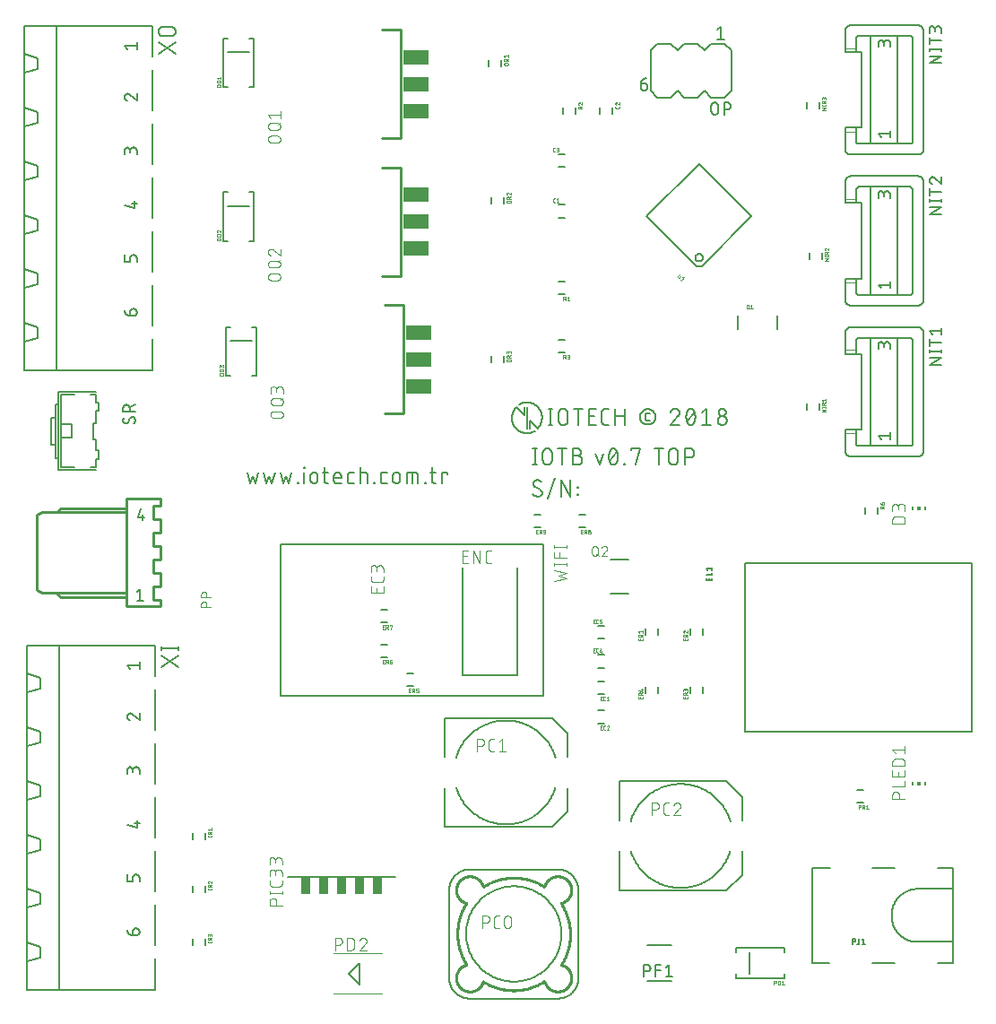
<source format=gbr>
G04 EAGLE Gerber RS-274X export*
G75*
%MOMM*%
%FSLAX34Y34*%
%LPD*%
%AMOC8*
5,1,8,0,0,1.08239X$1,22.5*%
G01*
%ADD10C,0.127000*%
%ADD11C,0.152400*%
%ADD12C,0.101600*%
%ADD13R,0.150000X0.300000*%
%ADD14R,0.300000X0.300000*%
%ADD15C,0.203200*%
%ADD16C,0.025400*%
%ADD17C,0.254000*%
%ADD18R,2.489200X1.422400*%
%ADD19C,0.050800*%
%ADD20C,0.177800*%
%ADD21C,0.076200*%
%ADD22C,0.020319*%
%ADD23R,0.965200X1.676400*%


D10*
X449857Y541129D02*
X449857Y525635D01*
X451578Y525635D02*
X448135Y525635D01*
X448135Y541129D02*
X451578Y541129D01*
X457445Y536825D02*
X457445Y529939D01*
X457445Y536825D02*
X457447Y536955D01*
X457453Y537085D01*
X457463Y537215D01*
X457476Y537344D01*
X457494Y537473D01*
X457515Y537601D01*
X457541Y537728D01*
X457570Y537855D01*
X457603Y537981D01*
X457640Y538105D01*
X457680Y538229D01*
X457725Y538351D01*
X457773Y538472D01*
X457824Y538591D01*
X457879Y538709D01*
X457938Y538825D01*
X458000Y538939D01*
X458066Y539052D01*
X458135Y539162D01*
X458207Y539270D01*
X458282Y539376D01*
X458361Y539479D01*
X458443Y539580D01*
X458527Y539679D01*
X458615Y539775D01*
X458706Y539868D01*
X458799Y539959D01*
X458895Y540047D01*
X458994Y540131D01*
X459095Y540213D01*
X459198Y540292D01*
X459304Y540367D01*
X459412Y540439D01*
X459522Y540508D01*
X459635Y540574D01*
X459749Y540636D01*
X459865Y540695D01*
X459983Y540750D01*
X460102Y540801D01*
X460223Y540849D01*
X460345Y540894D01*
X460469Y540934D01*
X460593Y540971D01*
X460719Y541004D01*
X460846Y541033D01*
X460973Y541059D01*
X461101Y541080D01*
X461230Y541098D01*
X461359Y541111D01*
X461489Y541121D01*
X461619Y541127D01*
X461749Y541129D01*
X461879Y541127D01*
X462009Y541121D01*
X462139Y541111D01*
X462268Y541098D01*
X462397Y541080D01*
X462525Y541059D01*
X462652Y541033D01*
X462779Y541004D01*
X462905Y540971D01*
X463029Y540934D01*
X463153Y540894D01*
X463275Y540849D01*
X463396Y540801D01*
X463515Y540750D01*
X463633Y540695D01*
X463749Y540636D01*
X463863Y540574D01*
X463976Y540508D01*
X464086Y540439D01*
X464194Y540367D01*
X464300Y540292D01*
X464403Y540213D01*
X464504Y540131D01*
X464603Y540047D01*
X464699Y539959D01*
X464792Y539868D01*
X464883Y539775D01*
X464971Y539679D01*
X465055Y539580D01*
X465137Y539479D01*
X465216Y539376D01*
X465291Y539270D01*
X465363Y539162D01*
X465432Y539052D01*
X465498Y538939D01*
X465560Y538825D01*
X465619Y538709D01*
X465674Y538591D01*
X465725Y538472D01*
X465773Y538351D01*
X465818Y538229D01*
X465858Y538105D01*
X465895Y537981D01*
X465928Y537855D01*
X465957Y537728D01*
X465983Y537601D01*
X466004Y537473D01*
X466022Y537344D01*
X466035Y537215D01*
X466045Y537085D01*
X466051Y536955D01*
X466053Y536825D01*
X466053Y529939D01*
X466051Y529809D01*
X466045Y529679D01*
X466035Y529549D01*
X466022Y529420D01*
X466004Y529291D01*
X465983Y529163D01*
X465957Y529036D01*
X465928Y528909D01*
X465895Y528783D01*
X465858Y528659D01*
X465818Y528535D01*
X465773Y528413D01*
X465725Y528292D01*
X465674Y528173D01*
X465619Y528055D01*
X465560Y527939D01*
X465498Y527825D01*
X465432Y527712D01*
X465363Y527602D01*
X465291Y527494D01*
X465216Y527388D01*
X465137Y527285D01*
X465055Y527184D01*
X464971Y527085D01*
X464883Y526989D01*
X464792Y526896D01*
X464699Y526805D01*
X464603Y526717D01*
X464504Y526633D01*
X464403Y526551D01*
X464300Y526472D01*
X464194Y526397D01*
X464086Y526325D01*
X463976Y526256D01*
X463863Y526190D01*
X463749Y526128D01*
X463633Y526069D01*
X463515Y526014D01*
X463396Y525963D01*
X463275Y525915D01*
X463153Y525870D01*
X463029Y525830D01*
X462905Y525793D01*
X462779Y525760D01*
X462652Y525731D01*
X462525Y525705D01*
X462397Y525684D01*
X462268Y525666D01*
X462139Y525653D01*
X462009Y525643D01*
X461879Y525637D01*
X461749Y525635D01*
X461619Y525637D01*
X461489Y525643D01*
X461359Y525653D01*
X461230Y525666D01*
X461101Y525684D01*
X460973Y525705D01*
X460846Y525731D01*
X460719Y525760D01*
X460593Y525793D01*
X460469Y525830D01*
X460345Y525870D01*
X460223Y525915D01*
X460102Y525963D01*
X459983Y526014D01*
X459865Y526069D01*
X459749Y526128D01*
X459635Y526190D01*
X459522Y526256D01*
X459412Y526325D01*
X459304Y526397D01*
X459198Y526472D01*
X459095Y526551D01*
X458994Y526633D01*
X458895Y526717D01*
X458799Y526805D01*
X458706Y526896D01*
X458615Y526989D01*
X458527Y527085D01*
X458443Y527184D01*
X458361Y527285D01*
X458282Y527388D01*
X458207Y527494D01*
X458135Y527602D01*
X458066Y527712D01*
X458000Y527825D01*
X457938Y527939D01*
X457879Y528055D01*
X457824Y528173D01*
X457773Y528292D01*
X457725Y528413D01*
X457680Y528535D01*
X457640Y528659D01*
X457603Y528783D01*
X457570Y528909D01*
X457541Y529036D01*
X457515Y529163D01*
X457494Y529291D01*
X457476Y529420D01*
X457463Y529549D01*
X457453Y529679D01*
X457447Y529809D01*
X457445Y529939D01*
X475624Y525635D02*
X475624Y541129D01*
X471320Y541129D02*
X479928Y541129D01*
X485887Y534243D02*
X490191Y534243D01*
X490321Y534241D01*
X490451Y534235D01*
X490581Y534225D01*
X490710Y534212D01*
X490839Y534194D01*
X490967Y534173D01*
X491094Y534147D01*
X491221Y534118D01*
X491347Y534085D01*
X491471Y534048D01*
X491595Y534008D01*
X491717Y533963D01*
X491838Y533915D01*
X491957Y533864D01*
X492075Y533809D01*
X492191Y533750D01*
X492305Y533688D01*
X492418Y533622D01*
X492528Y533553D01*
X492636Y533481D01*
X492742Y533406D01*
X492845Y533327D01*
X492946Y533245D01*
X493045Y533161D01*
X493141Y533073D01*
X493234Y532982D01*
X493325Y532889D01*
X493413Y532793D01*
X493497Y532694D01*
X493579Y532593D01*
X493658Y532490D01*
X493733Y532384D01*
X493805Y532276D01*
X493874Y532166D01*
X493940Y532053D01*
X494002Y531939D01*
X494061Y531823D01*
X494116Y531705D01*
X494167Y531586D01*
X494215Y531465D01*
X494260Y531343D01*
X494300Y531219D01*
X494337Y531095D01*
X494370Y530969D01*
X494399Y530842D01*
X494425Y530715D01*
X494446Y530587D01*
X494464Y530458D01*
X494477Y530329D01*
X494487Y530199D01*
X494493Y530069D01*
X494495Y529939D01*
X494493Y529809D01*
X494487Y529679D01*
X494477Y529549D01*
X494464Y529420D01*
X494446Y529291D01*
X494425Y529163D01*
X494399Y529036D01*
X494370Y528909D01*
X494337Y528783D01*
X494300Y528659D01*
X494260Y528535D01*
X494215Y528413D01*
X494167Y528292D01*
X494116Y528173D01*
X494061Y528055D01*
X494002Y527939D01*
X493940Y527825D01*
X493874Y527712D01*
X493805Y527602D01*
X493733Y527494D01*
X493658Y527388D01*
X493579Y527285D01*
X493497Y527184D01*
X493413Y527085D01*
X493325Y526989D01*
X493234Y526896D01*
X493141Y526805D01*
X493045Y526717D01*
X492946Y526633D01*
X492845Y526551D01*
X492742Y526472D01*
X492636Y526397D01*
X492528Y526325D01*
X492418Y526256D01*
X492305Y526190D01*
X492191Y526128D01*
X492075Y526069D01*
X491957Y526014D01*
X491838Y525963D01*
X491717Y525915D01*
X491595Y525870D01*
X491471Y525830D01*
X491347Y525793D01*
X491221Y525760D01*
X491094Y525731D01*
X490967Y525705D01*
X490839Y525684D01*
X490710Y525666D01*
X490581Y525653D01*
X490451Y525643D01*
X490321Y525637D01*
X490191Y525635D01*
X485887Y525635D01*
X485887Y541129D01*
X490191Y541129D01*
X490307Y541127D01*
X490423Y541121D01*
X490539Y541111D01*
X490655Y541098D01*
X490770Y541080D01*
X490884Y541059D01*
X490998Y541033D01*
X491110Y541004D01*
X491222Y540971D01*
X491332Y540934D01*
X491441Y540894D01*
X491549Y540850D01*
X491655Y540802D01*
X491759Y540751D01*
X491862Y540696D01*
X491963Y540638D01*
X492061Y540577D01*
X492158Y540512D01*
X492252Y540444D01*
X492344Y540373D01*
X492434Y540298D01*
X492521Y540221D01*
X492605Y540141D01*
X492686Y540058D01*
X492765Y539972D01*
X492841Y539884D01*
X492914Y539793D01*
X492983Y539700D01*
X493050Y539605D01*
X493113Y539507D01*
X493173Y539408D01*
X493229Y539306D01*
X493282Y539202D01*
X493332Y539097D01*
X493377Y538990D01*
X493420Y538882D01*
X493458Y538772D01*
X493493Y538661D01*
X493524Y538549D01*
X493551Y538436D01*
X493575Y538322D01*
X493594Y538207D01*
X493610Y538092D01*
X493622Y537976D01*
X493630Y537860D01*
X493634Y537744D01*
X493634Y537628D01*
X493630Y537512D01*
X493622Y537396D01*
X493610Y537280D01*
X493594Y537165D01*
X493575Y537050D01*
X493551Y536936D01*
X493524Y536823D01*
X493493Y536711D01*
X493458Y536600D01*
X493420Y536490D01*
X493377Y536382D01*
X493332Y536275D01*
X493282Y536170D01*
X493229Y536066D01*
X493173Y535965D01*
X493113Y535865D01*
X493050Y535767D01*
X492983Y535672D01*
X492914Y535579D01*
X492841Y535488D01*
X492765Y535400D01*
X492686Y535314D01*
X492605Y535231D01*
X492521Y535151D01*
X492434Y535074D01*
X492344Y534999D01*
X492252Y534928D01*
X492158Y534860D01*
X492061Y534795D01*
X491963Y534734D01*
X491862Y534676D01*
X491759Y534621D01*
X491655Y534570D01*
X491549Y534522D01*
X491441Y534478D01*
X491332Y534438D01*
X491222Y534401D01*
X491110Y534368D01*
X490998Y534339D01*
X490884Y534313D01*
X490770Y534292D01*
X490655Y534274D01*
X490539Y534261D01*
X490423Y534251D01*
X490307Y534245D01*
X490191Y534243D01*
X507363Y535964D02*
X510806Y525635D01*
X514249Y535964D01*
X519882Y533382D02*
X519886Y533687D01*
X519897Y533991D01*
X519915Y534296D01*
X519940Y534599D01*
X519973Y534902D01*
X520013Y535205D01*
X520060Y535506D01*
X520114Y535806D01*
X520176Y536104D01*
X520244Y536401D01*
X520320Y536697D01*
X520402Y536990D01*
X520492Y537281D01*
X520589Y537570D01*
X520692Y537857D01*
X520802Y538141D01*
X520919Y538423D01*
X521043Y538701D01*
X521173Y538977D01*
X521172Y538977D02*
X521210Y539080D01*
X521250Y539182D01*
X521295Y539282D01*
X521343Y539381D01*
X521394Y539478D01*
X521448Y539573D01*
X521506Y539667D01*
X521567Y539758D01*
X521631Y539847D01*
X521698Y539934D01*
X521768Y540018D01*
X521841Y540101D01*
X521917Y540180D01*
X521995Y540257D01*
X522076Y540331D01*
X522160Y540402D01*
X522246Y540470D01*
X522334Y540536D01*
X522424Y540598D01*
X522517Y540657D01*
X522611Y540713D01*
X522707Y540766D01*
X522805Y540815D01*
X522905Y540861D01*
X523006Y540903D01*
X523109Y540942D01*
X523213Y540977D01*
X523318Y541009D01*
X523424Y541037D01*
X523531Y541061D01*
X523639Y541082D01*
X523747Y541099D01*
X523856Y541112D01*
X523966Y541121D01*
X524075Y541127D01*
X524185Y541129D01*
X524295Y541127D01*
X524404Y541121D01*
X524514Y541112D01*
X524623Y541099D01*
X524731Y541082D01*
X524839Y541061D01*
X524946Y541037D01*
X525052Y541009D01*
X525157Y540977D01*
X525261Y540942D01*
X525364Y540903D01*
X525465Y540861D01*
X525565Y540815D01*
X525663Y540766D01*
X525759Y540713D01*
X525853Y540657D01*
X525946Y540598D01*
X526036Y540536D01*
X526124Y540470D01*
X526210Y540402D01*
X526294Y540331D01*
X526375Y540257D01*
X526453Y540180D01*
X526529Y540100D01*
X526602Y540018D01*
X526672Y539934D01*
X526739Y539847D01*
X526803Y539758D01*
X526864Y539667D01*
X526922Y539573D01*
X526976Y539478D01*
X527027Y539381D01*
X527075Y539282D01*
X527120Y539182D01*
X527160Y539080D01*
X527198Y538977D01*
X527328Y538701D01*
X527452Y538423D01*
X527569Y538141D01*
X527679Y537857D01*
X527782Y537570D01*
X527879Y537281D01*
X527969Y536990D01*
X528051Y536697D01*
X528127Y536401D01*
X528195Y536104D01*
X528257Y535806D01*
X528311Y535506D01*
X528358Y535205D01*
X528398Y534902D01*
X528431Y534599D01*
X528456Y534296D01*
X528474Y533991D01*
X528485Y533687D01*
X528489Y533382D01*
X519882Y533382D02*
X519886Y533077D01*
X519897Y532773D01*
X519915Y532468D01*
X519940Y532165D01*
X519973Y531862D01*
X520013Y531559D01*
X520060Y531258D01*
X520114Y530958D01*
X520176Y530660D01*
X520244Y530363D01*
X520320Y530067D01*
X520402Y529774D01*
X520492Y529483D01*
X520589Y529194D01*
X520692Y528907D01*
X520802Y528623D01*
X520919Y528341D01*
X521043Y528063D01*
X521173Y527787D01*
X521172Y527787D02*
X521210Y527684D01*
X521250Y527582D01*
X521295Y527482D01*
X521343Y527383D01*
X521394Y527286D01*
X521448Y527191D01*
X521506Y527097D01*
X521567Y527006D01*
X521631Y526917D01*
X521698Y526830D01*
X521768Y526745D01*
X521841Y526663D01*
X521917Y526584D01*
X521995Y526507D01*
X522076Y526433D01*
X522160Y526362D01*
X522246Y526294D01*
X522334Y526228D01*
X522424Y526166D01*
X522517Y526107D01*
X522611Y526051D01*
X522707Y525998D01*
X522806Y525949D01*
X522905Y525903D01*
X523006Y525861D01*
X523109Y525822D01*
X523213Y525787D01*
X523318Y525755D01*
X523424Y525727D01*
X523531Y525703D01*
X523639Y525682D01*
X523747Y525665D01*
X523856Y525652D01*
X523966Y525643D01*
X524075Y525637D01*
X524185Y525635D01*
X527198Y527787D02*
X527328Y528063D01*
X527452Y528341D01*
X527569Y528623D01*
X527679Y528907D01*
X527782Y529194D01*
X527879Y529483D01*
X527969Y529774D01*
X528051Y530067D01*
X528127Y530363D01*
X528195Y530660D01*
X528257Y530958D01*
X528311Y531258D01*
X528358Y531559D01*
X528398Y531862D01*
X528431Y532165D01*
X528456Y532468D01*
X528474Y532773D01*
X528485Y533077D01*
X528489Y533382D01*
X527198Y527787D02*
X527160Y527684D01*
X527120Y527582D01*
X527075Y527482D01*
X527027Y527383D01*
X526976Y527286D01*
X526922Y527191D01*
X526864Y527097D01*
X526803Y527006D01*
X526739Y526917D01*
X526672Y526830D01*
X526602Y526746D01*
X526529Y526663D01*
X526453Y526584D01*
X526375Y526507D01*
X526294Y526433D01*
X526210Y526362D01*
X526124Y526294D01*
X526036Y526228D01*
X525946Y526166D01*
X525853Y526107D01*
X525759Y526051D01*
X525663Y525998D01*
X525565Y525949D01*
X525465Y525903D01*
X525364Y525861D01*
X525261Y525822D01*
X525157Y525787D01*
X525052Y525755D01*
X524946Y525727D01*
X524839Y525703D01*
X524731Y525682D01*
X524623Y525665D01*
X524514Y525652D01*
X524404Y525643D01*
X524295Y525637D01*
X524185Y525635D01*
X520742Y529078D02*
X527629Y537686D01*
X534161Y526496D02*
X534161Y525635D01*
X534161Y526496D02*
X535022Y526496D01*
X535022Y525635D01*
X534161Y525635D01*
X540694Y539407D02*
X540694Y541129D01*
X549301Y541129D01*
X544997Y525635D01*
X566801Y525635D02*
X566801Y541129D01*
X571104Y541129D02*
X562497Y541129D01*
X576371Y536825D02*
X576371Y529939D01*
X576371Y536825D02*
X576373Y536955D01*
X576379Y537085D01*
X576389Y537215D01*
X576402Y537344D01*
X576420Y537473D01*
X576441Y537601D01*
X576467Y537728D01*
X576496Y537855D01*
X576529Y537981D01*
X576566Y538105D01*
X576606Y538229D01*
X576651Y538351D01*
X576699Y538472D01*
X576750Y538591D01*
X576805Y538709D01*
X576864Y538825D01*
X576926Y538939D01*
X576992Y539052D01*
X577061Y539162D01*
X577133Y539270D01*
X577208Y539376D01*
X577287Y539479D01*
X577369Y539580D01*
X577453Y539679D01*
X577541Y539775D01*
X577632Y539868D01*
X577725Y539959D01*
X577821Y540047D01*
X577920Y540131D01*
X578021Y540213D01*
X578124Y540292D01*
X578230Y540367D01*
X578338Y540439D01*
X578448Y540508D01*
X578561Y540574D01*
X578675Y540636D01*
X578791Y540695D01*
X578909Y540750D01*
X579028Y540801D01*
X579149Y540849D01*
X579271Y540894D01*
X579395Y540934D01*
X579519Y540971D01*
X579645Y541004D01*
X579772Y541033D01*
X579899Y541059D01*
X580027Y541080D01*
X580156Y541098D01*
X580285Y541111D01*
X580415Y541121D01*
X580545Y541127D01*
X580675Y541129D01*
X580805Y541127D01*
X580935Y541121D01*
X581065Y541111D01*
X581194Y541098D01*
X581323Y541080D01*
X581451Y541059D01*
X581578Y541033D01*
X581705Y541004D01*
X581831Y540971D01*
X581955Y540934D01*
X582079Y540894D01*
X582201Y540849D01*
X582322Y540801D01*
X582441Y540750D01*
X582559Y540695D01*
X582675Y540636D01*
X582789Y540574D01*
X582902Y540508D01*
X583012Y540439D01*
X583120Y540367D01*
X583226Y540292D01*
X583329Y540213D01*
X583430Y540131D01*
X583529Y540047D01*
X583625Y539959D01*
X583718Y539868D01*
X583809Y539775D01*
X583897Y539679D01*
X583981Y539580D01*
X584063Y539479D01*
X584142Y539376D01*
X584217Y539270D01*
X584289Y539162D01*
X584358Y539052D01*
X584424Y538939D01*
X584486Y538825D01*
X584545Y538709D01*
X584600Y538591D01*
X584651Y538472D01*
X584699Y538351D01*
X584744Y538229D01*
X584784Y538105D01*
X584821Y537981D01*
X584854Y537855D01*
X584883Y537728D01*
X584909Y537601D01*
X584930Y537473D01*
X584948Y537344D01*
X584961Y537215D01*
X584971Y537085D01*
X584977Y536955D01*
X584979Y536825D01*
X584979Y529939D01*
X584977Y529809D01*
X584971Y529679D01*
X584961Y529549D01*
X584948Y529420D01*
X584930Y529291D01*
X584909Y529163D01*
X584883Y529036D01*
X584854Y528909D01*
X584821Y528783D01*
X584784Y528659D01*
X584744Y528535D01*
X584699Y528413D01*
X584651Y528292D01*
X584600Y528173D01*
X584545Y528055D01*
X584486Y527939D01*
X584424Y527825D01*
X584358Y527712D01*
X584289Y527602D01*
X584217Y527494D01*
X584142Y527388D01*
X584063Y527285D01*
X583981Y527184D01*
X583897Y527085D01*
X583809Y526989D01*
X583718Y526896D01*
X583625Y526805D01*
X583529Y526717D01*
X583430Y526633D01*
X583329Y526551D01*
X583226Y526472D01*
X583120Y526397D01*
X583012Y526325D01*
X582902Y526256D01*
X582789Y526190D01*
X582675Y526128D01*
X582559Y526069D01*
X582441Y526014D01*
X582322Y525963D01*
X582201Y525915D01*
X582079Y525870D01*
X581955Y525830D01*
X581831Y525793D01*
X581705Y525760D01*
X581578Y525731D01*
X581451Y525705D01*
X581323Y525684D01*
X581194Y525666D01*
X581065Y525653D01*
X580935Y525643D01*
X580805Y525637D01*
X580675Y525635D01*
X580545Y525637D01*
X580415Y525643D01*
X580285Y525653D01*
X580156Y525666D01*
X580027Y525684D01*
X579899Y525705D01*
X579772Y525731D01*
X579645Y525760D01*
X579519Y525793D01*
X579395Y525830D01*
X579271Y525870D01*
X579149Y525915D01*
X579028Y525963D01*
X578909Y526014D01*
X578791Y526069D01*
X578675Y526128D01*
X578561Y526190D01*
X578448Y526256D01*
X578338Y526325D01*
X578230Y526397D01*
X578124Y526472D01*
X578021Y526551D01*
X577920Y526633D01*
X577821Y526717D01*
X577725Y526805D01*
X577632Y526896D01*
X577541Y526989D01*
X577453Y527085D01*
X577369Y527184D01*
X577287Y527285D01*
X577208Y527388D01*
X577133Y527494D01*
X577061Y527602D01*
X576992Y527712D01*
X576926Y527825D01*
X576864Y527939D01*
X576805Y528055D01*
X576750Y528173D01*
X576699Y528292D01*
X576651Y528413D01*
X576606Y528535D01*
X576566Y528659D01*
X576529Y528783D01*
X576496Y528909D01*
X576467Y529036D01*
X576441Y529163D01*
X576420Y529291D01*
X576402Y529420D01*
X576389Y529549D01*
X576379Y529679D01*
X576373Y529809D01*
X576371Y529939D01*
X591930Y525635D02*
X591930Y541129D01*
X596233Y541129D01*
X596363Y541127D01*
X596493Y541121D01*
X596623Y541111D01*
X596752Y541098D01*
X596881Y541080D01*
X597009Y541059D01*
X597136Y541033D01*
X597263Y541004D01*
X597389Y540971D01*
X597513Y540934D01*
X597637Y540894D01*
X597759Y540849D01*
X597880Y540801D01*
X597999Y540750D01*
X598117Y540695D01*
X598233Y540636D01*
X598347Y540574D01*
X598460Y540508D01*
X598570Y540439D01*
X598678Y540367D01*
X598784Y540292D01*
X598887Y540213D01*
X598988Y540131D01*
X599087Y540047D01*
X599183Y539959D01*
X599276Y539868D01*
X599367Y539775D01*
X599455Y539679D01*
X599539Y539580D01*
X599621Y539479D01*
X599700Y539376D01*
X599775Y539270D01*
X599847Y539162D01*
X599916Y539052D01*
X599982Y538939D01*
X600044Y538825D01*
X600103Y538709D01*
X600158Y538591D01*
X600209Y538472D01*
X600257Y538351D01*
X600302Y538229D01*
X600342Y538105D01*
X600379Y537981D01*
X600412Y537855D01*
X600441Y537728D01*
X600467Y537601D01*
X600488Y537473D01*
X600506Y537344D01*
X600519Y537215D01*
X600529Y537085D01*
X600535Y536955D01*
X600537Y536825D01*
X600535Y536695D01*
X600529Y536565D01*
X600519Y536435D01*
X600506Y536306D01*
X600488Y536177D01*
X600467Y536049D01*
X600441Y535922D01*
X600412Y535795D01*
X600379Y535669D01*
X600342Y535545D01*
X600302Y535421D01*
X600257Y535299D01*
X600209Y535178D01*
X600158Y535059D01*
X600103Y534941D01*
X600044Y534825D01*
X599982Y534711D01*
X599916Y534598D01*
X599847Y534488D01*
X599775Y534380D01*
X599700Y534274D01*
X599621Y534171D01*
X599539Y534070D01*
X599455Y533971D01*
X599367Y533875D01*
X599276Y533782D01*
X599183Y533691D01*
X599087Y533603D01*
X598988Y533519D01*
X598887Y533437D01*
X598784Y533358D01*
X598678Y533283D01*
X598570Y533211D01*
X598460Y533142D01*
X598347Y533076D01*
X598233Y533014D01*
X598117Y532955D01*
X597999Y532900D01*
X597880Y532849D01*
X597759Y532801D01*
X597637Y532756D01*
X597513Y532716D01*
X597389Y532679D01*
X597263Y532646D01*
X597136Y532617D01*
X597009Y532591D01*
X596881Y532570D01*
X596752Y532552D01*
X596623Y532539D01*
X596493Y532529D01*
X596363Y532523D01*
X596233Y532521D01*
X591930Y532521D01*
X464857Y563135D02*
X464857Y578629D01*
X463135Y563135D02*
X466578Y563135D01*
X466578Y578629D02*
X463135Y578629D01*
X472445Y574325D02*
X472445Y567439D01*
X472445Y574325D02*
X472447Y574455D01*
X472453Y574585D01*
X472463Y574715D01*
X472476Y574844D01*
X472494Y574973D01*
X472515Y575101D01*
X472541Y575228D01*
X472570Y575355D01*
X472603Y575481D01*
X472640Y575605D01*
X472680Y575729D01*
X472725Y575851D01*
X472773Y575972D01*
X472824Y576091D01*
X472879Y576209D01*
X472938Y576325D01*
X473000Y576439D01*
X473066Y576552D01*
X473135Y576662D01*
X473207Y576770D01*
X473282Y576876D01*
X473361Y576979D01*
X473443Y577080D01*
X473527Y577179D01*
X473615Y577275D01*
X473706Y577368D01*
X473799Y577459D01*
X473895Y577547D01*
X473994Y577631D01*
X474095Y577713D01*
X474198Y577792D01*
X474304Y577867D01*
X474412Y577939D01*
X474522Y578008D01*
X474635Y578074D01*
X474749Y578136D01*
X474865Y578195D01*
X474983Y578250D01*
X475102Y578301D01*
X475223Y578349D01*
X475345Y578394D01*
X475469Y578434D01*
X475593Y578471D01*
X475719Y578504D01*
X475846Y578533D01*
X475973Y578559D01*
X476101Y578580D01*
X476230Y578598D01*
X476359Y578611D01*
X476489Y578621D01*
X476619Y578627D01*
X476749Y578629D01*
X476879Y578627D01*
X477009Y578621D01*
X477139Y578611D01*
X477268Y578598D01*
X477397Y578580D01*
X477525Y578559D01*
X477652Y578533D01*
X477779Y578504D01*
X477905Y578471D01*
X478029Y578434D01*
X478153Y578394D01*
X478275Y578349D01*
X478396Y578301D01*
X478515Y578250D01*
X478633Y578195D01*
X478749Y578136D01*
X478863Y578074D01*
X478976Y578008D01*
X479086Y577939D01*
X479194Y577867D01*
X479300Y577792D01*
X479403Y577713D01*
X479504Y577631D01*
X479603Y577547D01*
X479699Y577459D01*
X479792Y577368D01*
X479883Y577275D01*
X479971Y577179D01*
X480055Y577080D01*
X480137Y576979D01*
X480216Y576876D01*
X480291Y576770D01*
X480363Y576662D01*
X480432Y576552D01*
X480498Y576439D01*
X480560Y576325D01*
X480619Y576209D01*
X480674Y576091D01*
X480725Y575972D01*
X480773Y575851D01*
X480818Y575729D01*
X480858Y575605D01*
X480895Y575481D01*
X480928Y575355D01*
X480957Y575228D01*
X480983Y575101D01*
X481004Y574973D01*
X481022Y574844D01*
X481035Y574715D01*
X481045Y574585D01*
X481051Y574455D01*
X481053Y574325D01*
X481053Y567439D01*
X481051Y567309D01*
X481045Y567179D01*
X481035Y567049D01*
X481022Y566920D01*
X481004Y566791D01*
X480983Y566663D01*
X480957Y566536D01*
X480928Y566409D01*
X480895Y566283D01*
X480858Y566159D01*
X480818Y566035D01*
X480773Y565913D01*
X480725Y565792D01*
X480674Y565673D01*
X480619Y565555D01*
X480560Y565439D01*
X480498Y565325D01*
X480432Y565212D01*
X480363Y565102D01*
X480291Y564994D01*
X480216Y564888D01*
X480137Y564785D01*
X480055Y564684D01*
X479971Y564585D01*
X479883Y564489D01*
X479792Y564396D01*
X479699Y564305D01*
X479603Y564217D01*
X479504Y564133D01*
X479403Y564051D01*
X479300Y563972D01*
X479194Y563897D01*
X479086Y563825D01*
X478976Y563756D01*
X478863Y563690D01*
X478749Y563628D01*
X478633Y563569D01*
X478515Y563514D01*
X478396Y563463D01*
X478275Y563415D01*
X478153Y563370D01*
X478029Y563330D01*
X477905Y563293D01*
X477779Y563260D01*
X477652Y563231D01*
X477525Y563205D01*
X477397Y563184D01*
X477268Y563166D01*
X477139Y563153D01*
X477009Y563143D01*
X476879Y563137D01*
X476749Y563135D01*
X476619Y563137D01*
X476489Y563143D01*
X476359Y563153D01*
X476230Y563166D01*
X476101Y563184D01*
X475973Y563205D01*
X475846Y563231D01*
X475719Y563260D01*
X475593Y563293D01*
X475469Y563330D01*
X475345Y563370D01*
X475223Y563415D01*
X475102Y563463D01*
X474983Y563514D01*
X474865Y563569D01*
X474749Y563628D01*
X474635Y563690D01*
X474522Y563756D01*
X474412Y563825D01*
X474304Y563897D01*
X474198Y563972D01*
X474095Y564051D01*
X473994Y564133D01*
X473895Y564217D01*
X473799Y564305D01*
X473706Y564396D01*
X473615Y564489D01*
X473527Y564585D01*
X473443Y564684D01*
X473361Y564785D01*
X473282Y564888D01*
X473207Y564994D01*
X473135Y565102D01*
X473066Y565212D01*
X473000Y565325D01*
X472938Y565439D01*
X472879Y565555D01*
X472824Y565673D01*
X472773Y565792D01*
X472725Y565913D01*
X472680Y566035D01*
X472640Y566159D01*
X472603Y566283D01*
X472570Y566409D01*
X472541Y566536D01*
X472515Y566663D01*
X472494Y566791D01*
X472476Y566920D01*
X472463Y567049D01*
X472453Y567179D01*
X472447Y567309D01*
X472445Y567439D01*
X490624Y563135D02*
X490624Y578629D01*
X486320Y578629D02*
X494928Y578629D01*
X500718Y563135D02*
X507604Y563135D01*
X500718Y563135D02*
X500718Y578629D01*
X507604Y578629D01*
X505882Y571743D02*
X500718Y571743D01*
X516484Y563135D02*
X519927Y563135D01*
X516484Y563135D02*
X516369Y563137D01*
X516254Y563143D01*
X516139Y563152D01*
X516025Y563166D01*
X515911Y563183D01*
X515798Y563204D01*
X515686Y563229D01*
X515574Y563257D01*
X515464Y563290D01*
X515355Y563326D01*
X515247Y563365D01*
X515140Y563408D01*
X515035Y563455D01*
X514931Y563505D01*
X514829Y563559D01*
X514729Y563616D01*
X514631Y563676D01*
X514535Y563739D01*
X514442Y563806D01*
X514350Y563876D01*
X514261Y563949D01*
X514174Y564024D01*
X514090Y564103D01*
X514009Y564184D01*
X513930Y564268D01*
X513855Y564355D01*
X513782Y564444D01*
X513712Y564536D01*
X513645Y564629D01*
X513582Y564725D01*
X513522Y564823D01*
X513465Y564923D01*
X513411Y565025D01*
X513361Y565129D01*
X513314Y565234D01*
X513271Y565341D01*
X513232Y565449D01*
X513196Y565558D01*
X513163Y565668D01*
X513135Y565780D01*
X513110Y565892D01*
X513089Y566005D01*
X513072Y566119D01*
X513058Y566233D01*
X513049Y566348D01*
X513043Y566463D01*
X513041Y566578D01*
X513041Y575186D01*
X513043Y575301D01*
X513049Y575416D01*
X513058Y575531D01*
X513072Y575645D01*
X513089Y575759D01*
X513110Y575872D01*
X513135Y575984D01*
X513163Y576096D01*
X513196Y576206D01*
X513232Y576315D01*
X513271Y576423D01*
X513314Y576530D01*
X513361Y576635D01*
X513411Y576739D01*
X513465Y576841D01*
X513522Y576941D01*
X513582Y577039D01*
X513645Y577135D01*
X513712Y577228D01*
X513782Y577320D01*
X513855Y577409D01*
X513930Y577496D01*
X514009Y577580D01*
X514090Y577661D01*
X514174Y577739D01*
X514261Y577815D01*
X514350Y577888D01*
X514442Y577958D01*
X514535Y578025D01*
X514631Y578088D01*
X514729Y578148D01*
X514829Y578205D01*
X514931Y578259D01*
X515035Y578309D01*
X515140Y578356D01*
X515247Y578399D01*
X515355Y578438D01*
X515464Y578474D01*
X515574Y578507D01*
X515686Y578535D01*
X515798Y578560D01*
X515911Y578581D01*
X516025Y578598D01*
X516139Y578612D01*
X516254Y578621D01*
X516369Y578627D01*
X516484Y578629D01*
X519927Y578629D01*
X525962Y578629D02*
X525962Y563135D01*
X525962Y571743D02*
X534570Y571743D01*
X534570Y578629D02*
X534570Y563135D01*
X549212Y570882D02*
X549214Y571060D01*
X549221Y571238D01*
X549232Y571416D01*
X549247Y571594D01*
X549266Y571771D01*
X549290Y571947D01*
X549318Y572123D01*
X549350Y572299D01*
X549387Y572473D01*
X549428Y572646D01*
X549473Y572819D01*
X549522Y572990D01*
X549576Y573160D01*
X549633Y573329D01*
X549695Y573496D01*
X549760Y573662D01*
X549830Y573825D01*
X549904Y573988D01*
X549981Y574148D01*
X550063Y574307D01*
X550148Y574463D01*
X550237Y574617D01*
X550330Y574769D01*
X550427Y574919D01*
X550527Y575067D01*
X550630Y575212D01*
X550738Y575354D01*
X550848Y575494D01*
X550962Y575631D01*
X551080Y575765D01*
X551200Y575896D01*
X551324Y576024D01*
X551450Y576150D01*
X551580Y576272D01*
X551713Y576391D01*
X551849Y576506D01*
X551987Y576618D01*
X552128Y576727D01*
X552272Y576833D01*
X552418Y576935D01*
X552566Y577033D01*
X552717Y577128D01*
X552871Y577219D01*
X553026Y577306D01*
X553183Y577389D01*
X553343Y577469D01*
X553504Y577544D01*
X553667Y577616D01*
X553832Y577684D01*
X553999Y577748D01*
X554166Y577807D01*
X554336Y577863D01*
X554506Y577914D01*
X554678Y577961D01*
X554851Y578004D01*
X555025Y578043D01*
X555200Y578077D01*
X555376Y578108D01*
X555552Y578133D01*
X555729Y578155D01*
X555906Y578172D01*
X556084Y578185D01*
X556262Y578194D01*
X556440Y578198D01*
X556618Y578198D01*
X556796Y578194D01*
X556974Y578185D01*
X557152Y578172D01*
X557329Y578155D01*
X557506Y578133D01*
X557682Y578108D01*
X557858Y578077D01*
X558033Y578043D01*
X558207Y578004D01*
X558380Y577961D01*
X558552Y577914D01*
X558722Y577863D01*
X558892Y577807D01*
X559059Y577748D01*
X559226Y577684D01*
X559391Y577616D01*
X559554Y577544D01*
X559715Y577469D01*
X559875Y577389D01*
X560032Y577306D01*
X560188Y577219D01*
X560341Y577128D01*
X560492Y577033D01*
X560640Y576935D01*
X560786Y576833D01*
X560930Y576727D01*
X561071Y576618D01*
X561209Y576506D01*
X561345Y576391D01*
X561478Y576272D01*
X561608Y576150D01*
X561734Y576024D01*
X561858Y575896D01*
X561978Y575765D01*
X562096Y575631D01*
X562210Y575494D01*
X562320Y575354D01*
X562428Y575212D01*
X562531Y575067D01*
X562631Y574919D01*
X562728Y574769D01*
X562821Y574617D01*
X562910Y574463D01*
X562995Y574307D01*
X563077Y574148D01*
X563154Y573988D01*
X563228Y573825D01*
X563298Y573662D01*
X563363Y573496D01*
X563425Y573329D01*
X563482Y573160D01*
X563536Y572990D01*
X563585Y572819D01*
X563630Y572646D01*
X563671Y572473D01*
X563708Y572299D01*
X563740Y572123D01*
X563768Y571947D01*
X563792Y571771D01*
X563811Y571594D01*
X563826Y571416D01*
X563837Y571238D01*
X563844Y571060D01*
X563846Y570882D01*
X563844Y570704D01*
X563837Y570526D01*
X563826Y570348D01*
X563811Y570170D01*
X563792Y569993D01*
X563768Y569817D01*
X563740Y569641D01*
X563708Y569465D01*
X563671Y569291D01*
X563630Y569118D01*
X563585Y568945D01*
X563536Y568774D01*
X563482Y568604D01*
X563425Y568435D01*
X563363Y568268D01*
X563298Y568102D01*
X563228Y567939D01*
X563154Y567776D01*
X563077Y567616D01*
X562995Y567457D01*
X562910Y567301D01*
X562821Y567147D01*
X562728Y566995D01*
X562631Y566845D01*
X562531Y566697D01*
X562428Y566552D01*
X562320Y566410D01*
X562210Y566270D01*
X562096Y566133D01*
X561978Y565999D01*
X561858Y565868D01*
X561734Y565740D01*
X561608Y565614D01*
X561478Y565492D01*
X561345Y565373D01*
X561209Y565258D01*
X561071Y565146D01*
X560930Y565037D01*
X560786Y564931D01*
X560640Y564829D01*
X560492Y564731D01*
X560341Y564636D01*
X560188Y564545D01*
X560032Y564458D01*
X559875Y564375D01*
X559715Y564295D01*
X559554Y564220D01*
X559391Y564148D01*
X559226Y564080D01*
X559059Y564016D01*
X558892Y563957D01*
X558722Y563901D01*
X558552Y563850D01*
X558380Y563803D01*
X558207Y563760D01*
X558033Y563721D01*
X557858Y563687D01*
X557682Y563656D01*
X557506Y563631D01*
X557329Y563609D01*
X557152Y563592D01*
X556974Y563579D01*
X556796Y563570D01*
X556618Y563566D01*
X556440Y563566D01*
X556262Y563570D01*
X556084Y563579D01*
X555906Y563592D01*
X555729Y563609D01*
X555552Y563631D01*
X555376Y563656D01*
X555200Y563687D01*
X555025Y563721D01*
X554851Y563760D01*
X554678Y563803D01*
X554506Y563850D01*
X554336Y563901D01*
X554166Y563957D01*
X553999Y564016D01*
X553832Y564080D01*
X553667Y564148D01*
X553504Y564220D01*
X553343Y564295D01*
X553183Y564375D01*
X553026Y564458D01*
X552871Y564545D01*
X552717Y564636D01*
X552566Y564731D01*
X552418Y564829D01*
X552272Y564931D01*
X552128Y565037D01*
X551987Y565146D01*
X551849Y565258D01*
X551713Y565373D01*
X551580Y565492D01*
X551450Y565614D01*
X551324Y565740D01*
X551200Y565868D01*
X551080Y565999D01*
X550962Y566133D01*
X550848Y566270D01*
X550738Y566410D01*
X550630Y566552D01*
X550527Y566697D01*
X550427Y566845D01*
X550330Y566995D01*
X550237Y567147D01*
X550148Y567301D01*
X550063Y567457D01*
X549981Y567616D01*
X549904Y567776D01*
X549830Y567939D01*
X549760Y568102D01*
X549695Y568268D01*
X549633Y568435D01*
X549576Y568604D01*
X549522Y568774D01*
X549473Y568945D01*
X549428Y569118D01*
X549387Y569291D01*
X549350Y569465D01*
X549318Y569641D01*
X549290Y569817D01*
X549266Y569993D01*
X549247Y570170D01*
X549232Y570348D01*
X549221Y570526D01*
X549214Y570704D01*
X549212Y570882D01*
X556098Y567439D02*
X558250Y567439D01*
X556098Y567438D02*
X556016Y567440D01*
X555934Y567446D01*
X555853Y567456D01*
X555772Y567469D01*
X555692Y567487D01*
X555613Y567508D01*
X555535Y567533D01*
X555458Y567561D01*
X555383Y567594D01*
X555309Y567629D01*
X555237Y567669D01*
X555167Y567711D01*
X555099Y567757D01*
X555034Y567806D01*
X554970Y567859D01*
X554910Y567914D01*
X554852Y567972D01*
X554797Y568032D01*
X554744Y568096D01*
X554695Y568161D01*
X554649Y568229D01*
X554607Y568299D01*
X554567Y568371D01*
X554532Y568445D01*
X554499Y568520D01*
X554471Y568597D01*
X554446Y568675D01*
X554425Y568754D01*
X554407Y568834D01*
X554394Y568915D01*
X554384Y568996D01*
X554378Y569078D01*
X554376Y569160D01*
X554377Y569160D02*
X554377Y572604D01*
X554376Y572604D02*
X554378Y572686D01*
X554384Y572768D01*
X554394Y572849D01*
X554407Y572930D01*
X554425Y573010D01*
X554446Y573089D01*
X554471Y573167D01*
X554499Y573244D01*
X554532Y573319D01*
X554567Y573393D01*
X554607Y573465D01*
X554649Y573535D01*
X554695Y573603D01*
X554744Y573668D01*
X554797Y573732D01*
X554852Y573792D01*
X554910Y573850D01*
X554970Y573905D01*
X555034Y573958D01*
X555099Y574007D01*
X555167Y574053D01*
X555237Y574095D01*
X555309Y574135D01*
X555383Y574170D01*
X555458Y574203D01*
X555535Y574231D01*
X555613Y574256D01*
X555692Y574277D01*
X555772Y574295D01*
X555853Y574308D01*
X555934Y574318D01*
X556016Y574324D01*
X556098Y574326D01*
X556098Y574325D02*
X558250Y574325D01*
X582727Y578630D02*
X582849Y578628D01*
X582970Y578622D01*
X583092Y578613D01*
X583213Y578599D01*
X583333Y578582D01*
X583453Y578561D01*
X583572Y578537D01*
X583690Y578508D01*
X583808Y578476D01*
X583924Y578440D01*
X584039Y578401D01*
X584153Y578358D01*
X584266Y578311D01*
X584376Y578261D01*
X584486Y578208D01*
X584593Y578151D01*
X584699Y578091D01*
X584803Y578027D01*
X584905Y577960D01*
X585004Y577890D01*
X585101Y577817D01*
X585196Y577741D01*
X585289Y577662D01*
X585379Y577580D01*
X585466Y577495D01*
X585551Y577408D01*
X585633Y577318D01*
X585712Y577225D01*
X585788Y577130D01*
X585861Y577033D01*
X585931Y576934D01*
X585998Y576832D01*
X586062Y576728D01*
X586122Y576622D01*
X586179Y576515D01*
X586232Y576405D01*
X586282Y576295D01*
X586329Y576182D01*
X586372Y576068D01*
X586411Y575953D01*
X586447Y575837D01*
X586479Y575719D01*
X586508Y575601D01*
X586532Y575482D01*
X586553Y575362D01*
X586570Y575242D01*
X586584Y575121D01*
X586593Y574999D01*
X586599Y574878D01*
X586601Y574756D01*
X582727Y578629D02*
X582588Y578627D01*
X582449Y578621D01*
X582310Y578612D01*
X582172Y578598D01*
X582034Y578580D01*
X581897Y578559D01*
X581760Y578534D01*
X581624Y578505D01*
X581489Y578472D01*
X581354Y578436D01*
X581221Y578396D01*
X581089Y578352D01*
X580959Y578304D01*
X580829Y578253D01*
X580702Y578198D01*
X580575Y578140D01*
X580451Y578078D01*
X580328Y578013D01*
X580207Y577944D01*
X580088Y577872D01*
X579971Y577796D01*
X579857Y577718D01*
X579744Y577636D01*
X579634Y577551D01*
X579526Y577463D01*
X579421Y577372D01*
X579319Y577278D01*
X579219Y577182D01*
X579121Y577082D01*
X579027Y576980D01*
X578935Y576876D01*
X578847Y576768D01*
X578761Y576659D01*
X578679Y576547D01*
X578600Y576432D01*
X578524Y576316D01*
X578451Y576198D01*
X578381Y576077D01*
X578315Y575955D01*
X578253Y575830D01*
X578194Y575705D01*
X578138Y575577D01*
X578086Y575448D01*
X578038Y575318D01*
X577993Y575186D01*
X585310Y571743D02*
X585399Y571830D01*
X585485Y571920D01*
X585569Y572013D01*
X585650Y572108D01*
X585728Y572205D01*
X585803Y572305D01*
X585875Y572407D01*
X585944Y572511D01*
X586009Y572617D01*
X586072Y572725D01*
X586131Y572835D01*
X586187Y572947D01*
X586240Y573060D01*
X586289Y573174D01*
X586334Y573291D01*
X586377Y573408D01*
X586415Y573527D01*
X586450Y573646D01*
X586482Y573767D01*
X586510Y573889D01*
X586534Y574011D01*
X586554Y574134D01*
X586571Y574258D01*
X586584Y574382D01*
X586594Y574507D01*
X586599Y574631D01*
X586601Y574756D01*
X585309Y571743D02*
X577992Y563135D01*
X586600Y563135D01*
X592858Y570882D02*
X592862Y571187D01*
X592873Y571491D01*
X592891Y571796D01*
X592916Y572099D01*
X592949Y572402D01*
X592989Y572705D01*
X593036Y573006D01*
X593090Y573306D01*
X593152Y573604D01*
X593220Y573901D01*
X593296Y574197D01*
X593378Y574490D01*
X593468Y574781D01*
X593565Y575070D01*
X593668Y575357D01*
X593778Y575641D01*
X593895Y575923D01*
X594019Y576201D01*
X594149Y576477D01*
X594187Y576580D01*
X594227Y576682D01*
X594272Y576782D01*
X594320Y576881D01*
X594371Y576978D01*
X594425Y577073D01*
X594483Y577167D01*
X594544Y577258D01*
X594608Y577347D01*
X594675Y577434D01*
X594745Y577518D01*
X594818Y577601D01*
X594894Y577680D01*
X594972Y577757D01*
X595053Y577831D01*
X595137Y577902D01*
X595223Y577970D01*
X595311Y578036D01*
X595401Y578098D01*
X595494Y578157D01*
X595588Y578213D01*
X595684Y578266D01*
X595782Y578315D01*
X595882Y578361D01*
X595983Y578403D01*
X596086Y578442D01*
X596190Y578477D01*
X596295Y578509D01*
X596401Y578537D01*
X596508Y578561D01*
X596616Y578582D01*
X596724Y578599D01*
X596833Y578612D01*
X596943Y578621D01*
X597052Y578627D01*
X597162Y578629D01*
X597272Y578627D01*
X597381Y578621D01*
X597491Y578612D01*
X597600Y578599D01*
X597708Y578582D01*
X597816Y578561D01*
X597923Y578537D01*
X598029Y578509D01*
X598134Y578477D01*
X598238Y578442D01*
X598341Y578403D01*
X598442Y578361D01*
X598542Y578315D01*
X598640Y578266D01*
X598736Y578213D01*
X598830Y578157D01*
X598923Y578098D01*
X599013Y578036D01*
X599101Y577970D01*
X599187Y577902D01*
X599271Y577831D01*
X599352Y577757D01*
X599430Y577680D01*
X599506Y577600D01*
X599579Y577518D01*
X599649Y577434D01*
X599716Y577347D01*
X599780Y577258D01*
X599841Y577167D01*
X599899Y577073D01*
X599953Y576978D01*
X600004Y576881D01*
X600052Y576782D01*
X600097Y576682D01*
X600137Y576580D01*
X600175Y576477D01*
X600305Y576201D01*
X600429Y575923D01*
X600546Y575641D01*
X600656Y575357D01*
X600759Y575070D01*
X600856Y574781D01*
X600946Y574490D01*
X601028Y574197D01*
X601104Y573901D01*
X601172Y573604D01*
X601234Y573306D01*
X601288Y573006D01*
X601335Y572705D01*
X601375Y572402D01*
X601408Y572099D01*
X601433Y571796D01*
X601451Y571491D01*
X601462Y571187D01*
X601466Y570882D01*
X592858Y570882D02*
X592862Y570577D01*
X592873Y570273D01*
X592891Y569968D01*
X592916Y569665D01*
X592949Y569362D01*
X592989Y569059D01*
X593036Y568758D01*
X593090Y568458D01*
X593152Y568160D01*
X593220Y567863D01*
X593296Y567567D01*
X593378Y567274D01*
X593468Y566983D01*
X593565Y566694D01*
X593668Y566407D01*
X593778Y566123D01*
X593895Y565841D01*
X594019Y565563D01*
X594149Y565287D01*
X594187Y565184D01*
X594227Y565082D01*
X594272Y564982D01*
X594320Y564883D01*
X594371Y564786D01*
X594425Y564691D01*
X594483Y564597D01*
X594544Y564506D01*
X594608Y564417D01*
X594675Y564330D01*
X594745Y564245D01*
X594818Y564163D01*
X594894Y564084D01*
X594972Y564007D01*
X595053Y563933D01*
X595137Y563862D01*
X595223Y563794D01*
X595311Y563728D01*
X595401Y563666D01*
X595494Y563607D01*
X595588Y563551D01*
X595684Y563498D01*
X595783Y563449D01*
X595882Y563403D01*
X595983Y563361D01*
X596086Y563322D01*
X596190Y563287D01*
X596295Y563255D01*
X596401Y563227D01*
X596508Y563203D01*
X596616Y563182D01*
X596724Y563165D01*
X596833Y563152D01*
X596943Y563143D01*
X597052Y563137D01*
X597162Y563135D01*
X600175Y565287D02*
X600305Y565563D01*
X600429Y565841D01*
X600546Y566123D01*
X600656Y566407D01*
X600759Y566694D01*
X600856Y566983D01*
X600946Y567274D01*
X601028Y567567D01*
X601104Y567863D01*
X601172Y568160D01*
X601234Y568458D01*
X601288Y568758D01*
X601335Y569059D01*
X601375Y569362D01*
X601408Y569665D01*
X601433Y569968D01*
X601451Y570273D01*
X601462Y570577D01*
X601466Y570882D01*
X600175Y565287D02*
X600137Y565184D01*
X600097Y565082D01*
X600052Y564982D01*
X600004Y564883D01*
X599953Y564786D01*
X599899Y564691D01*
X599841Y564597D01*
X599780Y564506D01*
X599716Y564417D01*
X599649Y564330D01*
X599579Y564246D01*
X599506Y564163D01*
X599430Y564084D01*
X599352Y564007D01*
X599271Y563933D01*
X599187Y563862D01*
X599101Y563794D01*
X599013Y563728D01*
X598923Y563666D01*
X598830Y563607D01*
X598736Y563551D01*
X598640Y563498D01*
X598542Y563449D01*
X598442Y563403D01*
X598341Y563361D01*
X598238Y563322D01*
X598134Y563287D01*
X598029Y563255D01*
X597923Y563227D01*
X597816Y563203D01*
X597708Y563182D01*
X597600Y563165D01*
X597491Y563152D01*
X597381Y563143D01*
X597272Y563137D01*
X597162Y563135D01*
X593719Y566578D02*
X600605Y575186D01*
X607724Y575186D02*
X612028Y578629D01*
X612028Y563135D01*
X607724Y563135D02*
X616332Y563135D01*
X622589Y567439D02*
X622591Y567569D01*
X622597Y567699D01*
X622607Y567829D01*
X622620Y567958D01*
X622638Y568087D01*
X622659Y568215D01*
X622685Y568342D01*
X622714Y568469D01*
X622747Y568595D01*
X622784Y568719D01*
X622824Y568843D01*
X622869Y568965D01*
X622917Y569086D01*
X622968Y569205D01*
X623023Y569323D01*
X623082Y569439D01*
X623144Y569553D01*
X623210Y569666D01*
X623279Y569776D01*
X623351Y569884D01*
X623426Y569990D01*
X623505Y570093D01*
X623587Y570194D01*
X623671Y570293D01*
X623759Y570389D01*
X623850Y570482D01*
X623943Y570573D01*
X624039Y570661D01*
X624138Y570745D01*
X624239Y570827D01*
X624342Y570906D01*
X624448Y570981D01*
X624556Y571053D01*
X624666Y571122D01*
X624779Y571188D01*
X624893Y571250D01*
X625009Y571309D01*
X625127Y571364D01*
X625246Y571415D01*
X625367Y571463D01*
X625489Y571508D01*
X625613Y571548D01*
X625737Y571585D01*
X625863Y571618D01*
X625990Y571647D01*
X626117Y571673D01*
X626245Y571694D01*
X626374Y571712D01*
X626503Y571725D01*
X626633Y571735D01*
X626763Y571741D01*
X626893Y571743D01*
X627023Y571741D01*
X627153Y571735D01*
X627283Y571725D01*
X627412Y571712D01*
X627541Y571694D01*
X627669Y571673D01*
X627796Y571647D01*
X627923Y571618D01*
X628049Y571585D01*
X628173Y571548D01*
X628297Y571508D01*
X628419Y571463D01*
X628540Y571415D01*
X628659Y571364D01*
X628777Y571309D01*
X628893Y571250D01*
X629007Y571188D01*
X629120Y571122D01*
X629230Y571053D01*
X629338Y570981D01*
X629444Y570906D01*
X629547Y570827D01*
X629648Y570745D01*
X629747Y570661D01*
X629843Y570573D01*
X629936Y570482D01*
X630027Y570389D01*
X630115Y570293D01*
X630199Y570194D01*
X630281Y570093D01*
X630360Y569990D01*
X630435Y569884D01*
X630507Y569776D01*
X630576Y569666D01*
X630642Y569553D01*
X630704Y569439D01*
X630763Y569323D01*
X630818Y569205D01*
X630869Y569086D01*
X630917Y568965D01*
X630962Y568843D01*
X631002Y568719D01*
X631039Y568595D01*
X631072Y568469D01*
X631101Y568342D01*
X631127Y568215D01*
X631148Y568087D01*
X631166Y567958D01*
X631179Y567829D01*
X631189Y567699D01*
X631195Y567569D01*
X631197Y567439D01*
X631195Y567309D01*
X631189Y567179D01*
X631179Y567049D01*
X631166Y566920D01*
X631148Y566791D01*
X631127Y566663D01*
X631101Y566536D01*
X631072Y566409D01*
X631039Y566283D01*
X631002Y566159D01*
X630962Y566035D01*
X630917Y565913D01*
X630869Y565792D01*
X630818Y565673D01*
X630763Y565555D01*
X630704Y565439D01*
X630642Y565325D01*
X630576Y565212D01*
X630507Y565102D01*
X630435Y564994D01*
X630360Y564888D01*
X630281Y564785D01*
X630199Y564684D01*
X630115Y564585D01*
X630027Y564489D01*
X629936Y564396D01*
X629843Y564305D01*
X629747Y564217D01*
X629648Y564133D01*
X629547Y564051D01*
X629444Y563972D01*
X629338Y563897D01*
X629230Y563825D01*
X629120Y563756D01*
X629007Y563690D01*
X628893Y563628D01*
X628777Y563569D01*
X628659Y563514D01*
X628540Y563463D01*
X628419Y563415D01*
X628297Y563370D01*
X628173Y563330D01*
X628049Y563293D01*
X627923Y563260D01*
X627796Y563231D01*
X627669Y563205D01*
X627541Y563184D01*
X627412Y563166D01*
X627283Y563153D01*
X627153Y563143D01*
X627023Y563137D01*
X626893Y563135D01*
X626763Y563137D01*
X626633Y563143D01*
X626503Y563153D01*
X626374Y563166D01*
X626245Y563184D01*
X626117Y563205D01*
X625990Y563231D01*
X625863Y563260D01*
X625737Y563293D01*
X625613Y563330D01*
X625489Y563370D01*
X625367Y563415D01*
X625246Y563463D01*
X625127Y563514D01*
X625009Y563569D01*
X624893Y563628D01*
X624779Y563690D01*
X624666Y563756D01*
X624556Y563825D01*
X624448Y563897D01*
X624342Y563972D01*
X624239Y564051D01*
X624138Y564133D01*
X624039Y564217D01*
X623943Y564305D01*
X623850Y564396D01*
X623759Y564489D01*
X623671Y564585D01*
X623587Y564684D01*
X623505Y564785D01*
X623426Y564888D01*
X623351Y564994D01*
X623279Y565102D01*
X623210Y565212D01*
X623144Y565325D01*
X623082Y565439D01*
X623023Y565555D01*
X622968Y565673D01*
X622917Y565792D01*
X622869Y565913D01*
X622824Y566035D01*
X622784Y566159D01*
X622747Y566283D01*
X622714Y566409D01*
X622685Y566536D01*
X622659Y566663D01*
X622638Y566791D01*
X622620Y566920D01*
X622607Y567049D01*
X622597Y567179D01*
X622591Y567309D01*
X622589Y567439D01*
X623450Y575186D02*
X623452Y575302D01*
X623458Y575418D01*
X623468Y575534D01*
X623481Y575650D01*
X623499Y575765D01*
X623520Y575879D01*
X623546Y575993D01*
X623575Y576105D01*
X623608Y576217D01*
X623645Y576327D01*
X623685Y576436D01*
X623729Y576544D01*
X623777Y576650D01*
X623828Y576754D01*
X623883Y576857D01*
X623941Y576958D01*
X624002Y577056D01*
X624067Y577153D01*
X624135Y577247D01*
X624206Y577339D01*
X624281Y577429D01*
X624358Y577516D01*
X624438Y577600D01*
X624521Y577681D01*
X624607Y577760D01*
X624695Y577836D01*
X624786Y577909D01*
X624879Y577978D01*
X624974Y578045D01*
X625072Y578108D01*
X625172Y578168D01*
X625273Y578224D01*
X625377Y578277D01*
X625482Y578327D01*
X625589Y578372D01*
X625697Y578415D01*
X625807Y578453D01*
X625918Y578488D01*
X626030Y578519D01*
X626143Y578546D01*
X626257Y578570D01*
X626372Y578589D01*
X626487Y578605D01*
X626603Y578617D01*
X626719Y578625D01*
X626835Y578629D01*
X626951Y578629D01*
X627067Y578625D01*
X627183Y578617D01*
X627299Y578605D01*
X627414Y578589D01*
X627529Y578570D01*
X627643Y578546D01*
X627756Y578519D01*
X627868Y578488D01*
X627979Y578453D01*
X628089Y578415D01*
X628197Y578372D01*
X628304Y578327D01*
X628409Y578277D01*
X628513Y578224D01*
X628615Y578168D01*
X628714Y578108D01*
X628812Y578045D01*
X628907Y577978D01*
X629000Y577909D01*
X629091Y577836D01*
X629179Y577760D01*
X629265Y577681D01*
X629348Y577600D01*
X629428Y577516D01*
X629505Y577429D01*
X629580Y577339D01*
X629651Y577247D01*
X629719Y577153D01*
X629784Y577056D01*
X629845Y576958D01*
X629903Y576857D01*
X629958Y576754D01*
X630009Y576650D01*
X630057Y576544D01*
X630101Y576436D01*
X630141Y576327D01*
X630178Y576217D01*
X630211Y576105D01*
X630240Y575993D01*
X630266Y575879D01*
X630287Y575765D01*
X630305Y575650D01*
X630318Y575534D01*
X630328Y575418D01*
X630334Y575302D01*
X630336Y575186D01*
X630334Y575070D01*
X630328Y574954D01*
X630318Y574838D01*
X630305Y574722D01*
X630287Y574607D01*
X630266Y574493D01*
X630240Y574379D01*
X630211Y574267D01*
X630178Y574155D01*
X630141Y574045D01*
X630101Y573936D01*
X630057Y573828D01*
X630009Y573722D01*
X629958Y573618D01*
X629903Y573515D01*
X629845Y573414D01*
X629784Y573316D01*
X629719Y573219D01*
X629651Y573125D01*
X629580Y573033D01*
X629505Y572943D01*
X629428Y572856D01*
X629348Y572772D01*
X629265Y572691D01*
X629179Y572612D01*
X629091Y572536D01*
X629000Y572463D01*
X628907Y572394D01*
X628812Y572327D01*
X628714Y572264D01*
X628615Y572204D01*
X628513Y572148D01*
X628409Y572095D01*
X628304Y572045D01*
X628197Y572000D01*
X628089Y571957D01*
X627979Y571919D01*
X627868Y571884D01*
X627756Y571853D01*
X627643Y571826D01*
X627529Y571802D01*
X627414Y571783D01*
X627299Y571767D01*
X627183Y571755D01*
X627067Y571747D01*
X626951Y571743D01*
X626835Y571743D01*
X626719Y571747D01*
X626603Y571755D01*
X626487Y571767D01*
X626372Y571783D01*
X626257Y571802D01*
X626143Y571826D01*
X626030Y571853D01*
X625918Y571884D01*
X625807Y571919D01*
X625697Y571957D01*
X625589Y572000D01*
X625482Y572045D01*
X625377Y572095D01*
X625273Y572148D01*
X625172Y572204D01*
X625072Y572264D01*
X624974Y572327D01*
X624879Y572394D01*
X624786Y572463D01*
X624695Y572536D01*
X624607Y572612D01*
X624521Y572691D01*
X624438Y572772D01*
X624358Y572856D01*
X624281Y572943D01*
X624206Y573033D01*
X624135Y573125D01*
X624067Y573219D01*
X624002Y573316D01*
X623941Y573414D01*
X623883Y573515D01*
X623828Y573618D01*
X623777Y573722D01*
X623729Y573828D01*
X623685Y573936D01*
X623645Y574045D01*
X623608Y574155D01*
X623575Y574267D01*
X623546Y574379D01*
X623520Y574493D01*
X623499Y574607D01*
X623481Y574722D01*
X623468Y574838D01*
X623458Y574954D01*
X623452Y575070D01*
X623450Y575186D01*
D11*
X440000Y572500D02*
X432500Y580000D01*
X445000Y567500D02*
X452500Y560000D01*
X440000Y572500D02*
X440000Y580000D01*
X445000Y567500D02*
X445000Y560000D01*
X442500Y560000D02*
X442500Y580000D01*
X435000Y582500D02*
X435302Y582676D01*
X435608Y582844D01*
X435919Y583005D01*
X436233Y583158D01*
X436551Y583303D01*
X436872Y583441D01*
X437197Y583571D01*
X437524Y583693D01*
X437855Y583806D01*
X438188Y583912D01*
X438524Y584010D01*
X438862Y584099D01*
X439202Y584180D01*
X439543Y584253D01*
X439887Y584318D01*
X440232Y584374D01*
X440578Y584421D01*
X440926Y584461D01*
X441274Y584491D01*
X441623Y584514D01*
X441972Y584528D01*
X442321Y584533D01*
X442671Y584530D01*
X443020Y584518D01*
X443369Y584498D01*
X443717Y584469D01*
X444065Y584432D01*
X444412Y584386D01*
X444757Y584332D01*
X445101Y584270D01*
X445443Y584199D01*
X445784Y584120D01*
X446122Y584033D01*
X446458Y583937D01*
X446792Y583834D01*
X447123Y583722D01*
X447452Y583602D01*
X447777Y583474D01*
X448099Y583339D01*
X448418Y583195D01*
X448733Y583044D01*
X449044Y582885D01*
X449352Y582719D01*
X449655Y582545D01*
X449954Y582364D01*
X450248Y582176D01*
X450538Y581980D01*
X450823Y581778D01*
X451103Y581568D01*
X451378Y581352D01*
X451647Y581130D01*
X451911Y580901D01*
X452169Y580665D01*
X452422Y580423D01*
X452668Y580175D01*
X452909Y579922D01*
X453143Y579662D01*
X453371Y579397D01*
X453592Y579126D01*
X453807Y578851D01*
X454014Y578570D01*
X454215Y578284D01*
X454409Y577993D01*
X454596Y577697D01*
X454775Y577397D01*
X454948Y577093D01*
X455112Y576785D01*
X455269Y576473D01*
X455419Y576157D01*
X455561Y575837D01*
X455695Y575514D01*
X455821Y575188D01*
X455939Y574859D01*
X456049Y574528D01*
X456151Y574193D01*
X456245Y573857D01*
X456330Y573518D01*
X456407Y573177D01*
X456476Y572834D01*
X456537Y572490D01*
X456589Y572144D01*
X456633Y571797D01*
X456668Y571450D01*
X456695Y571101D01*
X456713Y570752D01*
X456723Y570403D01*
X456725Y570053D01*
X456717Y569704D01*
X456702Y569355D01*
X456677Y569006D01*
X456645Y568658D01*
X456604Y568311D01*
X456554Y567965D01*
X456496Y567620D01*
X456430Y567277D01*
X456355Y566935D01*
X456272Y566596D01*
X456181Y566258D01*
X456082Y565923D01*
X455974Y565591D01*
X455859Y565261D01*
X455735Y564934D01*
X455604Y564610D01*
X455464Y564289D01*
X455317Y563972D01*
X455163Y563659D01*
X455000Y563349D01*
X454830Y563044D01*
X454653Y562743D01*
X454469Y562446D01*
X454277Y562153D01*
X454078Y561866D01*
X453873Y561583D01*
X453660Y561306D01*
X453441Y561033D01*
X453215Y560767D01*
X452983Y560505D01*
X452745Y560250D01*
X452500Y560000D01*
X450000Y557500D02*
X449698Y557324D01*
X449392Y557156D01*
X449081Y556995D01*
X448767Y556842D01*
X448449Y556697D01*
X448128Y556559D01*
X447803Y556429D01*
X447476Y556307D01*
X447145Y556194D01*
X446812Y556088D01*
X446476Y555990D01*
X446138Y555901D01*
X445798Y555820D01*
X445457Y555747D01*
X445113Y555682D01*
X444768Y555626D01*
X444422Y555579D01*
X444074Y555539D01*
X443726Y555509D01*
X443377Y555486D01*
X443028Y555472D01*
X442679Y555467D01*
X442329Y555470D01*
X441980Y555482D01*
X441631Y555502D01*
X441283Y555531D01*
X440935Y555568D01*
X440588Y555614D01*
X440243Y555668D01*
X439899Y555730D01*
X439557Y555801D01*
X439216Y555880D01*
X438878Y555967D01*
X438542Y556063D01*
X438208Y556166D01*
X437877Y556278D01*
X437548Y556398D01*
X437223Y556526D01*
X436901Y556661D01*
X436582Y556805D01*
X436267Y556956D01*
X435956Y557115D01*
X435648Y557281D01*
X435345Y557455D01*
X435046Y557636D01*
X434752Y557824D01*
X434462Y558020D01*
X434177Y558222D01*
X433897Y558432D01*
X433622Y558648D01*
X433353Y558870D01*
X433089Y559099D01*
X432831Y559335D01*
X432578Y559577D01*
X432332Y559825D01*
X432091Y560078D01*
X431857Y560338D01*
X431629Y560603D01*
X431408Y560874D01*
X431193Y561149D01*
X430986Y561430D01*
X430785Y561716D01*
X430591Y562007D01*
X430404Y562303D01*
X430225Y562603D01*
X430052Y562907D01*
X429888Y563215D01*
X429731Y563527D01*
X429581Y563843D01*
X429439Y564163D01*
X429305Y564486D01*
X429179Y564812D01*
X429061Y565141D01*
X428951Y565472D01*
X428849Y565807D01*
X428755Y566143D01*
X428670Y566482D01*
X428593Y566823D01*
X428524Y567166D01*
X428463Y567510D01*
X428411Y567856D01*
X428367Y568203D01*
X428332Y568550D01*
X428305Y568899D01*
X428287Y569248D01*
X428277Y569597D01*
X428275Y569947D01*
X428283Y570296D01*
X428298Y570645D01*
X428323Y570994D01*
X428355Y571342D01*
X428396Y571689D01*
X428446Y572035D01*
X428504Y572380D01*
X428570Y572723D01*
X428645Y573065D01*
X428728Y573404D01*
X428819Y573742D01*
X428918Y574077D01*
X429026Y574409D01*
X429141Y574739D01*
X429265Y575066D01*
X429396Y575390D01*
X429536Y575711D01*
X429683Y576028D01*
X429837Y576341D01*
X430000Y576651D01*
X430170Y576956D01*
X430347Y577257D01*
X430531Y577554D01*
X430723Y577847D01*
X430922Y578134D01*
X431127Y578417D01*
X431340Y578694D01*
X431559Y578967D01*
X431785Y579233D01*
X432017Y579495D01*
X432255Y579750D01*
X432500Y580000D01*
D10*
X178135Y518464D02*
X180717Y508135D01*
X183300Y515021D01*
X185882Y508135D01*
X188464Y518464D01*
X193992Y518464D02*
X196574Y508135D01*
X199157Y515021D01*
X201739Y508135D01*
X204321Y518464D01*
X209849Y518464D02*
X212431Y508135D01*
X215013Y515021D01*
X217596Y508135D01*
X220178Y518464D01*
X225485Y508996D02*
X225485Y508135D01*
X225485Y508996D02*
X226345Y508996D01*
X226345Y508135D01*
X225485Y508135D01*
X231861Y508135D02*
X231861Y518464D01*
X231431Y522768D02*
X231431Y523629D01*
X232292Y523629D01*
X232292Y522768D01*
X231431Y522768D01*
X237833Y515021D02*
X237833Y511578D01*
X237833Y515021D02*
X237835Y515137D01*
X237841Y515253D01*
X237851Y515369D01*
X237864Y515485D01*
X237882Y515600D01*
X237903Y515714D01*
X237929Y515828D01*
X237958Y515940D01*
X237991Y516052D01*
X238028Y516162D01*
X238068Y516271D01*
X238112Y516379D01*
X238160Y516485D01*
X238211Y516589D01*
X238266Y516692D01*
X238324Y516793D01*
X238385Y516891D01*
X238450Y516988D01*
X238518Y517082D01*
X238589Y517174D01*
X238664Y517264D01*
X238741Y517351D01*
X238821Y517435D01*
X238904Y517516D01*
X238990Y517595D01*
X239078Y517671D01*
X239169Y517744D01*
X239262Y517813D01*
X239357Y517880D01*
X239455Y517943D01*
X239555Y518003D01*
X239656Y518059D01*
X239760Y518112D01*
X239865Y518162D01*
X239972Y518207D01*
X240080Y518250D01*
X240190Y518288D01*
X240301Y518323D01*
X240413Y518354D01*
X240526Y518381D01*
X240640Y518405D01*
X240755Y518424D01*
X240870Y518440D01*
X240986Y518452D01*
X241102Y518460D01*
X241218Y518464D01*
X241334Y518464D01*
X241450Y518460D01*
X241566Y518452D01*
X241682Y518440D01*
X241797Y518424D01*
X241912Y518405D01*
X242026Y518381D01*
X242139Y518354D01*
X242251Y518323D01*
X242362Y518288D01*
X242472Y518250D01*
X242580Y518207D01*
X242687Y518162D01*
X242792Y518112D01*
X242896Y518059D01*
X242998Y518003D01*
X243097Y517943D01*
X243195Y517880D01*
X243290Y517813D01*
X243383Y517744D01*
X243474Y517671D01*
X243562Y517595D01*
X243648Y517516D01*
X243731Y517435D01*
X243811Y517351D01*
X243888Y517264D01*
X243963Y517174D01*
X244034Y517082D01*
X244102Y516988D01*
X244167Y516891D01*
X244228Y516793D01*
X244286Y516692D01*
X244341Y516589D01*
X244392Y516485D01*
X244440Y516379D01*
X244484Y516271D01*
X244524Y516162D01*
X244561Y516052D01*
X244594Y515940D01*
X244623Y515828D01*
X244649Y515714D01*
X244670Y515600D01*
X244688Y515485D01*
X244701Y515369D01*
X244711Y515253D01*
X244717Y515137D01*
X244719Y515021D01*
X244719Y511578D01*
X244717Y511462D01*
X244711Y511346D01*
X244701Y511230D01*
X244688Y511114D01*
X244670Y510999D01*
X244649Y510885D01*
X244623Y510771D01*
X244594Y510659D01*
X244561Y510547D01*
X244524Y510437D01*
X244484Y510328D01*
X244440Y510220D01*
X244392Y510114D01*
X244341Y510010D01*
X244286Y509907D01*
X244228Y509806D01*
X244167Y509708D01*
X244102Y509611D01*
X244034Y509517D01*
X243963Y509425D01*
X243888Y509335D01*
X243811Y509248D01*
X243731Y509164D01*
X243648Y509083D01*
X243562Y509004D01*
X243474Y508928D01*
X243383Y508855D01*
X243290Y508786D01*
X243195Y508719D01*
X243097Y508656D01*
X242997Y508596D01*
X242896Y508540D01*
X242792Y508487D01*
X242687Y508437D01*
X242580Y508392D01*
X242472Y508349D01*
X242362Y508311D01*
X242251Y508276D01*
X242139Y508245D01*
X242026Y508218D01*
X241912Y508194D01*
X241797Y508175D01*
X241682Y508159D01*
X241566Y508147D01*
X241450Y508139D01*
X241334Y508135D01*
X241218Y508135D01*
X241102Y508139D01*
X240986Y508147D01*
X240870Y508159D01*
X240755Y508175D01*
X240640Y508194D01*
X240526Y508218D01*
X240413Y508245D01*
X240301Y508276D01*
X240190Y508311D01*
X240080Y508349D01*
X239972Y508392D01*
X239865Y508437D01*
X239760Y508487D01*
X239656Y508540D01*
X239555Y508596D01*
X239455Y508656D01*
X239357Y508719D01*
X239262Y508786D01*
X239169Y508855D01*
X239078Y508928D01*
X238990Y509004D01*
X238904Y509083D01*
X238821Y509164D01*
X238741Y509248D01*
X238664Y509335D01*
X238589Y509425D01*
X238518Y509517D01*
X238450Y509611D01*
X238385Y509708D01*
X238324Y509806D01*
X238266Y509907D01*
X238211Y510010D01*
X238160Y510114D01*
X238112Y510220D01*
X238068Y510328D01*
X238028Y510437D01*
X237991Y510547D01*
X237958Y510659D01*
X237929Y510771D01*
X237903Y510885D01*
X237882Y510999D01*
X237864Y511114D01*
X237851Y511230D01*
X237841Y511346D01*
X237835Y511462D01*
X237833Y511578D01*
X249487Y518464D02*
X254652Y518464D01*
X251209Y523629D02*
X251209Y510717D01*
X251211Y510618D01*
X251217Y510519D01*
X251226Y510421D01*
X251239Y510323D01*
X251256Y510225D01*
X251277Y510129D01*
X251301Y510033D01*
X251329Y509938D01*
X251361Y509844D01*
X251396Y509752D01*
X251435Y509661D01*
X251477Y509571D01*
X251523Y509484D01*
X251572Y509398D01*
X251624Y509313D01*
X251679Y509232D01*
X251738Y509152D01*
X251799Y509074D01*
X251863Y508999D01*
X251931Y508927D01*
X252001Y508857D01*
X252073Y508789D01*
X252148Y508725D01*
X252226Y508664D01*
X252306Y508605D01*
X252388Y508550D01*
X252472Y508498D01*
X252558Y508449D01*
X252645Y508403D01*
X252735Y508361D01*
X252826Y508322D01*
X252918Y508287D01*
X253012Y508255D01*
X253107Y508227D01*
X253203Y508203D01*
X253299Y508182D01*
X253397Y508165D01*
X253495Y508152D01*
X253593Y508143D01*
X253692Y508137D01*
X253791Y508135D01*
X254652Y508135D01*
X262714Y508135D02*
X267018Y508135D01*
X262714Y508135D02*
X262615Y508137D01*
X262516Y508143D01*
X262418Y508152D01*
X262320Y508165D01*
X262222Y508182D01*
X262126Y508203D01*
X262030Y508227D01*
X261935Y508255D01*
X261841Y508287D01*
X261749Y508322D01*
X261658Y508361D01*
X261568Y508403D01*
X261481Y508449D01*
X261395Y508498D01*
X261311Y508550D01*
X261229Y508605D01*
X261149Y508664D01*
X261071Y508725D01*
X260996Y508789D01*
X260924Y508857D01*
X260854Y508927D01*
X260786Y508999D01*
X260722Y509074D01*
X260661Y509152D01*
X260602Y509232D01*
X260547Y509314D01*
X260495Y509398D01*
X260446Y509484D01*
X260400Y509571D01*
X260358Y509661D01*
X260319Y509752D01*
X260284Y509844D01*
X260252Y509938D01*
X260224Y510033D01*
X260200Y510129D01*
X260179Y510225D01*
X260162Y510323D01*
X260149Y510421D01*
X260140Y510519D01*
X260134Y510618D01*
X260132Y510717D01*
X260132Y515021D01*
X260134Y515137D01*
X260140Y515253D01*
X260150Y515369D01*
X260163Y515485D01*
X260181Y515600D01*
X260202Y515714D01*
X260228Y515828D01*
X260257Y515940D01*
X260290Y516052D01*
X260327Y516162D01*
X260367Y516271D01*
X260411Y516379D01*
X260459Y516485D01*
X260510Y516589D01*
X260565Y516692D01*
X260623Y516793D01*
X260684Y516891D01*
X260749Y516988D01*
X260817Y517082D01*
X260888Y517174D01*
X260963Y517264D01*
X261040Y517351D01*
X261120Y517435D01*
X261203Y517516D01*
X261289Y517595D01*
X261377Y517671D01*
X261468Y517744D01*
X261561Y517813D01*
X261656Y517880D01*
X261754Y517943D01*
X261854Y518003D01*
X261955Y518059D01*
X262059Y518112D01*
X262164Y518162D01*
X262271Y518207D01*
X262379Y518250D01*
X262489Y518288D01*
X262600Y518323D01*
X262712Y518354D01*
X262825Y518381D01*
X262939Y518405D01*
X263054Y518424D01*
X263169Y518440D01*
X263285Y518452D01*
X263401Y518460D01*
X263517Y518464D01*
X263633Y518464D01*
X263749Y518460D01*
X263865Y518452D01*
X263981Y518440D01*
X264096Y518424D01*
X264211Y518405D01*
X264325Y518381D01*
X264438Y518354D01*
X264550Y518323D01*
X264661Y518288D01*
X264771Y518250D01*
X264879Y518207D01*
X264986Y518162D01*
X265091Y518112D01*
X265195Y518059D01*
X265297Y518003D01*
X265396Y517943D01*
X265494Y517880D01*
X265589Y517813D01*
X265682Y517744D01*
X265773Y517671D01*
X265861Y517595D01*
X265947Y517516D01*
X266030Y517435D01*
X266110Y517351D01*
X266187Y517264D01*
X266262Y517174D01*
X266333Y517082D01*
X266401Y516988D01*
X266466Y516891D01*
X266527Y516793D01*
X266585Y516692D01*
X266640Y516589D01*
X266691Y516485D01*
X266739Y516379D01*
X266783Y516271D01*
X266823Y516162D01*
X266860Y516052D01*
X266893Y515940D01*
X266922Y515828D01*
X266948Y515714D01*
X266969Y515600D01*
X266987Y515485D01*
X267000Y515369D01*
X267010Y515253D01*
X267016Y515137D01*
X267018Y515021D01*
X267018Y513300D01*
X260132Y513300D01*
X275614Y508135D02*
X279057Y508135D01*
X275614Y508135D02*
X275515Y508137D01*
X275416Y508143D01*
X275318Y508152D01*
X275220Y508165D01*
X275122Y508182D01*
X275026Y508203D01*
X274930Y508227D01*
X274835Y508255D01*
X274741Y508287D01*
X274649Y508322D01*
X274558Y508361D01*
X274468Y508403D01*
X274381Y508449D01*
X274295Y508498D01*
X274211Y508550D01*
X274129Y508605D01*
X274049Y508664D01*
X273971Y508725D01*
X273896Y508789D01*
X273824Y508857D01*
X273754Y508927D01*
X273686Y508999D01*
X273622Y509074D01*
X273561Y509152D01*
X273502Y509232D01*
X273447Y509314D01*
X273395Y509398D01*
X273346Y509484D01*
X273300Y509571D01*
X273258Y509661D01*
X273219Y509752D01*
X273184Y509844D01*
X273152Y509938D01*
X273124Y510033D01*
X273100Y510129D01*
X273079Y510225D01*
X273062Y510323D01*
X273049Y510421D01*
X273040Y510519D01*
X273034Y510618D01*
X273032Y510717D01*
X273031Y510717D02*
X273031Y515882D01*
X273032Y515882D02*
X273034Y515981D01*
X273040Y516080D01*
X273049Y516178D01*
X273062Y516276D01*
X273079Y516374D01*
X273100Y516470D01*
X273124Y516566D01*
X273152Y516661D01*
X273184Y516755D01*
X273219Y516847D01*
X273258Y516938D01*
X273300Y517028D01*
X273346Y517115D01*
X273395Y517201D01*
X273447Y517285D01*
X273502Y517367D01*
X273561Y517447D01*
X273622Y517525D01*
X273686Y517600D01*
X273754Y517672D01*
X273824Y517742D01*
X273896Y517810D01*
X273971Y517874D01*
X274049Y517935D01*
X274129Y517994D01*
X274211Y518049D01*
X274295Y518101D01*
X274381Y518150D01*
X274468Y518196D01*
X274558Y518238D01*
X274649Y518277D01*
X274741Y518312D01*
X274835Y518344D01*
X274930Y518372D01*
X275026Y518396D01*
X275122Y518417D01*
X275220Y518434D01*
X275318Y518447D01*
X275416Y518456D01*
X275515Y518462D01*
X275614Y518464D01*
X279057Y518464D01*
X284908Y523629D02*
X284908Y508135D01*
X284908Y518464D02*
X289212Y518464D01*
X289313Y518462D01*
X289415Y518456D01*
X289515Y518446D01*
X289616Y518432D01*
X289716Y518414D01*
X289815Y518393D01*
X289913Y518367D01*
X290010Y518338D01*
X290106Y518304D01*
X290200Y518267D01*
X290293Y518227D01*
X290384Y518183D01*
X290474Y518135D01*
X290561Y518084D01*
X290646Y518029D01*
X290730Y517971D01*
X290810Y517910D01*
X290889Y517845D01*
X290965Y517778D01*
X291038Y517708D01*
X291108Y517635D01*
X291175Y517559D01*
X291240Y517481D01*
X291301Y517400D01*
X291359Y517316D01*
X291414Y517231D01*
X291465Y517144D01*
X291513Y517054D01*
X291557Y516963D01*
X291597Y516870D01*
X291634Y516776D01*
X291668Y516680D01*
X291697Y516583D01*
X291723Y516485D01*
X291744Y516386D01*
X291762Y516286D01*
X291776Y516186D01*
X291786Y516085D01*
X291792Y515983D01*
X291794Y515882D01*
X291794Y508135D01*
X297831Y508135D02*
X297831Y508996D01*
X298692Y508996D01*
X298692Y508135D01*
X297831Y508135D01*
X306832Y508135D02*
X310275Y508135D01*
X306832Y508135D02*
X306733Y508137D01*
X306634Y508143D01*
X306536Y508152D01*
X306438Y508165D01*
X306340Y508182D01*
X306244Y508203D01*
X306148Y508227D01*
X306053Y508255D01*
X305959Y508287D01*
X305867Y508322D01*
X305776Y508361D01*
X305686Y508403D01*
X305599Y508449D01*
X305513Y508498D01*
X305429Y508550D01*
X305347Y508605D01*
X305267Y508664D01*
X305189Y508725D01*
X305114Y508789D01*
X305042Y508857D01*
X304972Y508927D01*
X304904Y508999D01*
X304840Y509074D01*
X304779Y509152D01*
X304720Y509232D01*
X304665Y509314D01*
X304613Y509398D01*
X304564Y509484D01*
X304518Y509571D01*
X304476Y509661D01*
X304437Y509752D01*
X304402Y509844D01*
X304370Y509938D01*
X304342Y510033D01*
X304318Y510129D01*
X304297Y510225D01*
X304280Y510323D01*
X304267Y510421D01*
X304258Y510519D01*
X304252Y510618D01*
X304250Y510717D01*
X304249Y510717D02*
X304249Y515882D01*
X304250Y515882D02*
X304252Y515981D01*
X304258Y516080D01*
X304267Y516178D01*
X304280Y516276D01*
X304297Y516374D01*
X304318Y516470D01*
X304342Y516566D01*
X304370Y516661D01*
X304402Y516755D01*
X304437Y516847D01*
X304476Y516938D01*
X304518Y517028D01*
X304564Y517115D01*
X304613Y517201D01*
X304665Y517285D01*
X304720Y517367D01*
X304779Y517447D01*
X304840Y517525D01*
X304904Y517600D01*
X304972Y517672D01*
X305042Y517742D01*
X305114Y517810D01*
X305189Y517874D01*
X305267Y517935D01*
X305347Y517994D01*
X305429Y518049D01*
X305513Y518101D01*
X305599Y518150D01*
X305686Y518196D01*
X305776Y518238D01*
X305867Y518277D01*
X305959Y518312D01*
X306053Y518344D01*
X306148Y518372D01*
X306244Y518396D01*
X306340Y518417D01*
X306438Y518434D01*
X306536Y518447D01*
X306634Y518456D01*
X306733Y518462D01*
X306832Y518464D01*
X310275Y518464D01*
X315631Y515021D02*
X315631Y511578D01*
X315631Y515021D02*
X315633Y515137D01*
X315639Y515253D01*
X315649Y515369D01*
X315662Y515485D01*
X315680Y515600D01*
X315701Y515714D01*
X315727Y515828D01*
X315756Y515940D01*
X315789Y516052D01*
X315826Y516162D01*
X315866Y516271D01*
X315910Y516379D01*
X315958Y516485D01*
X316009Y516589D01*
X316064Y516692D01*
X316122Y516793D01*
X316183Y516891D01*
X316248Y516988D01*
X316316Y517082D01*
X316387Y517174D01*
X316462Y517264D01*
X316539Y517351D01*
X316619Y517435D01*
X316702Y517516D01*
X316788Y517595D01*
X316876Y517671D01*
X316967Y517744D01*
X317060Y517813D01*
X317155Y517880D01*
X317253Y517943D01*
X317353Y518003D01*
X317454Y518059D01*
X317558Y518112D01*
X317663Y518162D01*
X317770Y518207D01*
X317878Y518250D01*
X317988Y518288D01*
X318099Y518323D01*
X318211Y518354D01*
X318324Y518381D01*
X318438Y518405D01*
X318553Y518424D01*
X318668Y518440D01*
X318784Y518452D01*
X318900Y518460D01*
X319016Y518464D01*
X319132Y518464D01*
X319248Y518460D01*
X319364Y518452D01*
X319480Y518440D01*
X319595Y518424D01*
X319710Y518405D01*
X319824Y518381D01*
X319937Y518354D01*
X320049Y518323D01*
X320160Y518288D01*
X320270Y518250D01*
X320378Y518207D01*
X320485Y518162D01*
X320590Y518112D01*
X320694Y518059D01*
X320796Y518003D01*
X320895Y517943D01*
X320993Y517880D01*
X321088Y517813D01*
X321181Y517744D01*
X321272Y517671D01*
X321360Y517595D01*
X321446Y517516D01*
X321529Y517435D01*
X321609Y517351D01*
X321686Y517264D01*
X321761Y517174D01*
X321832Y517082D01*
X321900Y516988D01*
X321965Y516891D01*
X322026Y516793D01*
X322084Y516692D01*
X322139Y516589D01*
X322190Y516485D01*
X322238Y516379D01*
X322282Y516271D01*
X322322Y516162D01*
X322359Y516052D01*
X322392Y515940D01*
X322421Y515828D01*
X322447Y515714D01*
X322468Y515600D01*
X322486Y515485D01*
X322499Y515369D01*
X322509Y515253D01*
X322515Y515137D01*
X322517Y515021D01*
X322517Y511578D01*
X322515Y511462D01*
X322509Y511346D01*
X322499Y511230D01*
X322486Y511114D01*
X322468Y510999D01*
X322447Y510885D01*
X322421Y510771D01*
X322392Y510659D01*
X322359Y510547D01*
X322322Y510437D01*
X322282Y510328D01*
X322238Y510220D01*
X322190Y510114D01*
X322139Y510010D01*
X322084Y509907D01*
X322026Y509806D01*
X321965Y509708D01*
X321900Y509611D01*
X321832Y509517D01*
X321761Y509425D01*
X321686Y509335D01*
X321609Y509248D01*
X321529Y509164D01*
X321446Y509083D01*
X321360Y509004D01*
X321272Y508928D01*
X321181Y508855D01*
X321088Y508786D01*
X320993Y508719D01*
X320895Y508656D01*
X320796Y508596D01*
X320694Y508540D01*
X320590Y508487D01*
X320485Y508437D01*
X320378Y508392D01*
X320270Y508349D01*
X320160Y508311D01*
X320049Y508276D01*
X319937Y508245D01*
X319824Y508218D01*
X319710Y508194D01*
X319595Y508175D01*
X319480Y508159D01*
X319364Y508147D01*
X319248Y508139D01*
X319132Y508135D01*
X319016Y508135D01*
X318900Y508139D01*
X318784Y508147D01*
X318668Y508159D01*
X318553Y508175D01*
X318438Y508194D01*
X318324Y508218D01*
X318211Y508245D01*
X318099Y508276D01*
X317988Y508311D01*
X317878Y508349D01*
X317770Y508392D01*
X317663Y508437D01*
X317558Y508487D01*
X317454Y508540D01*
X317353Y508596D01*
X317253Y508656D01*
X317155Y508719D01*
X317060Y508786D01*
X316967Y508855D01*
X316876Y508928D01*
X316788Y509004D01*
X316702Y509083D01*
X316619Y509164D01*
X316539Y509248D01*
X316462Y509335D01*
X316387Y509425D01*
X316316Y509517D01*
X316248Y509611D01*
X316183Y509708D01*
X316122Y509806D01*
X316064Y509907D01*
X316009Y510010D01*
X315958Y510114D01*
X315910Y510220D01*
X315866Y510328D01*
X315826Y510437D01*
X315789Y510547D01*
X315756Y510659D01*
X315727Y510771D01*
X315701Y510885D01*
X315680Y510999D01*
X315662Y511114D01*
X315649Y511230D01*
X315639Y511346D01*
X315633Y511462D01*
X315631Y511578D01*
X329270Y508135D02*
X329270Y518464D01*
X337017Y518464D01*
X337116Y518462D01*
X337215Y518456D01*
X337313Y518447D01*
X337411Y518434D01*
X337509Y518417D01*
X337605Y518396D01*
X337701Y518372D01*
X337796Y518344D01*
X337890Y518312D01*
X337982Y518277D01*
X338073Y518238D01*
X338163Y518196D01*
X338250Y518150D01*
X338336Y518101D01*
X338420Y518049D01*
X338502Y517994D01*
X338582Y517935D01*
X338660Y517874D01*
X338735Y517810D01*
X338807Y517742D01*
X338877Y517672D01*
X338945Y517600D01*
X339009Y517525D01*
X339070Y517447D01*
X339129Y517367D01*
X339184Y517285D01*
X339236Y517201D01*
X339285Y517115D01*
X339331Y517028D01*
X339373Y516938D01*
X339412Y516847D01*
X339447Y516755D01*
X339479Y516661D01*
X339507Y516566D01*
X339531Y516470D01*
X339552Y516374D01*
X339569Y516276D01*
X339582Y516178D01*
X339591Y516080D01*
X339597Y515981D01*
X339599Y515882D01*
X339600Y515882D02*
X339600Y508135D01*
X334435Y508135D02*
X334435Y518464D01*
X345897Y508996D02*
X345897Y508135D01*
X345897Y508996D02*
X346758Y508996D01*
X346758Y508135D01*
X345897Y508135D01*
X351070Y518464D02*
X356235Y518464D01*
X352792Y523629D02*
X352792Y510717D01*
X352794Y510618D01*
X352800Y510519D01*
X352809Y510421D01*
X352822Y510323D01*
X352839Y510225D01*
X352860Y510129D01*
X352884Y510033D01*
X352912Y509938D01*
X352944Y509844D01*
X352979Y509752D01*
X353018Y509661D01*
X353060Y509571D01*
X353106Y509484D01*
X353155Y509398D01*
X353207Y509313D01*
X353262Y509232D01*
X353321Y509152D01*
X353382Y509074D01*
X353446Y508999D01*
X353514Y508927D01*
X353584Y508857D01*
X353656Y508789D01*
X353731Y508725D01*
X353809Y508664D01*
X353889Y508605D01*
X353971Y508550D01*
X354055Y508498D01*
X354141Y508449D01*
X354228Y508403D01*
X354318Y508361D01*
X354409Y508322D01*
X354501Y508287D01*
X354595Y508255D01*
X354690Y508227D01*
X354786Y508203D01*
X354882Y508182D01*
X354980Y508165D01*
X355078Y508152D01*
X355176Y508143D01*
X355275Y508137D01*
X355374Y508135D01*
X356235Y508135D01*
X362288Y508135D02*
X362288Y518464D01*
X367453Y518464D01*
X367453Y516743D01*
X453300Y495635D02*
X453415Y495637D01*
X453530Y495643D01*
X453645Y495652D01*
X453759Y495666D01*
X453873Y495683D01*
X453986Y495704D01*
X454098Y495729D01*
X454210Y495757D01*
X454320Y495790D01*
X454429Y495826D01*
X454537Y495865D01*
X454644Y495908D01*
X454749Y495955D01*
X454853Y496005D01*
X454955Y496059D01*
X455055Y496116D01*
X455153Y496176D01*
X455249Y496239D01*
X455342Y496306D01*
X455434Y496376D01*
X455523Y496449D01*
X455610Y496525D01*
X455694Y496603D01*
X455775Y496684D01*
X455854Y496768D01*
X455929Y496855D01*
X456002Y496944D01*
X456072Y497036D01*
X456139Y497129D01*
X456202Y497225D01*
X456262Y497323D01*
X456319Y497423D01*
X456373Y497525D01*
X456423Y497629D01*
X456470Y497734D01*
X456513Y497841D01*
X456552Y497949D01*
X456588Y498058D01*
X456621Y498168D01*
X456649Y498280D01*
X456674Y498392D01*
X456695Y498505D01*
X456712Y498619D01*
X456726Y498733D01*
X456735Y498848D01*
X456741Y498963D01*
X456743Y499078D01*
X453300Y495635D02*
X453126Y495637D01*
X452952Y495643D01*
X452778Y495654D01*
X452605Y495668D01*
X452432Y495687D01*
X452260Y495710D01*
X452088Y495737D01*
X451916Y495768D01*
X451746Y495803D01*
X451576Y495842D01*
X451408Y495885D01*
X451240Y495933D01*
X451074Y495984D01*
X450909Y496039D01*
X450745Y496098D01*
X450583Y496161D01*
X450423Y496228D01*
X450264Y496299D01*
X450106Y496374D01*
X449951Y496452D01*
X449797Y496534D01*
X449646Y496620D01*
X449497Y496709D01*
X449349Y496802D01*
X449204Y496898D01*
X449062Y496998D01*
X448922Y497101D01*
X448784Y497207D01*
X448649Y497317D01*
X448516Y497430D01*
X448387Y497546D01*
X448260Y497665D01*
X448136Y497787D01*
X448566Y507686D02*
X448568Y507801D01*
X448574Y507916D01*
X448583Y508031D01*
X448597Y508145D01*
X448614Y508259D01*
X448635Y508372D01*
X448660Y508484D01*
X448688Y508596D01*
X448721Y508706D01*
X448757Y508815D01*
X448796Y508923D01*
X448839Y509030D01*
X448886Y509135D01*
X448936Y509239D01*
X448990Y509341D01*
X449047Y509441D01*
X449107Y509539D01*
X449170Y509635D01*
X449237Y509728D01*
X449307Y509820D01*
X449380Y509909D01*
X449455Y509996D01*
X449534Y510080D01*
X449615Y510161D01*
X449699Y510240D01*
X449786Y510315D01*
X449875Y510388D01*
X449967Y510458D01*
X450060Y510525D01*
X450156Y510588D01*
X450254Y510648D01*
X450354Y510705D01*
X450456Y510759D01*
X450560Y510809D01*
X450665Y510856D01*
X450772Y510899D01*
X450880Y510938D01*
X450989Y510974D01*
X451099Y511007D01*
X451211Y511035D01*
X451323Y511060D01*
X451436Y511081D01*
X451550Y511098D01*
X451664Y511112D01*
X451779Y511121D01*
X451894Y511127D01*
X452009Y511129D01*
X452169Y511127D01*
X452328Y511121D01*
X452488Y511111D01*
X452647Y511097D01*
X452806Y511080D01*
X452964Y511058D01*
X453122Y511032D01*
X453279Y511003D01*
X453435Y510969D01*
X453591Y510932D01*
X453745Y510891D01*
X453898Y510846D01*
X454051Y510798D01*
X454202Y510745D01*
X454351Y510689D01*
X454499Y510629D01*
X454646Y510566D01*
X454791Y510499D01*
X454934Y510428D01*
X455076Y510354D01*
X455216Y510276D01*
X455353Y510195D01*
X455489Y510111D01*
X455622Y510023D01*
X455754Y509932D01*
X455883Y509838D01*
X450287Y504673D02*
X450187Y504734D01*
X450089Y504799D01*
X449993Y504866D01*
X449900Y504937D01*
X449809Y505011D01*
X449721Y505088D01*
X449635Y505168D01*
X449552Y505251D01*
X449472Y505336D01*
X449395Y505424D01*
X449321Y505515D01*
X449250Y505608D01*
X449181Y505703D01*
X449117Y505801D01*
X449055Y505900D01*
X448997Y506002D01*
X448942Y506106D01*
X448891Y506211D01*
X448844Y506318D01*
X448800Y506427D01*
X448759Y506537D01*
X448723Y506648D01*
X448690Y506760D01*
X448661Y506874D01*
X448635Y506988D01*
X448614Y507103D01*
X448596Y507219D01*
X448583Y507335D01*
X448573Y507452D01*
X448567Y507569D01*
X448565Y507686D01*
X455021Y502091D02*
X455121Y502030D01*
X455219Y501965D01*
X455315Y501898D01*
X455408Y501827D01*
X455499Y501753D01*
X455587Y501676D01*
X455673Y501596D01*
X455756Y501513D01*
X455836Y501428D01*
X455913Y501340D01*
X455987Y501249D01*
X456058Y501156D01*
X456127Y501061D01*
X456191Y500963D01*
X456253Y500864D01*
X456311Y500762D01*
X456366Y500658D01*
X456417Y500553D01*
X456464Y500446D01*
X456508Y500337D01*
X456549Y500227D01*
X456585Y500116D01*
X456618Y500004D01*
X456647Y499890D01*
X456673Y499776D01*
X456694Y499661D01*
X456712Y499545D01*
X456725Y499429D01*
X456735Y499312D01*
X456741Y499195D01*
X456743Y499078D01*
X455021Y502091D02*
X450287Y504673D01*
X461879Y493913D02*
X468766Y512851D01*
X474893Y511129D02*
X474893Y495635D01*
X483501Y495635D02*
X474893Y511129D01*
X483501Y511129D02*
X483501Y495635D01*
X490164Y496926D02*
X490164Y497787D01*
X491025Y497787D01*
X491025Y496926D01*
X490164Y496926D01*
X490164Y503812D02*
X490164Y504673D01*
X491025Y504673D01*
X491025Y503812D01*
X490164Y503812D01*
D12*
X787608Y210308D02*
X799292Y210308D01*
X787608Y210308D02*
X787608Y213554D01*
X787610Y213667D01*
X787616Y213780D01*
X787626Y213893D01*
X787640Y214006D01*
X787657Y214118D01*
X787679Y214229D01*
X787704Y214339D01*
X787734Y214449D01*
X787767Y214557D01*
X787804Y214664D01*
X787844Y214770D01*
X787889Y214874D01*
X787937Y214977D01*
X787988Y215078D01*
X788043Y215177D01*
X788101Y215274D01*
X788163Y215369D01*
X788228Y215462D01*
X788296Y215552D01*
X788367Y215640D01*
X788442Y215726D01*
X788519Y215809D01*
X788599Y215889D01*
X788682Y215966D01*
X788768Y216041D01*
X788856Y216112D01*
X788946Y216180D01*
X789039Y216245D01*
X789134Y216307D01*
X789231Y216365D01*
X789330Y216420D01*
X789431Y216471D01*
X789534Y216519D01*
X789638Y216564D01*
X789744Y216604D01*
X789851Y216641D01*
X789959Y216674D01*
X790069Y216704D01*
X790179Y216729D01*
X790290Y216751D01*
X790402Y216768D01*
X790515Y216782D01*
X790628Y216792D01*
X790741Y216798D01*
X790854Y216800D01*
X790967Y216798D01*
X791080Y216792D01*
X791193Y216782D01*
X791306Y216768D01*
X791418Y216751D01*
X791529Y216729D01*
X791639Y216704D01*
X791749Y216674D01*
X791857Y216641D01*
X791964Y216604D01*
X792070Y216564D01*
X792174Y216519D01*
X792277Y216471D01*
X792378Y216420D01*
X792477Y216365D01*
X792574Y216307D01*
X792669Y216245D01*
X792762Y216180D01*
X792852Y216112D01*
X792940Y216041D01*
X793026Y215966D01*
X793109Y215889D01*
X793189Y215809D01*
X793266Y215726D01*
X793341Y215640D01*
X793412Y215552D01*
X793480Y215462D01*
X793545Y215369D01*
X793607Y215274D01*
X793665Y215177D01*
X793720Y215078D01*
X793771Y214977D01*
X793819Y214874D01*
X793864Y214770D01*
X793904Y214664D01*
X793941Y214557D01*
X793974Y214449D01*
X794004Y214339D01*
X794029Y214229D01*
X794051Y214118D01*
X794068Y214006D01*
X794082Y213893D01*
X794092Y213780D01*
X794098Y213667D01*
X794100Y213554D01*
X794099Y213554D02*
X794099Y210308D01*
X799292Y221591D02*
X787608Y221591D01*
X799292Y221591D02*
X799292Y226784D01*
X799292Y231497D02*
X799292Y236690D01*
X799292Y231497D02*
X787608Y231497D01*
X787608Y236690D01*
X792801Y235392D02*
X792801Y231497D01*
X787608Y241381D02*
X799292Y241381D01*
X787608Y241381D02*
X787608Y244626D01*
X787610Y244739D01*
X787616Y244852D01*
X787626Y244965D01*
X787640Y245078D01*
X787657Y245190D01*
X787679Y245301D01*
X787704Y245411D01*
X787734Y245521D01*
X787767Y245629D01*
X787804Y245736D01*
X787844Y245842D01*
X787889Y245946D01*
X787937Y246049D01*
X787988Y246150D01*
X788043Y246249D01*
X788101Y246346D01*
X788163Y246441D01*
X788228Y246534D01*
X788296Y246624D01*
X788367Y246712D01*
X788442Y246798D01*
X788519Y246881D01*
X788599Y246961D01*
X788682Y247038D01*
X788768Y247113D01*
X788856Y247184D01*
X788946Y247252D01*
X789039Y247317D01*
X789134Y247379D01*
X789231Y247437D01*
X789330Y247492D01*
X789431Y247543D01*
X789534Y247591D01*
X789638Y247636D01*
X789744Y247676D01*
X789851Y247713D01*
X789959Y247746D01*
X790069Y247776D01*
X790179Y247801D01*
X790290Y247823D01*
X790402Y247840D01*
X790515Y247854D01*
X790628Y247864D01*
X790741Y247870D01*
X790854Y247872D01*
X796046Y247872D01*
X796159Y247870D01*
X796272Y247864D01*
X796385Y247854D01*
X796498Y247840D01*
X796610Y247823D01*
X796721Y247801D01*
X796831Y247776D01*
X796941Y247746D01*
X797049Y247713D01*
X797156Y247676D01*
X797262Y247636D01*
X797366Y247591D01*
X797469Y247543D01*
X797570Y247492D01*
X797669Y247437D01*
X797766Y247379D01*
X797861Y247317D01*
X797954Y247252D01*
X798044Y247184D01*
X798132Y247113D01*
X798218Y247038D01*
X798301Y246961D01*
X798381Y246881D01*
X798458Y246798D01*
X798533Y246712D01*
X798604Y246624D01*
X798672Y246534D01*
X798737Y246441D01*
X798799Y246346D01*
X798857Y246249D01*
X798912Y246150D01*
X798963Y246049D01*
X799011Y245946D01*
X799056Y245842D01*
X799096Y245736D01*
X799133Y245629D01*
X799166Y245521D01*
X799196Y245411D01*
X799221Y245301D01*
X799243Y245190D01*
X799260Y245078D01*
X799274Y244965D01*
X799284Y244852D01*
X799290Y244739D01*
X799292Y244626D01*
X799292Y241381D01*
X790204Y253192D02*
X787608Y256437D01*
X799292Y256437D01*
X799292Y253192D02*
X799292Y259683D01*
D13*
X806500Y224000D03*
X818500Y224000D03*
D14*
X812500Y224000D03*
D15*
X685500Y45000D02*
X685500Y40500D01*
X639500Y40500D01*
X639500Y45000D01*
X639500Y65000D02*
X639500Y69500D01*
X685500Y69500D01*
X685500Y65000D01*
X652500Y65000D02*
X652500Y45000D01*
D16*
X675728Y38363D02*
X675728Y34553D01*
X675728Y38363D02*
X676786Y38363D01*
X676850Y38361D01*
X676914Y38355D01*
X676977Y38346D01*
X677039Y38332D01*
X677101Y38315D01*
X677161Y38294D01*
X677220Y38270D01*
X677278Y38242D01*
X677333Y38210D01*
X677387Y38176D01*
X677438Y38138D01*
X677488Y38097D01*
X677534Y38053D01*
X677578Y38007D01*
X677619Y37957D01*
X677657Y37906D01*
X677691Y37852D01*
X677723Y37797D01*
X677751Y37739D01*
X677775Y37680D01*
X677796Y37620D01*
X677813Y37558D01*
X677827Y37496D01*
X677836Y37433D01*
X677842Y37369D01*
X677844Y37305D01*
X677842Y37241D01*
X677836Y37177D01*
X677827Y37114D01*
X677813Y37052D01*
X677796Y36990D01*
X677775Y36930D01*
X677751Y36871D01*
X677723Y36813D01*
X677691Y36758D01*
X677657Y36704D01*
X677619Y36653D01*
X677578Y36603D01*
X677534Y36557D01*
X677488Y36513D01*
X677438Y36472D01*
X677387Y36434D01*
X677333Y36400D01*
X677278Y36368D01*
X677220Y36340D01*
X677161Y36316D01*
X677101Y36295D01*
X677039Y36278D01*
X676977Y36264D01*
X676914Y36255D01*
X676850Y36249D01*
X676786Y36247D01*
X676786Y36246D02*
X675728Y36246D01*
X679337Y34553D02*
X679337Y38363D01*
X680395Y38363D01*
X680459Y38361D01*
X680523Y38355D01*
X680586Y38346D01*
X680648Y38332D01*
X680710Y38315D01*
X680770Y38294D01*
X680829Y38270D01*
X680887Y38242D01*
X680942Y38210D01*
X680996Y38176D01*
X681047Y38138D01*
X681097Y38097D01*
X681143Y38053D01*
X681187Y38007D01*
X681228Y37957D01*
X681266Y37906D01*
X681300Y37852D01*
X681332Y37797D01*
X681360Y37739D01*
X681384Y37680D01*
X681405Y37620D01*
X681422Y37558D01*
X681436Y37496D01*
X681445Y37433D01*
X681451Y37369D01*
X681453Y37305D01*
X681454Y37305D02*
X681454Y35611D01*
X681453Y35611D02*
X681451Y35547D01*
X681445Y35483D01*
X681436Y35420D01*
X681422Y35358D01*
X681405Y35296D01*
X681384Y35236D01*
X681360Y35177D01*
X681332Y35119D01*
X681300Y35064D01*
X681266Y35010D01*
X681228Y34959D01*
X681187Y34909D01*
X681143Y34863D01*
X681097Y34819D01*
X681047Y34778D01*
X680996Y34740D01*
X680942Y34706D01*
X680887Y34674D01*
X680829Y34646D01*
X680770Y34622D01*
X680710Y34601D01*
X680648Y34584D01*
X680586Y34570D01*
X680523Y34561D01*
X680459Y34555D01*
X680395Y34553D01*
X679337Y34553D01*
X683116Y37516D02*
X684175Y38363D01*
X684175Y34553D01*
X685233Y34553D02*
X683116Y34553D01*
D11*
X754500Y206500D02*
X760500Y206500D01*
X760500Y218500D02*
X754500Y218500D01*
D16*
X755609Y204118D02*
X755609Y200308D01*
X755609Y204118D02*
X756668Y204118D01*
X756732Y204116D01*
X756796Y204110D01*
X756859Y204101D01*
X756921Y204087D01*
X756983Y204070D01*
X757043Y204049D01*
X757102Y204025D01*
X757160Y203997D01*
X757215Y203965D01*
X757269Y203931D01*
X757320Y203893D01*
X757370Y203852D01*
X757416Y203808D01*
X757460Y203762D01*
X757501Y203712D01*
X757539Y203661D01*
X757573Y203607D01*
X757605Y203552D01*
X757633Y203494D01*
X757657Y203435D01*
X757678Y203375D01*
X757695Y203313D01*
X757709Y203251D01*
X757718Y203188D01*
X757724Y203124D01*
X757726Y203060D01*
X757724Y202996D01*
X757718Y202932D01*
X757709Y202869D01*
X757695Y202807D01*
X757678Y202745D01*
X757657Y202685D01*
X757633Y202626D01*
X757605Y202568D01*
X757573Y202513D01*
X757539Y202459D01*
X757501Y202408D01*
X757460Y202358D01*
X757416Y202312D01*
X757370Y202268D01*
X757320Y202227D01*
X757269Y202189D01*
X757215Y202155D01*
X757160Y202123D01*
X757102Y202095D01*
X757043Y202071D01*
X756983Y202050D01*
X756921Y202033D01*
X756859Y202019D01*
X756796Y202010D01*
X756732Y202004D01*
X756668Y202002D01*
X756668Y202001D02*
X755609Y202001D01*
X759240Y200308D02*
X759240Y204118D01*
X760298Y204118D01*
X760362Y204116D01*
X760426Y204110D01*
X760489Y204101D01*
X760551Y204087D01*
X760613Y204070D01*
X760673Y204049D01*
X760732Y204025D01*
X760790Y203997D01*
X760845Y203965D01*
X760899Y203931D01*
X760950Y203893D01*
X761000Y203852D01*
X761046Y203808D01*
X761090Y203762D01*
X761131Y203712D01*
X761169Y203661D01*
X761203Y203607D01*
X761235Y203552D01*
X761263Y203494D01*
X761287Y203435D01*
X761308Y203375D01*
X761325Y203313D01*
X761339Y203251D01*
X761348Y203188D01*
X761354Y203124D01*
X761356Y203060D01*
X761354Y202996D01*
X761348Y202932D01*
X761339Y202869D01*
X761325Y202807D01*
X761308Y202745D01*
X761287Y202685D01*
X761263Y202626D01*
X761235Y202568D01*
X761203Y202513D01*
X761169Y202459D01*
X761131Y202408D01*
X761090Y202358D01*
X761046Y202312D01*
X761000Y202268D01*
X760950Y202227D01*
X760899Y202189D01*
X760845Y202155D01*
X760790Y202123D01*
X760732Y202095D01*
X760673Y202071D01*
X760613Y202050D01*
X760551Y202033D01*
X760489Y202019D01*
X760426Y202010D01*
X760362Y202004D01*
X760298Y202002D01*
X760298Y202001D02*
X759240Y202001D01*
X760510Y202001D02*
X761356Y200308D01*
X762876Y203271D02*
X763935Y204118D01*
X763935Y200308D01*
X764993Y200308D02*
X762876Y200308D01*
D11*
X578650Y37950D02*
X556350Y37950D01*
X556350Y72050D02*
X578650Y72050D01*
D10*
X552751Y53365D02*
X552751Y41935D01*
X552751Y53365D02*
X555926Y53365D01*
X556037Y53363D01*
X556147Y53357D01*
X556258Y53348D01*
X556368Y53334D01*
X556477Y53317D01*
X556586Y53296D01*
X556694Y53271D01*
X556801Y53242D01*
X556907Y53210D01*
X557012Y53174D01*
X557115Y53134D01*
X557217Y53091D01*
X557318Y53044D01*
X557417Y52993D01*
X557514Y52940D01*
X557608Y52883D01*
X557701Y52822D01*
X557792Y52759D01*
X557881Y52692D01*
X557967Y52622D01*
X558050Y52549D01*
X558132Y52474D01*
X558210Y52396D01*
X558285Y52314D01*
X558358Y52231D01*
X558428Y52145D01*
X558495Y52056D01*
X558558Y51965D01*
X558619Y51872D01*
X558676Y51777D01*
X558729Y51681D01*
X558780Y51582D01*
X558827Y51481D01*
X558870Y51379D01*
X558910Y51276D01*
X558946Y51171D01*
X558978Y51065D01*
X559007Y50958D01*
X559032Y50850D01*
X559053Y50741D01*
X559070Y50632D01*
X559084Y50522D01*
X559093Y50411D01*
X559099Y50301D01*
X559101Y50190D01*
X559099Y50079D01*
X559093Y49969D01*
X559084Y49858D01*
X559070Y49748D01*
X559053Y49639D01*
X559032Y49530D01*
X559007Y49422D01*
X558978Y49315D01*
X558946Y49209D01*
X558910Y49104D01*
X558870Y49001D01*
X558827Y48899D01*
X558780Y48798D01*
X558729Y48699D01*
X558676Y48602D01*
X558619Y48508D01*
X558558Y48415D01*
X558495Y48324D01*
X558428Y48235D01*
X558358Y48149D01*
X558285Y48066D01*
X558210Y47984D01*
X558132Y47906D01*
X558050Y47831D01*
X557967Y47758D01*
X557881Y47688D01*
X557792Y47621D01*
X557701Y47558D01*
X557608Y47497D01*
X557514Y47440D01*
X557417Y47387D01*
X557318Y47336D01*
X557217Y47289D01*
X557115Y47246D01*
X557012Y47206D01*
X556907Y47170D01*
X556801Y47138D01*
X556694Y47109D01*
X556586Y47084D01*
X556477Y47063D01*
X556368Y47046D01*
X556258Y47032D01*
X556147Y47023D01*
X556037Y47017D01*
X555926Y47015D01*
X552751Y47015D01*
X564015Y41935D02*
X564015Y53365D01*
X569095Y53365D01*
X569095Y48285D02*
X564015Y48285D01*
X573515Y50825D02*
X576690Y53365D01*
X576690Y41935D01*
X573515Y41935D02*
X579865Y41935D01*
D15*
X712000Y55000D02*
X712000Y145000D01*
X845000Y75000D02*
X845000Y55000D01*
X845000Y75000D02*
X845000Y125000D01*
X845000Y145000D01*
X845000Y75000D02*
X810000Y75000D01*
X809422Y75033D01*
X808845Y75080D01*
X808269Y75140D01*
X807695Y75215D01*
X807123Y75303D01*
X806554Y75406D01*
X805986Y75522D01*
X805422Y75651D01*
X804861Y75795D01*
X804304Y75951D01*
X803751Y76122D01*
X803202Y76305D01*
X802658Y76502D01*
X802118Y76712D01*
X801584Y76934D01*
X801055Y77170D01*
X800532Y77418D01*
X800015Y77679D01*
X799505Y77953D01*
X799002Y78238D01*
X798505Y78536D01*
X798016Y78845D01*
X797535Y79167D01*
X797061Y79500D01*
X796596Y79844D01*
X796139Y80199D01*
X795690Y80565D01*
X795251Y80942D01*
X794821Y81330D01*
X794401Y81728D01*
X793990Y82135D01*
X793589Y82553D01*
X793198Y82980D01*
X792818Y83417D01*
X792449Y83862D01*
X792090Y84317D01*
X791742Y84780D01*
X791406Y85251D01*
X791081Y85730D01*
X790768Y86217D01*
X790467Y86711D01*
X790178Y87212D01*
X789901Y87721D01*
X789636Y88236D01*
X789384Y88757D01*
X789144Y89284D01*
X788918Y89816D01*
X788704Y90354D01*
X788503Y90897D01*
X788316Y91445D01*
X788141Y91997D01*
X787980Y92553D01*
X787833Y93113D01*
X787699Y93676D01*
X787579Y94242D01*
X787473Y94811D01*
X787380Y95382D01*
X787301Y95956D01*
X787236Y96531D01*
X787185Y97108D01*
X787148Y97685D01*
X787125Y98264D01*
X787116Y98843D01*
X787121Y99421D01*
X787140Y100000D01*
X787121Y100579D01*
X787116Y101157D01*
X787125Y101736D01*
X787148Y102315D01*
X787185Y102892D01*
X787236Y103469D01*
X787301Y104044D01*
X787380Y104618D01*
X787473Y105189D01*
X787579Y105758D01*
X787699Y106324D01*
X787833Y106887D01*
X787980Y107447D01*
X788141Y108003D01*
X788316Y108555D01*
X788503Y109103D01*
X788704Y109646D01*
X788918Y110184D01*
X789144Y110716D01*
X789384Y111243D01*
X789636Y111764D01*
X789901Y112279D01*
X790178Y112788D01*
X790467Y113289D01*
X790768Y113783D01*
X791081Y114270D01*
X791406Y114749D01*
X791742Y115220D01*
X792090Y115683D01*
X792449Y116138D01*
X792818Y116583D01*
X793198Y117020D01*
X793589Y117447D01*
X793990Y117865D01*
X794401Y118272D01*
X794821Y118670D01*
X795251Y119058D01*
X795690Y119435D01*
X796139Y119801D01*
X796596Y120156D01*
X797061Y120500D01*
X797535Y120833D01*
X798016Y121155D01*
X798505Y121464D01*
X799002Y121762D01*
X799505Y122047D01*
X800015Y122321D01*
X800532Y122582D01*
X801055Y122830D01*
X801584Y123066D01*
X802118Y123288D01*
X802658Y123498D01*
X803202Y123695D01*
X803751Y123878D01*
X804304Y124049D01*
X804861Y124205D01*
X805422Y124349D01*
X805986Y124478D01*
X806554Y124594D01*
X807123Y124697D01*
X807695Y124785D01*
X808269Y124860D01*
X808845Y124920D01*
X809422Y124967D01*
X810000Y125000D01*
X845000Y125000D01*
X845000Y55000D02*
X830000Y55000D01*
X790000Y55000D02*
X769000Y55000D01*
X728000Y55000D02*
X712000Y55000D01*
X712000Y145000D02*
X729000Y145000D01*
X769000Y145000D02*
X790000Y145000D01*
X830000Y145000D02*
X845000Y145000D01*
D10*
X749934Y77775D02*
X749934Y72949D01*
X749934Y77775D02*
X751275Y77775D01*
X751346Y77773D01*
X751418Y77767D01*
X751488Y77758D01*
X751558Y77745D01*
X751628Y77728D01*
X751696Y77707D01*
X751763Y77683D01*
X751829Y77655D01*
X751893Y77624D01*
X751956Y77589D01*
X752016Y77551D01*
X752075Y77510D01*
X752131Y77466D01*
X752185Y77419D01*
X752236Y77370D01*
X752284Y77317D01*
X752330Y77262D01*
X752372Y77205D01*
X752412Y77145D01*
X752448Y77084D01*
X752481Y77020D01*
X752510Y76955D01*
X752536Y76889D01*
X752559Y76821D01*
X752578Y76752D01*
X752593Y76682D01*
X752604Y76612D01*
X752612Y76541D01*
X752616Y76470D01*
X752616Y76398D01*
X752612Y76327D01*
X752604Y76256D01*
X752593Y76186D01*
X752578Y76116D01*
X752559Y76047D01*
X752536Y75979D01*
X752510Y75913D01*
X752481Y75848D01*
X752448Y75784D01*
X752412Y75723D01*
X752372Y75663D01*
X752330Y75606D01*
X752284Y75551D01*
X752236Y75498D01*
X752185Y75449D01*
X752131Y75402D01*
X752075Y75358D01*
X752016Y75317D01*
X751956Y75279D01*
X751893Y75244D01*
X751829Y75213D01*
X751763Y75185D01*
X751696Y75161D01*
X751628Y75140D01*
X751558Y75123D01*
X751488Y75110D01*
X751418Y75101D01*
X751346Y75095D01*
X751275Y75093D01*
X751275Y75094D02*
X749934Y75094D01*
X755984Y74021D02*
X755984Y77775D01*
X755984Y74021D02*
X755982Y73956D01*
X755976Y73892D01*
X755966Y73828D01*
X755953Y73764D01*
X755935Y73702D01*
X755914Y73641D01*
X755890Y73581D01*
X755861Y73523D01*
X755829Y73466D01*
X755794Y73412D01*
X755756Y73360D01*
X755714Y73310D01*
X755670Y73263D01*
X755623Y73219D01*
X755573Y73177D01*
X755521Y73139D01*
X755467Y73104D01*
X755410Y73072D01*
X755352Y73043D01*
X755292Y73019D01*
X755231Y72998D01*
X755169Y72980D01*
X755105Y72967D01*
X755041Y72957D01*
X754977Y72951D01*
X754912Y72949D01*
X754375Y72949D01*
X758932Y76703D02*
X760272Y77775D01*
X760272Y72949D01*
X758932Y72949D02*
X761613Y72949D01*
D11*
X418500Y902000D02*
X418500Y908000D01*
X406500Y908000D02*
X406500Y902000D01*
D16*
X421940Y902939D02*
X423634Y902939D01*
X421940Y902940D02*
X421876Y902942D01*
X421812Y902948D01*
X421749Y902957D01*
X421687Y902971D01*
X421625Y902988D01*
X421565Y903009D01*
X421506Y903033D01*
X421448Y903061D01*
X421393Y903093D01*
X421339Y903127D01*
X421288Y903165D01*
X421238Y903206D01*
X421192Y903250D01*
X421148Y903296D01*
X421107Y903346D01*
X421069Y903397D01*
X421035Y903451D01*
X421003Y903506D01*
X420975Y903564D01*
X420951Y903623D01*
X420930Y903683D01*
X420913Y903745D01*
X420899Y903807D01*
X420890Y903870D01*
X420884Y903934D01*
X420882Y903998D01*
X420884Y904062D01*
X420890Y904126D01*
X420899Y904189D01*
X420913Y904251D01*
X420930Y904313D01*
X420951Y904373D01*
X420975Y904432D01*
X421003Y904490D01*
X421035Y904545D01*
X421069Y904599D01*
X421107Y904650D01*
X421148Y904700D01*
X421192Y904746D01*
X421238Y904790D01*
X421288Y904831D01*
X421339Y904869D01*
X421393Y904903D01*
X421448Y904935D01*
X421506Y904963D01*
X421565Y904987D01*
X421625Y905008D01*
X421687Y905025D01*
X421749Y905039D01*
X421812Y905048D01*
X421876Y905054D01*
X421940Y905056D01*
X423634Y905056D01*
X423698Y905054D01*
X423762Y905048D01*
X423825Y905039D01*
X423887Y905025D01*
X423949Y905008D01*
X424009Y904987D01*
X424068Y904963D01*
X424126Y904935D01*
X424181Y904903D01*
X424235Y904869D01*
X424286Y904831D01*
X424336Y904790D01*
X424382Y904746D01*
X424426Y904700D01*
X424467Y904650D01*
X424505Y904599D01*
X424539Y904545D01*
X424571Y904490D01*
X424599Y904432D01*
X424623Y904373D01*
X424644Y904313D01*
X424661Y904251D01*
X424675Y904189D01*
X424684Y904126D01*
X424690Y904062D01*
X424692Y903998D01*
X424690Y903934D01*
X424684Y903870D01*
X424675Y903807D01*
X424661Y903745D01*
X424644Y903683D01*
X424623Y903623D01*
X424599Y903564D01*
X424571Y903506D01*
X424539Y903451D01*
X424505Y903397D01*
X424467Y903346D01*
X424426Y903296D01*
X424382Y903250D01*
X424336Y903206D01*
X424286Y903165D01*
X424235Y903127D01*
X424181Y903093D01*
X424126Y903061D01*
X424068Y903033D01*
X424009Y903009D01*
X423949Y902988D01*
X423887Y902971D01*
X423825Y902957D01*
X423762Y902948D01*
X423698Y902942D01*
X423634Y902940D01*
X424692Y906740D02*
X420882Y906740D01*
X420882Y907798D01*
X420884Y907862D01*
X420890Y907926D01*
X420899Y907989D01*
X420913Y908051D01*
X420930Y908113D01*
X420951Y908173D01*
X420975Y908232D01*
X421003Y908290D01*
X421035Y908345D01*
X421069Y908399D01*
X421107Y908450D01*
X421148Y908500D01*
X421192Y908546D01*
X421238Y908590D01*
X421288Y908631D01*
X421339Y908669D01*
X421393Y908703D01*
X421448Y908735D01*
X421506Y908763D01*
X421565Y908787D01*
X421625Y908808D01*
X421687Y908825D01*
X421749Y908839D01*
X421812Y908848D01*
X421876Y908854D01*
X421940Y908856D01*
X422004Y908854D01*
X422068Y908848D01*
X422131Y908839D01*
X422193Y908825D01*
X422255Y908808D01*
X422315Y908787D01*
X422374Y908763D01*
X422432Y908735D01*
X422487Y908703D01*
X422541Y908669D01*
X422592Y908631D01*
X422642Y908590D01*
X422688Y908546D01*
X422732Y908500D01*
X422773Y908450D01*
X422811Y908399D01*
X422845Y908345D01*
X422877Y908290D01*
X422905Y908232D01*
X422929Y908173D01*
X422950Y908113D01*
X422967Y908051D01*
X422981Y907989D01*
X422990Y907926D01*
X422996Y907862D01*
X422998Y907798D01*
X422999Y907798D02*
X422999Y906740D01*
X422999Y908010D02*
X424692Y908856D01*
X421729Y910376D02*
X420882Y911435D01*
X424692Y911435D01*
X424692Y912493D02*
X424692Y910376D01*
D15*
X160000Y882000D02*
X155500Y882000D01*
X155500Y928000D01*
X160000Y928000D01*
X180000Y928000D02*
X184500Y928000D01*
X184500Y882000D01*
X180000Y882000D01*
X180000Y915000D02*
X160000Y915000D01*
D16*
X152305Y882267D02*
X150611Y882267D01*
X150547Y882269D01*
X150483Y882275D01*
X150420Y882284D01*
X150358Y882298D01*
X150296Y882315D01*
X150236Y882336D01*
X150177Y882360D01*
X150119Y882388D01*
X150064Y882420D01*
X150010Y882454D01*
X149959Y882492D01*
X149909Y882533D01*
X149863Y882577D01*
X149819Y882623D01*
X149778Y882673D01*
X149740Y882724D01*
X149706Y882778D01*
X149674Y882833D01*
X149646Y882891D01*
X149622Y882950D01*
X149601Y883010D01*
X149584Y883072D01*
X149570Y883134D01*
X149561Y883197D01*
X149555Y883261D01*
X149553Y883325D01*
X149555Y883389D01*
X149561Y883453D01*
X149570Y883516D01*
X149584Y883578D01*
X149601Y883640D01*
X149622Y883700D01*
X149646Y883759D01*
X149674Y883817D01*
X149706Y883872D01*
X149740Y883926D01*
X149778Y883977D01*
X149819Y884027D01*
X149863Y884073D01*
X149909Y884117D01*
X149959Y884158D01*
X150010Y884196D01*
X150064Y884230D01*
X150119Y884262D01*
X150177Y884290D01*
X150236Y884314D01*
X150296Y884335D01*
X150358Y884352D01*
X150420Y884366D01*
X150483Y884375D01*
X150547Y884381D01*
X150611Y884383D01*
X150611Y884384D02*
X152305Y884384D01*
X152305Y884383D02*
X152369Y884381D01*
X152433Y884375D01*
X152496Y884366D01*
X152558Y884352D01*
X152620Y884335D01*
X152680Y884314D01*
X152739Y884290D01*
X152797Y884262D01*
X152852Y884230D01*
X152906Y884196D01*
X152957Y884158D01*
X153007Y884117D01*
X153053Y884073D01*
X153097Y884027D01*
X153138Y883977D01*
X153176Y883926D01*
X153210Y883872D01*
X153242Y883817D01*
X153270Y883759D01*
X153294Y883700D01*
X153315Y883640D01*
X153332Y883578D01*
X153346Y883516D01*
X153355Y883453D01*
X153361Y883389D01*
X153363Y883325D01*
X153361Y883261D01*
X153355Y883197D01*
X153346Y883134D01*
X153332Y883072D01*
X153315Y883010D01*
X153294Y882950D01*
X153270Y882891D01*
X153242Y882833D01*
X153210Y882778D01*
X153176Y882724D01*
X153138Y882673D01*
X153097Y882623D01*
X153053Y882577D01*
X153007Y882533D01*
X152957Y882492D01*
X152906Y882454D01*
X152852Y882420D01*
X152797Y882388D01*
X152739Y882360D01*
X152680Y882336D01*
X152620Y882315D01*
X152558Y882298D01*
X152496Y882284D01*
X152433Y882275D01*
X152369Y882269D01*
X152305Y882267D01*
X153363Y886047D02*
X149553Y886047D01*
X149553Y887105D01*
X149555Y887169D01*
X149561Y887233D01*
X149570Y887296D01*
X149584Y887358D01*
X149601Y887420D01*
X149622Y887480D01*
X149646Y887539D01*
X149674Y887597D01*
X149706Y887652D01*
X149740Y887706D01*
X149778Y887757D01*
X149819Y887807D01*
X149863Y887853D01*
X149909Y887897D01*
X149959Y887938D01*
X150010Y887976D01*
X150064Y888010D01*
X150119Y888042D01*
X150177Y888070D01*
X150236Y888094D01*
X150296Y888115D01*
X150358Y888132D01*
X150420Y888146D01*
X150484Y888155D01*
X150547Y888161D01*
X150611Y888163D01*
X152305Y888163D01*
X152369Y888161D01*
X152433Y888155D01*
X152496Y888146D01*
X152558Y888132D01*
X152620Y888115D01*
X152680Y888094D01*
X152739Y888070D01*
X152797Y888042D01*
X152852Y888010D01*
X152906Y887976D01*
X152957Y887938D01*
X153007Y887897D01*
X153053Y887853D01*
X153097Y887807D01*
X153138Y887757D01*
X153176Y887706D01*
X153210Y887652D01*
X153242Y887597D01*
X153270Y887539D01*
X153294Y887480D01*
X153315Y887420D01*
X153332Y887358D01*
X153346Y887296D01*
X153355Y887233D01*
X153361Y887169D01*
X153363Y887105D01*
X153363Y886047D01*
X150400Y889826D02*
X149553Y890884D01*
X153363Y890884D01*
X153363Y889826D02*
X153363Y891943D01*
D17*
X323394Y936308D02*
X323394Y833692D01*
X305614Y833692D01*
X305614Y936308D02*
X323394Y936308D01*
D12*
X206356Y829628D02*
X201164Y829628D01*
X201051Y829630D01*
X200938Y829636D01*
X200825Y829646D01*
X200712Y829660D01*
X200600Y829677D01*
X200489Y829699D01*
X200379Y829724D01*
X200269Y829754D01*
X200161Y829787D01*
X200054Y829824D01*
X199948Y829864D01*
X199844Y829909D01*
X199741Y829957D01*
X199640Y830008D01*
X199541Y830063D01*
X199444Y830121D01*
X199349Y830183D01*
X199256Y830248D01*
X199166Y830316D01*
X199078Y830387D01*
X198992Y830462D01*
X198909Y830539D01*
X198829Y830619D01*
X198752Y830702D01*
X198677Y830788D01*
X198606Y830876D01*
X198538Y830966D01*
X198473Y831059D01*
X198411Y831154D01*
X198353Y831251D01*
X198298Y831350D01*
X198247Y831451D01*
X198199Y831554D01*
X198154Y831658D01*
X198114Y831764D01*
X198077Y831871D01*
X198044Y831979D01*
X198014Y832089D01*
X197989Y832199D01*
X197967Y832310D01*
X197950Y832422D01*
X197936Y832535D01*
X197926Y832648D01*
X197920Y832761D01*
X197918Y832874D01*
X197920Y832987D01*
X197926Y833100D01*
X197936Y833213D01*
X197950Y833326D01*
X197967Y833438D01*
X197989Y833549D01*
X198014Y833659D01*
X198044Y833769D01*
X198077Y833877D01*
X198114Y833984D01*
X198154Y834090D01*
X198199Y834194D01*
X198247Y834297D01*
X198298Y834398D01*
X198353Y834497D01*
X198411Y834594D01*
X198473Y834689D01*
X198538Y834782D01*
X198606Y834872D01*
X198677Y834960D01*
X198752Y835046D01*
X198829Y835129D01*
X198909Y835209D01*
X198992Y835286D01*
X199078Y835361D01*
X199166Y835432D01*
X199256Y835500D01*
X199349Y835565D01*
X199444Y835627D01*
X199541Y835685D01*
X199640Y835740D01*
X199741Y835791D01*
X199844Y835839D01*
X199948Y835884D01*
X200054Y835924D01*
X200161Y835961D01*
X200269Y835994D01*
X200379Y836024D01*
X200489Y836049D01*
X200600Y836071D01*
X200712Y836088D01*
X200825Y836102D01*
X200938Y836112D01*
X201051Y836118D01*
X201164Y836120D01*
X201164Y836119D02*
X206356Y836119D01*
X206356Y836120D02*
X206469Y836118D01*
X206582Y836112D01*
X206695Y836102D01*
X206808Y836088D01*
X206920Y836071D01*
X207031Y836049D01*
X207141Y836024D01*
X207251Y835994D01*
X207359Y835961D01*
X207466Y835924D01*
X207572Y835884D01*
X207676Y835839D01*
X207779Y835791D01*
X207880Y835740D01*
X207979Y835685D01*
X208076Y835627D01*
X208171Y835565D01*
X208264Y835500D01*
X208354Y835432D01*
X208442Y835361D01*
X208528Y835286D01*
X208611Y835209D01*
X208691Y835129D01*
X208768Y835046D01*
X208843Y834960D01*
X208914Y834872D01*
X208982Y834782D01*
X209047Y834689D01*
X209109Y834594D01*
X209167Y834497D01*
X209222Y834398D01*
X209273Y834297D01*
X209321Y834194D01*
X209366Y834090D01*
X209406Y833984D01*
X209443Y833877D01*
X209476Y833769D01*
X209506Y833659D01*
X209531Y833549D01*
X209553Y833438D01*
X209570Y833326D01*
X209584Y833213D01*
X209594Y833100D01*
X209600Y832987D01*
X209602Y832874D01*
X209600Y832761D01*
X209594Y832648D01*
X209584Y832535D01*
X209570Y832422D01*
X209553Y832310D01*
X209531Y832199D01*
X209506Y832089D01*
X209476Y831979D01*
X209443Y831871D01*
X209406Y831764D01*
X209366Y831658D01*
X209321Y831554D01*
X209273Y831451D01*
X209222Y831350D01*
X209167Y831251D01*
X209109Y831154D01*
X209047Y831059D01*
X208982Y830966D01*
X208914Y830876D01*
X208843Y830788D01*
X208768Y830702D01*
X208691Y830619D01*
X208611Y830539D01*
X208528Y830462D01*
X208442Y830387D01*
X208354Y830316D01*
X208264Y830248D01*
X208171Y830183D01*
X208076Y830121D01*
X207979Y830063D01*
X207880Y830008D01*
X207779Y829957D01*
X207676Y829909D01*
X207572Y829864D01*
X207466Y829824D01*
X207359Y829787D01*
X207251Y829754D01*
X207141Y829724D01*
X207031Y829699D01*
X206920Y829677D01*
X206808Y829660D01*
X206695Y829646D01*
X206582Y829636D01*
X206469Y829630D01*
X206356Y829628D01*
X206356Y841725D02*
X201164Y841725D01*
X201051Y841727D01*
X200938Y841733D01*
X200825Y841743D01*
X200712Y841757D01*
X200600Y841774D01*
X200489Y841796D01*
X200379Y841821D01*
X200269Y841851D01*
X200161Y841884D01*
X200054Y841921D01*
X199948Y841961D01*
X199844Y842006D01*
X199741Y842054D01*
X199640Y842105D01*
X199541Y842160D01*
X199444Y842218D01*
X199349Y842280D01*
X199256Y842345D01*
X199166Y842413D01*
X199078Y842484D01*
X198992Y842559D01*
X198909Y842636D01*
X198829Y842716D01*
X198752Y842799D01*
X198677Y842885D01*
X198606Y842973D01*
X198538Y843063D01*
X198473Y843156D01*
X198411Y843251D01*
X198353Y843348D01*
X198298Y843447D01*
X198247Y843548D01*
X198199Y843651D01*
X198154Y843755D01*
X198114Y843861D01*
X198077Y843968D01*
X198044Y844076D01*
X198014Y844186D01*
X197989Y844296D01*
X197967Y844407D01*
X197950Y844519D01*
X197936Y844632D01*
X197926Y844745D01*
X197920Y844858D01*
X197918Y844971D01*
X197920Y845084D01*
X197926Y845197D01*
X197936Y845310D01*
X197950Y845423D01*
X197967Y845535D01*
X197989Y845646D01*
X198014Y845756D01*
X198044Y845866D01*
X198077Y845974D01*
X198114Y846081D01*
X198154Y846187D01*
X198199Y846291D01*
X198247Y846394D01*
X198298Y846495D01*
X198353Y846594D01*
X198411Y846691D01*
X198473Y846786D01*
X198538Y846879D01*
X198606Y846969D01*
X198677Y847057D01*
X198752Y847143D01*
X198829Y847226D01*
X198909Y847306D01*
X198992Y847383D01*
X199078Y847458D01*
X199166Y847529D01*
X199256Y847597D01*
X199349Y847662D01*
X199444Y847724D01*
X199541Y847782D01*
X199640Y847837D01*
X199741Y847888D01*
X199844Y847936D01*
X199948Y847981D01*
X200054Y848021D01*
X200161Y848058D01*
X200269Y848091D01*
X200379Y848121D01*
X200489Y848146D01*
X200600Y848168D01*
X200712Y848185D01*
X200825Y848199D01*
X200938Y848209D01*
X201051Y848215D01*
X201164Y848217D01*
X201164Y848216D02*
X206356Y848216D01*
X206356Y848217D02*
X206469Y848215D01*
X206582Y848209D01*
X206695Y848199D01*
X206808Y848185D01*
X206920Y848168D01*
X207031Y848146D01*
X207141Y848121D01*
X207251Y848091D01*
X207359Y848058D01*
X207466Y848021D01*
X207572Y847981D01*
X207676Y847936D01*
X207779Y847888D01*
X207880Y847837D01*
X207979Y847782D01*
X208076Y847724D01*
X208171Y847662D01*
X208264Y847597D01*
X208354Y847529D01*
X208442Y847458D01*
X208528Y847383D01*
X208611Y847306D01*
X208691Y847226D01*
X208768Y847143D01*
X208843Y847057D01*
X208914Y846969D01*
X208982Y846879D01*
X209047Y846786D01*
X209109Y846691D01*
X209167Y846594D01*
X209222Y846495D01*
X209273Y846394D01*
X209321Y846291D01*
X209366Y846187D01*
X209406Y846081D01*
X209443Y845974D01*
X209476Y845866D01*
X209506Y845756D01*
X209531Y845646D01*
X209553Y845535D01*
X209570Y845423D01*
X209584Y845310D01*
X209594Y845197D01*
X209600Y845084D01*
X209602Y844971D01*
X209600Y844858D01*
X209594Y844745D01*
X209584Y844632D01*
X209570Y844519D01*
X209553Y844407D01*
X209531Y844296D01*
X209506Y844186D01*
X209476Y844076D01*
X209443Y843968D01*
X209406Y843861D01*
X209366Y843755D01*
X209321Y843651D01*
X209273Y843548D01*
X209222Y843447D01*
X209167Y843348D01*
X209109Y843251D01*
X209047Y843156D01*
X208982Y843063D01*
X208914Y842973D01*
X208843Y842885D01*
X208768Y842799D01*
X208691Y842716D01*
X208611Y842636D01*
X208528Y842559D01*
X208442Y842484D01*
X208354Y842413D01*
X208264Y842345D01*
X208171Y842280D01*
X208076Y842218D01*
X207979Y842160D01*
X207880Y842105D01*
X207779Y842054D01*
X207676Y842006D01*
X207572Y841961D01*
X207466Y841921D01*
X207359Y841884D01*
X207251Y841851D01*
X207141Y841821D01*
X207031Y841796D01*
X206920Y841774D01*
X206808Y841757D01*
X206695Y841743D01*
X206582Y841733D01*
X206469Y841727D01*
X206356Y841725D01*
X207006Y846918D02*
X209602Y849514D01*
X200514Y852869D02*
X197918Y856114D01*
X209602Y856114D01*
X209602Y852869D02*
X209602Y859360D01*
D18*
X337364Y859600D03*
X337364Y910400D03*
X337364Y885000D03*
D11*
X718500Y583000D02*
X718500Y577000D01*
X706500Y577000D02*
X706500Y583000D01*
D16*
X720882Y575623D02*
X724692Y575623D01*
X724692Y577739D02*
X720882Y575623D01*
X720882Y577739D02*
X724692Y577739D01*
X724692Y579729D02*
X720882Y579729D01*
X724692Y579306D02*
X724692Y580152D01*
X720882Y580152D02*
X720882Y579306D01*
X720882Y581740D02*
X724692Y581740D01*
X720882Y581740D02*
X720882Y582798D01*
X720884Y582862D01*
X720890Y582926D01*
X720899Y582989D01*
X720913Y583051D01*
X720930Y583113D01*
X720951Y583173D01*
X720975Y583232D01*
X721003Y583290D01*
X721035Y583345D01*
X721069Y583399D01*
X721107Y583450D01*
X721148Y583500D01*
X721192Y583546D01*
X721238Y583590D01*
X721288Y583631D01*
X721339Y583669D01*
X721393Y583703D01*
X721448Y583735D01*
X721506Y583763D01*
X721565Y583787D01*
X721625Y583808D01*
X721687Y583825D01*
X721749Y583839D01*
X721812Y583848D01*
X721876Y583854D01*
X721940Y583856D01*
X722004Y583854D01*
X722068Y583848D01*
X722131Y583839D01*
X722193Y583825D01*
X722255Y583808D01*
X722315Y583787D01*
X722374Y583763D01*
X722432Y583735D01*
X722487Y583703D01*
X722541Y583669D01*
X722592Y583631D01*
X722642Y583590D01*
X722688Y583546D01*
X722732Y583500D01*
X722773Y583450D01*
X722811Y583399D01*
X722845Y583345D01*
X722877Y583290D01*
X722905Y583232D01*
X722929Y583173D01*
X722950Y583113D01*
X722967Y583051D01*
X722981Y582989D01*
X722990Y582926D01*
X722996Y582862D01*
X722998Y582798D01*
X722999Y582798D02*
X722999Y581740D01*
X722999Y583010D02*
X724692Y583856D01*
X721729Y585376D02*
X720882Y586435D01*
X724692Y586435D01*
X724692Y587493D02*
X724692Y585376D01*
D11*
X753330Y546120D02*
X753332Y546020D01*
X753338Y545921D01*
X753348Y545821D01*
X753361Y545723D01*
X753379Y545624D01*
X753400Y545527D01*
X753425Y545431D01*
X753454Y545335D01*
X753487Y545241D01*
X753523Y545148D01*
X753563Y545057D01*
X753607Y544967D01*
X753654Y544879D01*
X753704Y544793D01*
X753758Y544709D01*
X753815Y544627D01*
X753875Y544548D01*
X753939Y544470D01*
X754005Y544396D01*
X754074Y544324D01*
X754146Y544255D01*
X754220Y544189D01*
X754298Y544125D01*
X754377Y544065D01*
X754459Y544008D01*
X754543Y543954D01*
X754629Y543904D01*
X754717Y543857D01*
X754807Y543813D01*
X754898Y543773D01*
X754991Y543737D01*
X755085Y543704D01*
X755181Y543675D01*
X755277Y543650D01*
X755374Y543629D01*
X755473Y543611D01*
X755571Y543598D01*
X755671Y543588D01*
X755770Y543582D01*
X755870Y543580D01*
X804130Y543580D02*
X804230Y543582D01*
X804329Y543588D01*
X804429Y543598D01*
X804527Y543611D01*
X804626Y543629D01*
X804723Y543650D01*
X804819Y543675D01*
X804915Y543704D01*
X805009Y543737D01*
X805102Y543773D01*
X805193Y543813D01*
X805283Y543857D01*
X805371Y543904D01*
X805457Y543954D01*
X805541Y544008D01*
X805623Y544065D01*
X805702Y544125D01*
X805780Y544189D01*
X805854Y544255D01*
X805926Y544324D01*
X805995Y544396D01*
X806061Y544470D01*
X806125Y544548D01*
X806185Y544627D01*
X806242Y544709D01*
X806296Y544793D01*
X806346Y544879D01*
X806393Y544967D01*
X806437Y545057D01*
X806477Y545148D01*
X806513Y545241D01*
X806546Y545335D01*
X806575Y545431D01*
X806600Y545527D01*
X806621Y545624D01*
X806639Y545723D01*
X806652Y545821D01*
X806662Y545921D01*
X806668Y546020D01*
X806670Y546120D01*
X806670Y642900D02*
X806668Y643000D01*
X806662Y643099D01*
X806652Y643199D01*
X806639Y643297D01*
X806621Y643396D01*
X806600Y643493D01*
X806575Y643589D01*
X806546Y643685D01*
X806513Y643779D01*
X806477Y643872D01*
X806437Y643963D01*
X806393Y644053D01*
X806346Y644141D01*
X806296Y644227D01*
X806242Y644311D01*
X806185Y644393D01*
X806125Y644472D01*
X806061Y644550D01*
X805995Y644624D01*
X805926Y644696D01*
X805854Y644765D01*
X805780Y644831D01*
X805702Y644895D01*
X805623Y644955D01*
X805541Y645012D01*
X805457Y645066D01*
X805371Y645116D01*
X805283Y645163D01*
X805193Y645207D01*
X805102Y645247D01*
X805009Y645283D01*
X804915Y645316D01*
X804819Y645345D01*
X804723Y645370D01*
X804626Y645391D01*
X804527Y645409D01*
X804429Y645422D01*
X804329Y645432D01*
X804230Y645438D01*
X804130Y645440D01*
X755870Y645440D02*
X755770Y645438D01*
X755671Y645432D01*
X755571Y645422D01*
X755473Y645409D01*
X755374Y645391D01*
X755277Y645370D01*
X755181Y645345D01*
X755085Y645316D01*
X754991Y645283D01*
X754898Y645247D01*
X754807Y645207D01*
X754717Y645163D01*
X754629Y645116D01*
X754543Y645066D01*
X754459Y645012D01*
X754377Y644955D01*
X754298Y644895D01*
X754220Y644831D01*
X754146Y644765D01*
X754074Y644696D01*
X754005Y644624D01*
X753939Y644550D01*
X753875Y644472D01*
X753815Y644393D01*
X753758Y644311D01*
X753704Y644227D01*
X753654Y644141D01*
X753607Y644053D01*
X753563Y643963D01*
X753523Y643872D01*
X753487Y643779D01*
X753454Y643685D01*
X753425Y643589D01*
X753400Y643493D01*
X753379Y643396D01*
X753361Y643297D01*
X753348Y643199D01*
X753338Y643099D01*
X753332Y643000D01*
X753330Y642900D01*
X816830Y650520D02*
X816830Y538500D01*
X806670Y546120D02*
X806670Y642900D01*
X753330Y642900D02*
X753330Y634010D01*
X755870Y645440D02*
X767300Y645440D01*
X748250Y655600D02*
X811750Y655600D01*
X816830Y538500D02*
X816828Y538360D01*
X816822Y538220D01*
X816813Y538080D01*
X816799Y537941D01*
X816782Y537802D01*
X816761Y537664D01*
X816736Y537526D01*
X816707Y537389D01*
X816675Y537253D01*
X816638Y537118D01*
X816598Y536984D01*
X816555Y536851D01*
X816507Y536719D01*
X816457Y536588D01*
X816402Y536459D01*
X816344Y536332D01*
X816283Y536206D01*
X816218Y536082D01*
X816149Y535960D01*
X816078Y535840D01*
X816003Y535722D01*
X815925Y535605D01*
X815843Y535491D01*
X815759Y535380D01*
X815671Y535271D01*
X815581Y535164D01*
X815487Y535059D01*
X815391Y534958D01*
X815292Y534859D01*
X815191Y534763D01*
X815086Y534669D01*
X814979Y534579D01*
X814870Y534491D01*
X814759Y534407D01*
X814645Y534325D01*
X814528Y534247D01*
X814410Y534172D01*
X814290Y534101D01*
X814168Y534032D01*
X814044Y533967D01*
X813918Y533906D01*
X813791Y533848D01*
X813662Y533793D01*
X813531Y533743D01*
X813399Y533695D01*
X813266Y533652D01*
X813132Y533612D01*
X812997Y533575D01*
X812861Y533543D01*
X812724Y533514D01*
X812586Y533489D01*
X812448Y533468D01*
X812309Y533451D01*
X812170Y533437D01*
X812030Y533428D01*
X811890Y533422D01*
X811750Y533420D01*
X743170Y650520D02*
X743172Y650660D01*
X743178Y650800D01*
X743187Y650940D01*
X743201Y651079D01*
X743218Y651218D01*
X743239Y651356D01*
X743264Y651494D01*
X743293Y651631D01*
X743325Y651767D01*
X743362Y651902D01*
X743402Y652036D01*
X743445Y652169D01*
X743493Y652301D01*
X743543Y652432D01*
X743598Y652561D01*
X743656Y652688D01*
X743717Y652814D01*
X743782Y652938D01*
X743851Y653060D01*
X743922Y653180D01*
X743997Y653298D01*
X744075Y653415D01*
X744157Y653529D01*
X744241Y653640D01*
X744329Y653749D01*
X744419Y653856D01*
X744513Y653961D01*
X744609Y654062D01*
X744708Y654161D01*
X744809Y654257D01*
X744914Y654351D01*
X745021Y654441D01*
X745130Y654529D01*
X745241Y654613D01*
X745355Y654695D01*
X745472Y654773D01*
X745590Y654848D01*
X745710Y654919D01*
X745832Y654988D01*
X745956Y655053D01*
X746082Y655114D01*
X746209Y655172D01*
X746338Y655227D01*
X746469Y655277D01*
X746601Y655325D01*
X746734Y655368D01*
X746868Y655408D01*
X747003Y655445D01*
X747139Y655477D01*
X747276Y655506D01*
X747414Y655531D01*
X747552Y655552D01*
X747691Y655569D01*
X747830Y655583D01*
X747970Y655592D01*
X748110Y655598D01*
X748250Y655600D01*
X811750Y655600D02*
X811890Y655598D01*
X812030Y655592D01*
X812170Y655583D01*
X812309Y655569D01*
X812448Y655552D01*
X812586Y655531D01*
X812724Y655506D01*
X812861Y655477D01*
X812997Y655445D01*
X813132Y655408D01*
X813266Y655368D01*
X813399Y655325D01*
X813531Y655277D01*
X813662Y655227D01*
X813791Y655172D01*
X813918Y655114D01*
X814044Y655053D01*
X814168Y654988D01*
X814290Y654919D01*
X814410Y654848D01*
X814528Y654773D01*
X814645Y654695D01*
X814759Y654613D01*
X814870Y654529D01*
X814979Y654441D01*
X815086Y654351D01*
X815191Y654257D01*
X815292Y654161D01*
X815391Y654062D01*
X815487Y653961D01*
X815581Y653856D01*
X815671Y653749D01*
X815759Y653640D01*
X815843Y653529D01*
X815925Y653415D01*
X816003Y653298D01*
X816078Y653180D01*
X816149Y653060D01*
X816218Y652938D01*
X816283Y652814D01*
X816344Y652688D01*
X816402Y652561D01*
X816457Y652432D01*
X816507Y652301D01*
X816555Y652169D01*
X816598Y652036D01*
X816638Y651902D01*
X816675Y651767D01*
X816707Y651631D01*
X816736Y651494D01*
X816761Y651356D01*
X816782Y651218D01*
X816799Y651079D01*
X816813Y650940D01*
X816822Y650800D01*
X816828Y650660D01*
X816830Y650520D01*
X743170Y538500D02*
X743172Y538360D01*
X743178Y538220D01*
X743187Y538080D01*
X743201Y537941D01*
X743218Y537802D01*
X743239Y537664D01*
X743264Y537526D01*
X743293Y537389D01*
X743325Y537253D01*
X743362Y537118D01*
X743402Y536984D01*
X743445Y536851D01*
X743493Y536719D01*
X743543Y536588D01*
X743598Y536459D01*
X743656Y536332D01*
X743717Y536206D01*
X743782Y536082D01*
X743851Y535960D01*
X743922Y535840D01*
X743997Y535722D01*
X744075Y535605D01*
X744157Y535491D01*
X744241Y535380D01*
X744329Y535271D01*
X744419Y535164D01*
X744513Y535059D01*
X744609Y534958D01*
X744708Y534859D01*
X744809Y534763D01*
X744914Y534669D01*
X745021Y534579D01*
X745130Y534491D01*
X745241Y534407D01*
X745355Y534325D01*
X745472Y534247D01*
X745590Y534172D01*
X745710Y534101D01*
X745832Y534032D01*
X745956Y533967D01*
X746082Y533906D01*
X746209Y533848D01*
X746338Y533793D01*
X746469Y533743D01*
X746601Y533695D01*
X746734Y533652D01*
X746868Y533612D01*
X747003Y533575D01*
X747139Y533543D01*
X747276Y533514D01*
X747414Y533489D01*
X747552Y533468D01*
X747691Y533451D01*
X747830Y533437D01*
X747970Y533428D01*
X748110Y533422D01*
X748250Y533420D01*
X753330Y630200D02*
X743170Y630200D01*
X743170Y634010D01*
D19*
X753330Y634010D01*
D11*
X753330Y630200D01*
X743170Y634010D02*
X743170Y650520D01*
X767300Y645440D02*
X767300Y543580D01*
X792700Y543580D02*
X792700Y645440D01*
X767300Y645440D01*
X792700Y645440D02*
X804130Y645440D01*
X758410Y630200D02*
X753330Y630200D01*
X758410Y630200D02*
X758410Y558820D01*
X767300Y543580D02*
X792700Y543580D01*
X804130Y543580D01*
X767300Y543580D02*
X755870Y543580D01*
X748250Y533420D02*
X811750Y533420D01*
X753330Y546120D02*
X753330Y555010D01*
D19*
X743170Y555010D01*
D11*
X743170Y538500D01*
X743170Y555010D02*
X743170Y558820D01*
X753330Y558820D02*
X753330Y555010D01*
X753330Y558820D02*
X743170Y558820D01*
X753330Y558820D02*
X758410Y558820D01*
D10*
X822545Y619784D02*
X833975Y619784D01*
X833975Y626134D02*
X822545Y619784D01*
X822545Y626134D02*
X833975Y626134D01*
X833975Y632484D02*
X822545Y632484D01*
X833975Y631214D02*
X833975Y633754D01*
X822545Y633754D02*
X822545Y631214D01*
X822545Y640866D02*
X833975Y640866D01*
X822545Y637691D02*
X822545Y644041D01*
X825085Y648359D02*
X822545Y651534D01*
X833975Y651534D01*
X833975Y648359D02*
X833975Y654709D01*
X774285Y552982D02*
X776825Y549807D01*
X774285Y552982D02*
X785715Y552982D01*
X785715Y549807D02*
X785715Y556157D01*
X785715Y635151D02*
X785715Y638326D01*
X785713Y638437D01*
X785707Y638547D01*
X785698Y638658D01*
X785684Y638768D01*
X785667Y638877D01*
X785646Y638986D01*
X785621Y639094D01*
X785592Y639201D01*
X785560Y639307D01*
X785524Y639412D01*
X785484Y639515D01*
X785441Y639617D01*
X785394Y639718D01*
X785343Y639817D01*
X785290Y639914D01*
X785233Y640008D01*
X785172Y640101D01*
X785109Y640192D01*
X785042Y640281D01*
X784972Y640367D01*
X784899Y640450D01*
X784824Y640532D01*
X784746Y640610D01*
X784664Y640685D01*
X784581Y640758D01*
X784495Y640828D01*
X784406Y640895D01*
X784315Y640958D01*
X784222Y641019D01*
X784128Y641076D01*
X784031Y641129D01*
X783932Y641180D01*
X783831Y641227D01*
X783729Y641270D01*
X783626Y641310D01*
X783521Y641346D01*
X783415Y641378D01*
X783308Y641407D01*
X783200Y641432D01*
X783091Y641453D01*
X782982Y641470D01*
X782872Y641484D01*
X782761Y641493D01*
X782651Y641499D01*
X782540Y641501D01*
X782429Y641499D01*
X782319Y641493D01*
X782208Y641484D01*
X782098Y641470D01*
X781989Y641453D01*
X781880Y641432D01*
X781772Y641407D01*
X781665Y641378D01*
X781559Y641346D01*
X781454Y641310D01*
X781351Y641270D01*
X781249Y641227D01*
X781148Y641180D01*
X781049Y641129D01*
X780953Y641076D01*
X780858Y641019D01*
X780765Y640958D01*
X780674Y640895D01*
X780585Y640828D01*
X780499Y640758D01*
X780416Y640685D01*
X780334Y640610D01*
X780256Y640532D01*
X780181Y640450D01*
X780108Y640367D01*
X780038Y640281D01*
X779971Y640192D01*
X779908Y640101D01*
X779847Y640008D01*
X779790Y639914D01*
X779737Y639817D01*
X779686Y639718D01*
X779639Y639617D01*
X779596Y639515D01*
X779556Y639412D01*
X779520Y639307D01*
X779488Y639201D01*
X779459Y639094D01*
X779434Y638986D01*
X779413Y638877D01*
X779396Y638768D01*
X779382Y638658D01*
X779373Y638547D01*
X779367Y638437D01*
X779365Y638326D01*
X774285Y638961D02*
X774285Y635151D01*
X774285Y638961D02*
X774287Y639061D01*
X774293Y639160D01*
X774303Y639260D01*
X774316Y639358D01*
X774334Y639457D01*
X774355Y639554D01*
X774380Y639650D01*
X774409Y639746D01*
X774442Y639840D01*
X774478Y639933D01*
X774518Y640024D01*
X774562Y640114D01*
X774609Y640202D01*
X774659Y640288D01*
X774713Y640372D01*
X774770Y640454D01*
X774830Y640533D01*
X774894Y640611D01*
X774960Y640685D01*
X775029Y640757D01*
X775101Y640826D01*
X775175Y640892D01*
X775253Y640956D01*
X775332Y641016D01*
X775414Y641073D01*
X775498Y641127D01*
X775584Y641177D01*
X775672Y641224D01*
X775762Y641268D01*
X775853Y641308D01*
X775946Y641344D01*
X776040Y641377D01*
X776136Y641406D01*
X776232Y641431D01*
X776329Y641452D01*
X776428Y641470D01*
X776526Y641483D01*
X776626Y641493D01*
X776725Y641499D01*
X776825Y641501D01*
X776925Y641499D01*
X777024Y641493D01*
X777124Y641483D01*
X777222Y641470D01*
X777321Y641452D01*
X777418Y641431D01*
X777514Y641406D01*
X777610Y641377D01*
X777704Y641344D01*
X777797Y641308D01*
X777888Y641268D01*
X777978Y641224D01*
X778066Y641177D01*
X778152Y641127D01*
X778236Y641073D01*
X778318Y641016D01*
X778397Y640956D01*
X778475Y640892D01*
X778549Y640826D01*
X778621Y640757D01*
X778690Y640685D01*
X778756Y640611D01*
X778820Y640533D01*
X778880Y640454D01*
X778937Y640372D01*
X778991Y640288D01*
X779041Y640202D01*
X779088Y640114D01*
X779132Y640024D01*
X779172Y639933D01*
X779208Y639840D01*
X779241Y639746D01*
X779270Y639650D01*
X779295Y639554D01*
X779316Y639457D01*
X779334Y639358D01*
X779347Y639260D01*
X779357Y639160D01*
X779363Y639061D01*
X779365Y638961D01*
X779365Y636421D01*
D11*
X721000Y719500D02*
X721000Y725500D01*
X709000Y725500D02*
X709000Y719500D01*
D16*
X723382Y718123D02*
X727192Y718123D01*
X727192Y720239D02*
X723382Y718123D01*
X723382Y720239D02*
X727192Y720239D01*
X727192Y722229D02*
X723382Y722229D01*
X727192Y721806D02*
X727192Y722652D01*
X723382Y722652D02*
X723382Y721806D01*
X723382Y724240D02*
X727192Y724240D01*
X723382Y724240D02*
X723382Y725298D01*
X723384Y725362D01*
X723390Y725426D01*
X723399Y725489D01*
X723413Y725551D01*
X723430Y725613D01*
X723451Y725673D01*
X723475Y725732D01*
X723503Y725790D01*
X723535Y725845D01*
X723569Y725899D01*
X723607Y725950D01*
X723648Y726000D01*
X723692Y726046D01*
X723738Y726090D01*
X723788Y726131D01*
X723839Y726169D01*
X723893Y726203D01*
X723948Y726235D01*
X724006Y726263D01*
X724065Y726287D01*
X724125Y726308D01*
X724187Y726325D01*
X724249Y726339D01*
X724312Y726348D01*
X724376Y726354D01*
X724440Y726356D01*
X724504Y726354D01*
X724568Y726348D01*
X724631Y726339D01*
X724693Y726325D01*
X724755Y726308D01*
X724815Y726287D01*
X724874Y726263D01*
X724932Y726235D01*
X724987Y726203D01*
X725041Y726169D01*
X725092Y726131D01*
X725142Y726090D01*
X725188Y726046D01*
X725232Y726000D01*
X725273Y725950D01*
X725311Y725899D01*
X725345Y725845D01*
X725377Y725790D01*
X725405Y725732D01*
X725429Y725673D01*
X725450Y725613D01*
X725467Y725551D01*
X725481Y725489D01*
X725490Y725426D01*
X725496Y725362D01*
X725498Y725298D01*
X725499Y725298D02*
X725499Y724240D01*
X725499Y725510D02*
X727192Y726356D01*
X724335Y729994D02*
X724275Y729992D01*
X724216Y729986D01*
X724156Y729977D01*
X724098Y729964D01*
X724041Y729947D01*
X723984Y729927D01*
X723929Y729903D01*
X723876Y729876D01*
X723824Y729846D01*
X723775Y729812D01*
X723728Y729775D01*
X723683Y729736D01*
X723640Y729693D01*
X723601Y729648D01*
X723564Y729601D01*
X723530Y729552D01*
X723500Y729500D01*
X723473Y729447D01*
X723449Y729392D01*
X723429Y729335D01*
X723412Y729278D01*
X723399Y729220D01*
X723390Y729160D01*
X723384Y729101D01*
X723382Y729041D01*
X723384Y728974D01*
X723389Y728907D01*
X723398Y728841D01*
X723411Y728775D01*
X723427Y728711D01*
X723447Y728647D01*
X723471Y728584D01*
X723497Y728522D01*
X723527Y728463D01*
X723560Y728405D01*
X723597Y728348D01*
X723636Y728294D01*
X723678Y728242D01*
X723723Y728193D01*
X723771Y728146D01*
X723821Y728102D01*
X723874Y728060D01*
X723929Y728022D01*
X723985Y727986D01*
X724044Y727954D01*
X724104Y727925D01*
X724166Y727899D01*
X724229Y727877D01*
X725076Y729675D02*
X725034Y729717D01*
X724989Y729756D01*
X724943Y729793D01*
X724894Y729827D01*
X724844Y729857D01*
X724792Y729885D01*
X724738Y729910D01*
X724683Y729932D01*
X724627Y729951D01*
X724570Y729966D01*
X724512Y729978D01*
X724453Y729986D01*
X724394Y729991D01*
X724335Y729993D01*
X725075Y729676D02*
X727192Y727876D01*
X727192Y729993D01*
D11*
X753330Y688620D02*
X753332Y688520D01*
X753338Y688421D01*
X753348Y688321D01*
X753361Y688223D01*
X753379Y688124D01*
X753400Y688027D01*
X753425Y687931D01*
X753454Y687835D01*
X753487Y687741D01*
X753523Y687648D01*
X753563Y687557D01*
X753607Y687467D01*
X753654Y687379D01*
X753704Y687293D01*
X753758Y687209D01*
X753815Y687127D01*
X753875Y687048D01*
X753939Y686970D01*
X754005Y686896D01*
X754074Y686824D01*
X754146Y686755D01*
X754220Y686689D01*
X754298Y686625D01*
X754377Y686565D01*
X754459Y686508D01*
X754543Y686454D01*
X754629Y686404D01*
X754717Y686357D01*
X754807Y686313D01*
X754898Y686273D01*
X754991Y686237D01*
X755085Y686204D01*
X755181Y686175D01*
X755277Y686150D01*
X755374Y686129D01*
X755473Y686111D01*
X755571Y686098D01*
X755671Y686088D01*
X755770Y686082D01*
X755870Y686080D01*
X804130Y686080D02*
X804230Y686082D01*
X804329Y686088D01*
X804429Y686098D01*
X804527Y686111D01*
X804626Y686129D01*
X804723Y686150D01*
X804819Y686175D01*
X804915Y686204D01*
X805009Y686237D01*
X805102Y686273D01*
X805193Y686313D01*
X805283Y686357D01*
X805371Y686404D01*
X805457Y686454D01*
X805541Y686508D01*
X805623Y686565D01*
X805702Y686625D01*
X805780Y686689D01*
X805854Y686755D01*
X805926Y686824D01*
X805995Y686896D01*
X806061Y686970D01*
X806125Y687048D01*
X806185Y687127D01*
X806242Y687209D01*
X806296Y687293D01*
X806346Y687379D01*
X806393Y687467D01*
X806437Y687557D01*
X806477Y687648D01*
X806513Y687741D01*
X806546Y687835D01*
X806575Y687931D01*
X806600Y688027D01*
X806621Y688124D01*
X806639Y688223D01*
X806652Y688321D01*
X806662Y688421D01*
X806668Y688520D01*
X806670Y688620D01*
X806670Y785400D02*
X806668Y785500D01*
X806662Y785599D01*
X806652Y785699D01*
X806639Y785797D01*
X806621Y785896D01*
X806600Y785993D01*
X806575Y786089D01*
X806546Y786185D01*
X806513Y786279D01*
X806477Y786372D01*
X806437Y786463D01*
X806393Y786553D01*
X806346Y786641D01*
X806296Y786727D01*
X806242Y786811D01*
X806185Y786893D01*
X806125Y786972D01*
X806061Y787050D01*
X805995Y787124D01*
X805926Y787196D01*
X805854Y787265D01*
X805780Y787331D01*
X805702Y787395D01*
X805623Y787455D01*
X805541Y787512D01*
X805457Y787566D01*
X805371Y787616D01*
X805283Y787663D01*
X805193Y787707D01*
X805102Y787747D01*
X805009Y787783D01*
X804915Y787816D01*
X804819Y787845D01*
X804723Y787870D01*
X804626Y787891D01*
X804527Y787909D01*
X804429Y787922D01*
X804329Y787932D01*
X804230Y787938D01*
X804130Y787940D01*
X755870Y787940D02*
X755770Y787938D01*
X755671Y787932D01*
X755571Y787922D01*
X755473Y787909D01*
X755374Y787891D01*
X755277Y787870D01*
X755181Y787845D01*
X755085Y787816D01*
X754991Y787783D01*
X754898Y787747D01*
X754807Y787707D01*
X754717Y787663D01*
X754629Y787616D01*
X754543Y787566D01*
X754459Y787512D01*
X754377Y787455D01*
X754298Y787395D01*
X754220Y787331D01*
X754146Y787265D01*
X754074Y787196D01*
X754005Y787124D01*
X753939Y787050D01*
X753875Y786972D01*
X753815Y786893D01*
X753758Y786811D01*
X753704Y786727D01*
X753654Y786641D01*
X753607Y786553D01*
X753563Y786463D01*
X753523Y786372D01*
X753487Y786279D01*
X753454Y786185D01*
X753425Y786089D01*
X753400Y785993D01*
X753379Y785896D01*
X753361Y785797D01*
X753348Y785699D01*
X753338Y785599D01*
X753332Y785500D01*
X753330Y785400D01*
X816830Y793020D02*
X816830Y681000D01*
X806670Y688620D02*
X806670Y785400D01*
X753330Y785400D02*
X753330Y776510D01*
X755870Y787940D02*
X767300Y787940D01*
X748250Y798100D02*
X811750Y798100D01*
X816830Y681000D02*
X816828Y680860D01*
X816822Y680720D01*
X816813Y680580D01*
X816799Y680441D01*
X816782Y680302D01*
X816761Y680164D01*
X816736Y680026D01*
X816707Y679889D01*
X816675Y679753D01*
X816638Y679618D01*
X816598Y679484D01*
X816555Y679351D01*
X816507Y679219D01*
X816457Y679088D01*
X816402Y678959D01*
X816344Y678832D01*
X816283Y678706D01*
X816218Y678582D01*
X816149Y678460D01*
X816078Y678340D01*
X816003Y678222D01*
X815925Y678105D01*
X815843Y677991D01*
X815759Y677880D01*
X815671Y677771D01*
X815581Y677664D01*
X815487Y677559D01*
X815391Y677458D01*
X815292Y677359D01*
X815191Y677263D01*
X815086Y677169D01*
X814979Y677079D01*
X814870Y676991D01*
X814759Y676907D01*
X814645Y676825D01*
X814528Y676747D01*
X814410Y676672D01*
X814290Y676601D01*
X814168Y676532D01*
X814044Y676467D01*
X813918Y676406D01*
X813791Y676348D01*
X813662Y676293D01*
X813531Y676243D01*
X813399Y676195D01*
X813266Y676152D01*
X813132Y676112D01*
X812997Y676075D01*
X812861Y676043D01*
X812724Y676014D01*
X812586Y675989D01*
X812448Y675968D01*
X812309Y675951D01*
X812170Y675937D01*
X812030Y675928D01*
X811890Y675922D01*
X811750Y675920D01*
X743170Y793020D02*
X743172Y793160D01*
X743178Y793300D01*
X743187Y793440D01*
X743201Y793579D01*
X743218Y793718D01*
X743239Y793856D01*
X743264Y793994D01*
X743293Y794131D01*
X743325Y794267D01*
X743362Y794402D01*
X743402Y794536D01*
X743445Y794669D01*
X743493Y794801D01*
X743543Y794932D01*
X743598Y795061D01*
X743656Y795188D01*
X743717Y795314D01*
X743782Y795438D01*
X743851Y795560D01*
X743922Y795680D01*
X743997Y795798D01*
X744075Y795915D01*
X744157Y796029D01*
X744241Y796140D01*
X744329Y796249D01*
X744419Y796356D01*
X744513Y796461D01*
X744609Y796562D01*
X744708Y796661D01*
X744809Y796757D01*
X744914Y796851D01*
X745021Y796941D01*
X745130Y797029D01*
X745241Y797113D01*
X745355Y797195D01*
X745472Y797273D01*
X745590Y797348D01*
X745710Y797419D01*
X745832Y797488D01*
X745956Y797553D01*
X746082Y797614D01*
X746209Y797672D01*
X746338Y797727D01*
X746469Y797777D01*
X746601Y797825D01*
X746734Y797868D01*
X746868Y797908D01*
X747003Y797945D01*
X747139Y797977D01*
X747276Y798006D01*
X747414Y798031D01*
X747552Y798052D01*
X747691Y798069D01*
X747830Y798083D01*
X747970Y798092D01*
X748110Y798098D01*
X748250Y798100D01*
X811750Y798100D02*
X811890Y798098D01*
X812030Y798092D01*
X812170Y798083D01*
X812309Y798069D01*
X812448Y798052D01*
X812586Y798031D01*
X812724Y798006D01*
X812861Y797977D01*
X812997Y797945D01*
X813132Y797908D01*
X813266Y797868D01*
X813399Y797825D01*
X813531Y797777D01*
X813662Y797727D01*
X813791Y797672D01*
X813918Y797614D01*
X814044Y797553D01*
X814168Y797488D01*
X814290Y797419D01*
X814410Y797348D01*
X814528Y797273D01*
X814645Y797195D01*
X814759Y797113D01*
X814870Y797029D01*
X814979Y796941D01*
X815086Y796851D01*
X815191Y796757D01*
X815292Y796661D01*
X815391Y796562D01*
X815487Y796461D01*
X815581Y796356D01*
X815671Y796249D01*
X815759Y796140D01*
X815843Y796029D01*
X815925Y795915D01*
X816003Y795798D01*
X816078Y795680D01*
X816149Y795560D01*
X816218Y795438D01*
X816283Y795314D01*
X816344Y795188D01*
X816402Y795061D01*
X816457Y794932D01*
X816507Y794801D01*
X816555Y794669D01*
X816598Y794536D01*
X816638Y794402D01*
X816675Y794267D01*
X816707Y794131D01*
X816736Y793994D01*
X816761Y793856D01*
X816782Y793718D01*
X816799Y793579D01*
X816813Y793440D01*
X816822Y793300D01*
X816828Y793160D01*
X816830Y793020D01*
X743170Y681000D02*
X743172Y680860D01*
X743178Y680720D01*
X743187Y680580D01*
X743201Y680441D01*
X743218Y680302D01*
X743239Y680164D01*
X743264Y680026D01*
X743293Y679889D01*
X743325Y679753D01*
X743362Y679618D01*
X743402Y679484D01*
X743445Y679351D01*
X743493Y679219D01*
X743543Y679088D01*
X743598Y678959D01*
X743656Y678832D01*
X743717Y678706D01*
X743782Y678582D01*
X743851Y678460D01*
X743922Y678340D01*
X743997Y678222D01*
X744075Y678105D01*
X744157Y677991D01*
X744241Y677880D01*
X744329Y677771D01*
X744419Y677664D01*
X744513Y677559D01*
X744609Y677458D01*
X744708Y677359D01*
X744809Y677263D01*
X744914Y677169D01*
X745021Y677079D01*
X745130Y676991D01*
X745241Y676907D01*
X745355Y676825D01*
X745472Y676747D01*
X745590Y676672D01*
X745710Y676601D01*
X745832Y676532D01*
X745956Y676467D01*
X746082Y676406D01*
X746209Y676348D01*
X746338Y676293D01*
X746469Y676243D01*
X746601Y676195D01*
X746734Y676152D01*
X746868Y676112D01*
X747003Y676075D01*
X747139Y676043D01*
X747276Y676014D01*
X747414Y675989D01*
X747552Y675968D01*
X747691Y675951D01*
X747830Y675937D01*
X747970Y675928D01*
X748110Y675922D01*
X748250Y675920D01*
X753330Y772700D02*
X743170Y772700D01*
X743170Y776510D01*
D19*
X753330Y776510D01*
D11*
X753330Y772700D01*
X743170Y776510D02*
X743170Y793020D01*
X767300Y787940D02*
X767300Y686080D01*
X792700Y686080D02*
X792700Y787940D01*
X767300Y787940D01*
X792700Y787940D02*
X804130Y787940D01*
X758410Y772700D02*
X753330Y772700D01*
X758410Y772700D02*
X758410Y701320D01*
X767300Y686080D02*
X792700Y686080D01*
X804130Y686080D01*
X767300Y686080D02*
X755870Y686080D01*
X748250Y675920D02*
X811750Y675920D01*
X753330Y688620D02*
X753330Y697510D01*
D19*
X743170Y697510D01*
D11*
X743170Y681000D01*
X743170Y697510D02*
X743170Y701320D01*
X753330Y701320D02*
X753330Y697510D01*
X753330Y701320D02*
X743170Y701320D01*
X753330Y701320D02*
X758410Y701320D01*
D10*
X822545Y762284D02*
X833975Y762284D01*
X833975Y768634D02*
X822545Y762284D01*
X822545Y768634D02*
X833975Y768634D01*
X833975Y774984D02*
X822545Y774984D01*
X833975Y773714D02*
X833975Y776254D01*
X822545Y776254D02*
X822545Y773714D01*
X822545Y783366D02*
X833975Y783366D01*
X822545Y780191D02*
X822545Y786541D01*
X822545Y794352D02*
X822547Y794456D01*
X822553Y794561D01*
X822562Y794665D01*
X822575Y794768D01*
X822593Y794871D01*
X822613Y794973D01*
X822638Y795075D01*
X822666Y795175D01*
X822698Y795275D01*
X822734Y795373D01*
X822773Y795470D01*
X822815Y795565D01*
X822861Y795659D01*
X822911Y795751D01*
X822963Y795841D01*
X823019Y795929D01*
X823079Y796015D01*
X823141Y796099D01*
X823206Y796180D01*
X823274Y796259D01*
X823346Y796336D01*
X823419Y796409D01*
X823496Y796481D01*
X823575Y796549D01*
X823656Y796614D01*
X823740Y796676D01*
X823826Y796736D01*
X823914Y796792D01*
X824004Y796844D01*
X824096Y796894D01*
X824190Y796940D01*
X824285Y796982D01*
X824382Y797021D01*
X824480Y797057D01*
X824580Y797089D01*
X824680Y797117D01*
X824782Y797142D01*
X824884Y797162D01*
X824987Y797180D01*
X825090Y797193D01*
X825194Y797202D01*
X825299Y797208D01*
X825403Y797210D01*
X822545Y794352D02*
X822547Y794234D01*
X822553Y794115D01*
X822562Y793997D01*
X822575Y793880D01*
X822593Y793763D01*
X822613Y793646D01*
X822638Y793530D01*
X822666Y793415D01*
X822699Y793302D01*
X822734Y793189D01*
X822774Y793077D01*
X822816Y792967D01*
X822863Y792858D01*
X822913Y792750D01*
X822966Y792645D01*
X823023Y792541D01*
X823083Y792439D01*
X823146Y792339D01*
X823213Y792241D01*
X823282Y792145D01*
X823355Y792052D01*
X823431Y791961D01*
X823509Y791872D01*
X823591Y791786D01*
X823675Y791703D01*
X823761Y791622D01*
X823851Y791545D01*
X823942Y791470D01*
X824036Y791398D01*
X824133Y791329D01*
X824231Y791264D01*
X824332Y791201D01*
X824435Y791142D01*
X824539Y791086D01*
X824645Y791034D01*
X824753Y790985D01*
X824862Y790940D01*
X824973Y790898D01*
X825085Y790860D01*
X827625Y796257D02*
X827550Y796333D01*
X827471Y796408D01*
X827390Y796479D01*
X827306Y796548D01*
X827220Y796613D01*
X827132Y796675D01*
X827042Y796735D01*
X826950Y796791D01*
X826855Y796844D01*
X826759Y796893D01*
X826661Y796939D01*
X826562Y796982D01*
X826461Y797021D01*
X826359Y797056D01*
X826256Y797088D01*
X826152Y797116D01*
X826047Y797141D01*
X825940Y797162D01*
X825834Y797179D01*
X825727Y797192D01*
X825619Y797201D01*
X825511Y797207D01*
X825403Y797209D01*
X827625Y796257D02*
X833975Y790859D01*
X833975Y797209D01*
X774285Y695482D02*
X776825Y692307D01*
X774285Y695482D02*
X785715Y695482D01*
X785715Y692307D02*
X785715Y698657D01*
X785715Y777651D02*
X785715Y780826D01*
X785713Y780937D01*
X785707Y781047D01*
X785698Y781158D01*
X785684Y781268D01*
X785667Y781377D01*
X785646Y781486D01*
X785621Y781594D01*
X785592Y781701D01*
X785560Y781807D01*
X785524Y781912D01*
X785484Y782015D01*
X785441Y782117D01*
X785394Y782218D01*
X785343Y782317D01*
X785290Y782414D01*
X785233Y782508D01*
X785172Y782601D01*
X785109Y782692D01*
X785042Y782781D01*
X784972Y782867D01*
X784899Y782950D01*
X784824Y783032D01*
X784746Y783110D01*
X784664Y783185D01*
X784581Y783258D01*
X784495Y783328D01*
X784406Y783395D01*
X784315Y783458D01*
X784222Y783519D01*
X784128Y783576D01*
X784031Y783629D01*
X783932Y783680D01*
X783831Y783727D01*
X783729Y783770D01*
X783626Y783810D01*
X783521Y783846D01*
X783415Y783878D01*
X783308Y783907D01*
X783200Y783932D01*
X783091Y783953D01*
X782982Y783970D01*
X782872Y783984D01*
X782761Y783993D01*
X782651Y783999D01*
X782540Y784001D01*
X782429Y783999D01*
X782319Y783993D01*
X782208Y783984D01*
X782098Y783970D01*
X781989Y783953D01*
X781880Y783932D01*
X781772Y783907D01*
X781665Y783878D01*
X781559Y783846D01*
X781454Y783810D01*
X781351Y783770D01*
X781249Y783727D01*
X781148Y783680D01*
X781049Y783629D01*
X780953Y783576D01*
X780858Y783519D01*
X780765Y783458D01*
X780674Y783395D01*
X780585Y783328D01*
X780499Y783258D01*
X780416Y783185D01*
X780334Y783110D01*
X780256Y783032D01*
X780181Y782950D01*
X780108Y782867D01*
X780038Y782781D01*
X779971Y782692D01*
X779908Y782601D01*
X779847Y782508D01*
X779790Y782414D01*
X779737Y782317D01*
X779686Y782218D01*
X779639Y782117D01*
X779596Y782015D01*
X779556Y781912D01*
X779520Y781807D01*
X779488Y781701D01*
X779459Y781594D01*
X779434Y781486D01*
X779413Y781377D01*
X779396Y781268D01*
X779382Y781158D01*
X779373Y781047D01*
X779367Y780937D01*
X779365Y780826D01*
X774285Y781461D02*
X774285Y777651D01*
X774285Y781461D02*
X774287Y781561D01*
X774293Y781660D01*
X774303Y781760D01*
X774316Y781858D01*
X774334Y781957D01*
X774355Y782054D01*
X774380Y782150D01*
X774409Y782246D01*
X774442Y782340D01*
X774478Y782433D01*
X774518Y782524D01*
X774562Y782614D01*
X774609Y782702D01*
X774659Y782788D01*
X774713Y782872D01*
X774770Y782954D01*
X774830Y783033D01*
X774894Y783111D01*
X774960Y783185D01*
X775029Y783257D01*
X775101Y783326D01*
X775175Y783392D01*
X775253Y783456D01*
X775332Y783516D01*
X775414Y783573D01*
X775498Y783627D01*
X775584Y783677D01*
X775672Y783724D01*
X775762Y783768D01*
X775853Y783808D01*
X775946Y783844D01*
X776040Y783877D01*
X776136Y783906D01*
X776232Y783931D01*
X776329Y783952D01*
X776428Y783970D01*
X776526Y783983D01*
X776626Y783993D01*
X776725Y783999D01*
X776825Y784001D01*
X776925Y783999D01*
X777024Y783993D01*
X777124Y783983D01*
X777222Y783970D01*
X777321Y783952D01*
X777418Y783931D01*
X777514Y783906D01*
X777610Y783877D01*
X777704Y783844D01*
X777797Y783808D01*
X777888Y783768D01*
X777978Y783724D01*
X778066Y783677D01*
X778152Y783627D01*
X778236Y783573D01*
X778318Y783516D01*
X778397Y783456D01*
X778475Y783392D01*
X778549Y783326D01*
X778621Y783257D01*
X778690Y783185D01*
X778756Y783111D01*
X778820Y783033D01*
X778880Y782954D01*
X778937Y782872D01*
X778991Y782788D01*
X779041Y782702D01*
X779088Y782614D01*
X779132Y782524D01*
X779172Y782433D01*
X779208Y782340D01*
X779241Y782246D01*
X779270Y782150D01*
X779295Y782054D01*
X779316Y781957D01*
X779334Y781858D01*
X779347Y781760D01*
X779357Y781660D01*
X779363Y781561D01*
X779365Y781461D01*
X779365Y778921D01*
D11*
X421000Y778000D02*
X421000Y772000D01*
X409000Y772000D02*
X409000Y778000D01*
D16*
X424440Y772939D02*
X426134Y772939D01*
X424440Y772940D02*
X424376Y772942D01*
X424312Y772948D01*
X424249Y772957D01*
X424187Y772971D01*
X424125Y772988D01*
X424065Y773009D01*
X424006Y773033D01*
X423948Y773061D01*
X423893Y773093D01*
X423839Y773127D01*
X423788Y773165D01*
X423738Y773206D01*
X423692Y773250D01*
X423648Y773296D01*
X423607Y773346D01*
X423569Y773397D01*
X423535Y773451D01*
X423503Y773506D01*
X423475Y773564D01*
X423451Y773623D01*
X423430Y773683D01*
X423413Y773745D01*
X423399Y773807D01*
X423390Y773870D01*
X423384Y773934D01*
X423382Y773998D01*
X423384Y774062D01*
X423390Y774126D01*
X423399Y774189D01*
X423413Y774251D01*
X423430Y774313D01*
X423451Y774373D01*
X423475Y774432D01*
X423503Y774490D01*
X423535Y774545D01*
X423569Y774599D01*
X423607Y774650D01*
X423648Y774700D01*
X423692Y774746D01*
X423738Y774790D01*
X423788Y774831D01*
X423839Y774869D01*
X423893Y774903D01*
X423948Y774935D01*
X424006Y774963D01*
X424065Y774987D01*
X424125Y775008D01*
X424187Y775025D01*
X424249Y775039D01*
X424312Y775048D01*
X424376Y775054D01*
X424440Y775056D01*
X426134Y775056D01*
X426198Y775054D01*
X426262Y775048D01*
X426325Y775039D01*
X426387Y775025D01*
X426449Y775008D01*
X426509Y774987D01*
X426568Y774963D01*
X426626Y774935D01*
X426681Y774903D01*
X426735Y774869D01*
X426786Y774831D01*
X426836Y774790D01*
X426882Y774746D01*
X426926Y774700D01*
X426967Y774650D01*
X427005Y774599D01*
X427039Y774545D01*
X427071Y774490D01*
X427099Y774432D01*
X427123Y774373D01*
X427144Y774313D01*
X427161Y774251D01*
X427175Y774189D01*
X427184Y774126D01*
X427190Y774062D01*
X427192Y773998D01*
X427190Y773934D01*
X427184Y773870D01*
X427175Y773807D01*
X427161Y773745D01*
X427144Y773683D01*
X427123Y773623D01*
X427099Y773564D01*
X427071Y773506D01*
X427039Y773451D01*
X427005Y773397D01*
X426967Y773346D01*
X426926Y773296D01*
X426882Y773250D01*
X426836Y773206D01*
X426786Y773165D01*
X426735Y773127D01*
X426681Y773093D01*
X426626Y773061D01*
X426568Y773033D01*
X426509Y773009D01*
X426449Y772988D01*
X426387Y772971D01*
X426325Y772957D01*
X426262Y772948D01*
X426198Y772942D01*
X426134Y772940D01*
X427192Y776740D02*
X423382Y776740D01*
X423382Y777798D01*
X423384Y777862D01*
X423390Y777926D01*
X423399Y777989D01*
X423413Y778051D01*
X423430Y778113D01*
X423451Y778173D01*
X423475Y778232D01*
X423503Y778290D01*
X423535Y778345D01*
X423569Y778399D01*
X423607Y778450D01*
X423648Y778500D01*
X423692Y778546D01*
X423738Y778590D01*
X423788Y778631D01*
X423839Y778669D01*
X423893Y778703D01*
X423948Y778735D01*
X424006Y778763D01*
X424065Y778787D01*
X424125Y778808D01*
X424187Y778825D01*
X424249Y778839D01*
X424312Y778848D01*
X424376Y778854D01*
X424440Y778856D01*
X424504Y778854D01*
X424568Y778848D01*
X424631Y778839D01*
X424693Y778825D01*
X424755Y778808D01*
X424815Y778787D01*
X424874Y778763D01*
X424932Y778735D01*
X424987Y778703D01*
X425041Y778669D01*
X425092Y778631D01*
X425142Y778590D01*
X425188Y778546D01*
X425232Y778500D01*
X425273Y778450D01*
X425311Y778399D01*
X425345Y778345D01*
X425377Y778290D01*
X425405Y778232D01*
X425429Y778173D01*
X425450Y778113D01*
X425467Y778051D01*
X425481Y777989D01*
X425490Y777926D01*
X425496Y777862D01*
X425498Y777798D01*
X425499Y777798D02*
X425499Y776740D01*
X425499Y778010D02*
X427192Y778856D01*
X424335Y782494D02*
X424275Y782492D01*
X424216Y782486D01*
X424156Y782477D01*
X424098Y782464D01*
X424041Y782447D01*
X423984Y782427D01*
X423929Y782403D01*
X423876Y782376D01*
X423824Y782346D01*
X423775Y782312D01*
X423728Y782275D01*
X423683Y782236D01*
X423640Y782193D01*
X423601Y782148D01*
X423564Y782101D01*
X423530Y782052D01*
X423500Y782000D01*
X423473Y781947D01*
X423449Y781892D01*
X423429Y781835D01*
X423412Y781778D01*
X423399Y781720D01*
X423390Y781660D01*
X423384Y781601D01*
X423382Y781541D01*
X423384Y781474D01*
X423389Y781407D01*
X423398Y781341D01*
X423411Y781275D01*
X423427Y781211D01*
X423447Y781147D01*
X423471Y781084D01*
X423497Y781022D01*
X423527Y780963D01*
X423560Y780905D01*
X423597Y780848D01*
X423636Y780794D01*
X423678Y780742D01*
X423723Y780693D01*
X423771Y780646D01*
X423821Y780602D01*
X423874Y780560D01*
X423929Y780522D01*
X423985Y780486D01*
X424044Y780454D01*
X424104Y780425D01*
X424166Y780399D01*
X424229Y780377D01*
X425076Y782175D02*
X425034Y782217D01*
X424989Y782256D01*
X424943Y782293D01*
X424894Y782327D01*
X424844Y782357D01*
X424792Y782385D01*
X424738Y782410D01*
X424683Y782432D01*
X424627Y782451D01*
X424570Y782466D01*
X424512Y782478D01*
X424453Y782486D01*
X424394Y782491D01*
X424335Y782493D01*
X425075Y782176D02*
X427192Y780376D01*
X427192Y782493D01*
D15*
X160000Y737000D02*
X155500Y737000D01*
X155500Y783000D01*
X160000Y783000D01*
X180000Y783000D02*
X184500Y783000D01*
X184500Y737000D01*
X180000Y737000D01*
X180000Y770000D02*
X160000Y770000D01*
D16*
X152305Y737267D02*
X150611Y737267D01*
X150547Y737269D01*
X150483Y737275D01*
X150420Y737284D01*
X150358Y737298D01*
X150296Y737315D01*
X150236Y737336D01*
X150177Y737360D01*
X150119Y737388D01*
X150064Y737420D01*
X150010Y737454D01*
X149959Y737492D01*
X149909Y737533D01*
X149863Y737577D01*
X149819Y737623D01*
X149778Y737673D01*
X149740Y737724D01*
X149706Y737778D01*
X149674Y737833D01*
X149646Y737891D01*
X149622Y737950D01*
X149601Y738010D01*
X149584Y738072D01*
X149570Y738134D01*
X149561Y738197D01*
X149555Y738261D01*
X149553Y738325D01*
X149555Y738389D01*
X149561Y738453D01*
X149570Y738516D01*
X149584Y738578D01*
X149601Y738640D01*
X149622Y738700D01*
X149646Y738759D01*
X149674Y738817D01*
X149706Y738872D01*
X149740Y738926D01*
X149778Y738977D01*
X149819Y739027D01*
X149863Y739073D01*
X149909Y739117D01*
X149959Y739158D01*
X150010Y739196D01*
X150064Y739230D01*
X150119Y739262D01*
X150177Y739290D01*
X150236Y739314D01*
X150296Y739335D01*
X150358Y739352D01*
X150420Y739366D01*
X150483Y739375D01*
X150547Y739381D01*
X150611Y739383D01*
X150611Y739384D02*
X152305Y739384D01*
X152305Y739383D02*
X152369Y739381D01*
X152433Y739375D01*
X152496Y739366D01*
X152558Y739352D01*
X152620Y739335D01*
X152680Y739314D01*
X152739Y739290D01*
X152797Y739262D01*
X152852Y739230D01*
X152906Y739196D01*
X152957Y739158D01*
X153007Y739117D01*
X153053Y739073D01*
X153097Y739027D01*
X153138Y738977D01*
X153176Y738926D01*
X153210Y738872D01*
X153242Y738817D01*
X153270Y738759D01*
X153294Y738700D01*
X153315Y738640D01*
X153332Y738578D01*
X153346Y738516D01*
X153355Y738453D01*
X153361Y738389D01*
X153363Y738325D01*
X153361Y738261D01*
X153355Y738197D01*
X153346Y738134D01*
X153332Y738072D01*
X153315Y738010D01*
X153294Y737950D01*
X153270Y737891D01*
X153242Y737833D01*
X153210Y737778D01*
X153176Y737724D01*
X153138Y737673D01*
X153097Y737623D01*
X153053Y737577D01*
X153007Y737533D01*
X152957Y737492D01*
X152906Y737454D01*
X152852Y737420D01*
X152797Y737388D01*
X152739Y737360D01*
X152680Y737336D01*
X152620Y737315D01*
X152558Y737298D01*
X152496Y737284D01*
X152433Y737275D01*
X152369Y737269D01*
X152305Y737267D01*
X153363Y741047D02*
X149553Y741047D01*
X149553Y742105D01*
X149555Y742169D01*
X149561Y742233D01*
X149570Y742296D01*
X149584Y742358D01*
X149601Y742420D01*
X149622Y742480D01*
X149646Y742539D01*
X149674Y742597D01*
X149706Y742652D01*
X149740Y742706D01*
X149778Y742757D01*
X149819Y742807D01*
X149863Y742853D01*
X149909Y742897D01*
X149959Y742938D01*
X150010Y742976D01*
X150064Y743010D01*
X150119Y743042D01*
X150177Y743070D01*
X150236Y743094D01*
X150296Y743115D01*
X150358Y743132D01*
X150420Y743146D01*
X150484Y743155D01*
X150547Y743161D01*
X150611Y743163D01*
X152305Y743163D01*
X152369Y743161D01*
X152433Y743155D01*
X152496Y743146D01*
X152558Y743132D01*
X152620Y743115D01*
X152680Y743094D01*
X152739Y743070D01*
X152797Y743042D01*
X152852Y743010D01*
X152906Y742976D01*
X152957Y742938D01*
X153007Y742897D01*
X153053Y742853D01*
X153097Y742807D01*
X153138Y742757D01*
X153176Y742706D01*
X153210Y742652D01*
X153242Y742597D01*
X153270Y742539D01*
X153294Y742480D01*
X153315Y742420D01*
X153332Y742358D01*
X153346Y742296D01*
X153355Y742233D01*
X153361Y742169D01*
X153363Y742105D01*
X153363Y741047D01*
X149553Y745990D02*
X149555Y746050D01*
X149561Y746109D01*
X149570Y746169D01*
X149583Y746227D01*
X149600Y746284D01*
X149620Y746341D01*
X149644Y746396D01*
X149671Y746449D01*
X149701Y746501D01*
X149735Y746550D01*
X149772Y746597D01*
X149811Y746642D01*
X149854Y746685D01*
X149899Y746724D01*
X149946Y746761D01*
X149995Y746795D01*
X150047Y746825D01*
X150100Y746852D01*
X150155Y746876D01*
X150212Y746896D01*
X150269Y746913D01*
X150327Y746926D01*
X150387Y746935D01*
X150446Y746941D01*
X150506Y746943D01*
X149553Y745990D02*
X149555Y745923D01*
X149560Y745856D01*
X149569Y745790D01*
X149582Y745724D01*
X149598Y745660D01*
X149618Y745596D01*
X149642Y745533D01*
X149668Y745471D01*
X149698Y745412D01*
X149731Y745354D01*
X149768Y745297D01*
X149807Y745243D01*
X149849Y745191D01*
X149894Y745142D01*
X149942Y745095D01*
X149992Y745051D01*
X150045Y745009D01*
X150100Y744971D01*
X150156Y744935D01*
X150215Y744903D01*
X150275Y744874D01*
X150337Y744848D01*
X150400Y744826D01*
X151247Y746625D02*
X151205Y746667D01*
X151160Y746706D01*
X151114Y746743D01*
X151065Y746777D01*
X151015Y746807D01*
X150963Y746835D01*
X150909Y746860D01*
X150854Y746882D01*
X150798Y746901D01*
X150741Y746916D01*
X150683Y746928D01*
X150624Y746936D01*
X150565Y746941D01*
X150506Y746943D01*
X151246Y746625D02*
X153363Y744826D01*
X153363Y746943D01*
D17*
X323394Y703692D02*
X323394Y806308D01*
X323394Y703692D02*
X305614Y703692D01*
X305614Y806308D02*
X323394Y806308D01*
D12*
X206356Y699628D02*
X201164Y699628D01*
X201051Y699630D01*
X200938Y699636D01*
X200825Y699646D01*
X200712Y699660D01*
X200600Y699677D01*
X200489Y699699D01*
X200379Y699724D01*
X200269Y699754D01*
X200161Y699787D01*
X200054Y699824D01*
X199948Y699864D01*
X199844Y699909D01*
X199741Y699957D01*
X199640Y700008D01*
X199541Y700063D01*
X199444Y700121D01*
X199349Y700183D01*
X199256Y700248D01*
X199166Y700316D01*
X199078Y700387D01*
X198992Y700462D01*
X198909Y700539D01*
X198829Y700619D01*
X198752Y700702D01*
X198677Y700788D01*
X198606Y700876D01*
X198538Y700966D01*
X198473Y701059D01*
X198411Y701154D01*
X198353Y701251D01*
X198298Y701350D01*
X198247Y701451D01*
X198199Y701554D01*
X198154Y701658D01*
X198114Y701764D01*
X198077Y701871D01*
X198044Y701979D01*
X198014Y702089D01*
X197989Y702199D01*
X197967Y702310D01*
X197950Y702422D01*
X197936Y702535D01*
X197926Y702648D01*
X197920Y702761D01*
X197918Y702874D01*
X197920Y702987D01*
X197926Y703100D01*
X197936Y703213D01*
X197950Y703326D01*
X197967Y703438D01*
X197989Y703549D01*
X198014Y703659D01*
X198044Y703769D01*
X198077Y703877D01*
X198114Y703984D01*
X198154Y704090D01*
X198199Y704194D01*
X198247Y704297D01*
X198298Y704398D01*
X198353Y704497D01*
X198411Y704594D01*
X198473Y704689D01*
X198538Y704782D01*
X198606Y704872D01*
X198677Y704960D01*
X198752Y705046D01*
X198829Y705129D01*
X198909Y705209D01*
X198992Y705286D01*
X199078Y705361D01*
X199166Y705432D01*
X199256Y705500D01*
X199349Y705565D01*
X199444Y705627D01*
X199541Y705685D01*
X199640Y705740D01*
X199741Y705791D01*
X199844Y705839D01*
X199948Y705884D01*
X200054Y705924D01*
X200161Y705961D01*
X200269Y705994D01*
X200379Y706024D01*
X200489Y706049D01*
X200600Y706071D01*
X200712Y706088D01*
X200825Y706102D01*
X200938Y706112D01*
X201051Y706118D01*
X201164Y706120D01*
X201164Y706119D02*
X206356Y706119D01*
X206356Y706120D02*
X206469Y706118D01*
X206582Y706112D01*
X206695Y706102D01*
X206808Y706088D01*
X206920Y706071D01*
X207031Y706049D01*
X207141Y706024D01*
X207251Y705994D01*
X207359Y705961D01*
X207466Y705924D01*
X207572Y705884D01*
X207676Y705839D01*
X207779Y705791D01*
X207880Y705740D01*
X207979Y705685D01*
X208076Y705627D01*
X208171Y705565D01*
X208264Y705500D01*
X208354Y705432D01*
X208442Y705361D01*
X208528Y705286D01*
X208611Y705209D01*
X208691Y705129D01*
X208768Y705046D01*
X208843Y704960D01*
X208914Y704872D01*
X208982Y704782D01*
X209047Y704689D01*
X209109Y704594D01*
X209167Y704497D01*
X209222Y704398D01*
X209273Y704297D01*
X209321Y704194D01*
X209366Y704090D01*
X209406Y703984D01*
X209443Y703877D01*
X209476Y703769D01*
X209506Y703659D01*
X209531Y703549D01*
X209553Y703438D01*
X209570Y703326D01*
X209584Y703213D01*
X209594Y703100D01*
X209600Y702987D01*
X209602Y702874D01*
X209600Y702761D01*
X209594Y702648D01*
X209584Y702535D01*
X209570Y702422D01*
X209553Y702310D01*
X209531Y702199D01*
X209506Y702089D01*
X209476Y701979D01*
X209443Y701871D01*
X209406Y701764D01*
X209366Y701658D01*
X209321Y701554D01*
X209273Y701451D01*
X209222Y701350D01*
X209167Y701251D01*
X209109Y701154D01*
X209047Y701059D01*
X208982Y700966D01*
X208914Y700876D01*
X208843Y700788D01*
X208768Y700702D01*
X208691Y700619D01*
X208611Y700539D01*
X208528Y700462D01*
X208442Y700387D01*
X208354Y700316D01*
X208264Y700248D01*
X208171Y700183D01*
X208076Y700121D01*
X207979Y700063D01*
X207880Y700008D01*
X207779Y699957D01*
X207676Y699909D01*
X207572Y699864D01*
X207466Y699824D01*
X207359Y699787D01*
X207251Y699754D01*
X207141Y699724D01*
X207031Y699699D01*
X206920Y699677D01*
X206808Y699660D01*
X206695Y699646D01*
X206582Y699636D01*
X206469Y699630D01*
X206356Y699628D01*
X206356Y711725D02*
X201164Y711725D01*
X201051Y711727D01*
X200938Y711733D01*
X200825Y711743D01*
X200712Y711757D01*
X200600Y711774D01*
X200489Y711796D01*
X200379Y711821D01*
X200269Y711851D01*
X200161Y711884D01*
X200054Y711921D01*
X199948Y711961D01*
X199844Y712006D01*
X199741Y712054D01*
X199640Y712105D01*
X199541Y712160D01*
X199444Y712218D01*
X199349Y712280D01*
X199256Y712345D01*
X199166Y712413D01*
X199078Y712484D01*
X198992Y712559D01*
X198909Y712636D01*
X198829Y712716D01*
X198752Y712799D01*
X198677Y712885D01*
X198606Y712973D01*
X198538Y713063D01*
X198473Y713156D01*
X198411Y713251D01*
X198353Y713348D01*
X198298Y713447D01*
X198247Y713548D01*
X198199Y713651D01*
X198154Y713755D01*
X198114Y713861D01*
X198077Y713968D01*
X198044Y714076D01*
X198014Y714186D01*
X197989Y714296D01*
X197967Y714407D01*
X197950Y714519D01*
X197936Y714632D01*
X197926Y714745D01*
X197920Y714858D01*
X197918Y714971D01*
X197920Y715084D01*
X197926Y715197D01*
X197936Y715310D01*
X197950Y715423D01*
X197967Y715535D01*
X197989Y715646D01*
X198014Y715756D01*
X198044Y715866D01*
X198077Y715974D01*
X198114Y716081D01*
X198154Y716187D01*
X198199Y716291D01*
X198247Y716394D01*
X198298Y716495D01*
X198353Y716594D01*
X198411Y716691D01*
X198473Y716786D01*
X198538Y716879D01*
X198606Y716969D01*
X198677Y717057D01*
X198752Y717143D01*
X198829Y717226D01*
X198909Y717306D01*
X198992Y717383D01*
X199078Y717458D01*
X199166Y717529D01*
X199256Y717597D01*
X199349Y717662D01*
X199444Y717724D01*
X199541Y717782D01*
X199640Y717837D01*
X199741Y717888D01*
X199844Y717936D01*
X199948Y717981D01*
X200054Y718021D01*
X200161Y718058D01*
X200269Y718091D01*
X200379Y718121D01*
X200489Y718146D01*
X200600Y718168D01*
X200712Y718185D01*
X200825Y718199D01*
X200938Y718209D01*
X201051Y718215D01*
X201164Y718217D01*
X201164Y718216D02*
X206356Y718216D01*
X206356Y718217D02*
X206469Y718215D01*
X206582Y718209D01*
X206695Y718199D01*
X206808Y718185D01*
X206920Y718168D01*
X207031Y718146D01*
X207141Y718121D01*
X207251Y718091D01*
X207359Y718058D01*
X207466Y718021D01*
X207572Y717981D01*
X207676Y717936D01*
X207779Y717888D01*
X207880Y717837D01*
X207979Y717782D01*
X208076Y717724D01*
X208171Y717662D01*
X208264Y717597D01*
X208354Y717529D01*
X208442Y717458D01*
X208528Y717383D01*
X208611Y717306D01*
X208691Y717226D01*
X208768Y717143D01*
X208843Y717057D01*
X208914Y716969D01*
X208982Y716879D01*
X209047Y716786D01*
X209109Y716691D01*
X209167Y716594D01*
X209222Y716495D01*
X209273Y716394D01*
X209321Y716291D01*
X209366Y716187D01*
X209406Y716081D01*
X209443Y715974D01*
X209476Y715866D01*
X209506Y715756D01*
X209531Y715646D01*
X209553Y715535D01*
X209570Y715423D01*
X209584Y715310D01*
X209594Y715197D01*
X209600Y715084D01*
X209602Y714971D01*
X209600Y714858D01*
X209594Y714745D01*
X209584Y714632D01*
X209570Y714519D01*
X209553Y714407D01*
X209531Y714296D01*
X209506Y714186D01*
X209476Y714076D01*
X209443Y713968D01*
X209406Y713861D01*
X209366Y713755D01*
X209321Y713651D01*
X209273Y713548D01*
X209222Y713447D01*
X209167Y713348D01*
X209109Y713251D01*
X209047Y713156D01*
X208982Y713063D01*
X208914Y712973D01*
X208843Y712885D01*
X208768Y712799D01*
X208691Y712716D01*
X208611Y712636D01*
X208528Y712559D01*
X208442Y712484D01*
X208354Y712413D01*
X208264Y712345D01*
X208171Y712280D01*
X208076Y712218D01*
X207979Y712160D01*
X207880Y712105D01*
X207779Y712054D01*
X207676Y712006D01*
X207572Y711961D01*
X207466Y711921D01*
X207359Y711884D01*
X207251Y711851D01*
X207141Y711821D01*
X207031Y711796D01*
X206920Y711774D01*
X206808Y711757D01*
X206695Y711743D01*
X206582Y711733D01*
X206469Y711727D01*
X206356Y711725D01*
X207006Y716918D02*
X209602Y719514D01*
X200839Y729360D02*
X200732Y729358D01*
X200626Y729352D01*
X200520Y729342D01*
X200414Y729329D01*
X200308Y729311D01*
X200204Y729290D01*
X200100Y729265D01*
X199997Y729236D01*
X199896Y729204D01*
X199796Y729167D01*
X199697Y729127D01*
X199599Y729084D01*
X199503Y729037D01*
X199409Y728986D01*
X199317Y728932D01*
X199227Y728875D01*
X199139Y728815D01*
X199054Y728751D01*
X198971Y728684D01*
X198890Y728614D01*
X198812Y728542D01*
X198736Y728466D01*
X198664Y728388D01*
X198594Y728307D01*
X198527Y728224D01*
X198463Y728139D01*
X198403Y728051D01*
X198346Y727961D01*
X198292Y727869D01*
X198241Y727775D01*
X198194Y727679D01*
X198151Y727581D01*
X198111Y727482D01*
X198074Y727382D01*
X198042Y727281D01*
X198013Y727178D01*
X197988Y727074D01*
X197967Y726970D01*
X197949Y726864D01*
X197936Y726758D01*
X197926Y726652D01*
X197920Y726546D01*
X197918Y726439D01*
X197920Y726318D01*
X197926Y726197D01*
X197936Y726077D01*
X197949Y725956D01*
X197967Y725837D01*
X197988Y725717D01*
X198013Y725599D01*
X198042Y725482D01*
X198075Y725365D01*
X198111Y725250D01*
X198152Y725136D01*
X198195Y725023D01*
X198243Y724911D01*
X198294Y724802D01*
X198349Y724694D01*
X198407Y724587D01*
X198468Y724483D01*
X198533Y724381D01*
X198601Y724281D01*
X198672Y724183D01*
X198746Y724087D01*
X198823Y723994D01*
X198904Y723904D01*
X198987Y723816D01*
X199073Y723731D01*
X199162Y723648D01*
X199253Y723569D01*
X199347Y723492D01*
X199443Y723419D01*
X199541Y723349D01*
X199642Y723282D01*
X199745Y723218D01*
X199850Y723158D01*
X199957Y723100D01*
X200065Y723047D01*
X200175Y722997D01*
X200287Y722951D01*
X200400Y722908D01*
X200515Y722869D01*
X203111Y728386D02*
X203033Y728465D01*
X202953Y728541D01*
X202870Y728614D01*
X202784Y728684D01*
X202697Y728751D01*
X202606Y728815D01*
X202514Y728875D01*
X202420Y728933D01*
X202323Y728987D01*
X202225Y729037D01*
X202125Y729084D01*
X202024Y729128D01*
X201921Y729168D01*
X201816Y729204D01*
X201711Y729236D01*
X201604Y729265D01*
X201497Y729290D01*
X201388Y729312D01*
X201279Y729329D01*
X201170Y729343D01*
X201060Y729352D01*
X200949Y729358D01*
X200839Y729360D01*
X203111Y728386D02*
X209602Y722869D01*
X209602Y729360D01*
D18*
X337364Y729600D03*
X337364Y780400D03*
X337364Y755000D03*
D10*
X381300Y450000D02*
X457500Y450000D01*
X381300Y450000D02*
X209850Y450000D01*
X209850Y307125D01*
X381300Y307125D01*
X457500Y307125D01*
X457500Y450000D01*
D12*
X468008Y415569D02*
X479692Y418165D01*
X471903Y420762D01*
X479692Y423358D01*
X468008Y425955D01*
X468008Y431430D02*
X479692Y431430D01*
X479692Y430132D02*
X479692Y432728D01*
X468008Y432728D02*
X468008Y430132D01*
X468008Y437732D02*
X479692Y437732D01*
X468008Y437732D02*
X468008Y442925D01*
X473201Y442925D02*
X473201Y437732D01*
X468008Y448194D02*
X479692Y448194D01*
X479692Y446896D02*
X479692Y449492D01*
X468008Y449492D02*
X468008Y446896D01*
D11*
X88620Y940060D02*
X-1550Y940060D01*
X88620Y940060D02*
X88620Y910850D01*
X88620Y898150D02*
X88620Y860050D01*
X88620Y644150D02*
X88620Y614940D01*
X-1550Y614940D02*
X-1550Y940060D01*
X-1550Y614940D02*
X88620Y614940D01*
X-32030Y913390D02*
X-32030Y940060D01*
X-1550Y940060D01*
X-1550Y614940D02*
X-32030Y614940D01*
X-32030Y895610D02*
X-19330Y899420D01*
X-32030Y895610D02*
X-32030Y862590D01*
X-19330Y899420D02*
X-19330Y909580D01*
X-32030Y913390D01*
X-32030Y895610D01*
X-19330Y848620D02*
X-32030Y844810D01*
X-32030Y811790D01*
X-32030Y794010D01*
X-32030Y760990D01*
X-32030Y743210D01*
X-32030Y710190D01*
X-32030Y692410D01*
X-32030Y659390D01*
X-32030Y641610D01*
X-32030Y614940D01*
X-19330Y858780D02*
X-32030Y862590D01*
X-32030Y844810D01*
X-19330Y848620D02*
X-19330Y858780D01*
X-19330Y807980D02*
X-19330Y797820D01*
X-32030Y794010D01*
X-32030Y811790D02*
X-19330Y807980D01*
X88620Y809250D02*
X88620Y847350D01*
X88620Y796550D02*
X88620Y758450D01*
X-19330Y757180D02*
X-19330Y747020D01*
X-32030Y743210D01*
X-32030Y760990D02*
X-19330Y757180D01*
X88620Y745750D02*
X88620Y707650D01*
X-19330Y706380D02*
X-19330Y696220D01*
X-32030Y692410D01*
X-32030Y710190D02*
X-19330Y706380D01*
X-19330Y655580D02*
X-19330Y645420D01*
X-19330Y655580D02*
X-32030Y659390D01*
X-32030Y641610D02*
X-19330Y645420D01*
X88620Y656850D02*
X88620Y694950D01*
D20*
X110591Y913761D02*
X94589Y924429D01*
X94589Y913761D02*
X110591Y924429D01*
X106146Y930281D02*
X99034Y930281D01*
X98902Y930283D01*
X98771Y930289D01*
X98639Y930299D01*
X98508Y930312D01*
X98378Y930330D01*
X98248Y930351D01*
X98118Y930376D01*
X97990Y930405D01*
X97862Y930438D01*
X97736Y930475D01*
X97610Y930515D01*
X97486Y930559D01*
X97363Y930607D01*
X97242Y930658D01*
X97122Y930713D01*
X97004Y930771D01*
X96888Y930833D01*
X96774Y930899D01*
X96661Y930967D01*
X96551Y931039D01*
X96443Y931114D01*
X96337Y931193D01*
X96233Y931274D01*
X96132Y931359D01*
X96034Y931446D01*
X95938Y931537D01*
X95845Y931630D01*
X95754Y931726D01*
X95667Y931824D01*
X95582Y931925D01*
X95501Y932029D01*
X95422Y932135D01*
X95347Y932243D01*
X95275Y932353D01*
X95207Y932466D01*
X95141Y932580D01*
X95079Y932696D01*
X95021Y932814D01*
X94966Y932934D01*
X94915Y933055D01*
X94867Y933178D01*
X94823Y933302D01*
X94783Y933428D01*
X94746Y933554D01*
X94713Y933682D01*
X94684Y933810D01*
X94659Y933940D01*
X94638Y934070D01*
X94620Y934200D01*
X94607Y934331D01*
X94597Y934463D01*
X94591Y934594D01*
X94589Y934726D01*
X94591Y934858D01*
X94597Y934989D01*
X94607Y935121D01*
X94620Y935252D01*
X94638Y935382D01*
X94659Y935512D01*
X94684Y935642D01*
X94713Y935770D01*
X94746Y935898D01*
X94783Y936024D01*
X94823Y936150D01*
X94867Y936274D01*
X94915Y936397D01*
X94966Y936518D01*
X95021Y936638D01*
X95079Y936756D01*
X95141Y936872D01*
X95207Y936986D01*
X95275Y937099D01*
X95347Y937209D01*
X95422Y937317D01*
X95501Y937423D01*
X95582Y937527D01*
X95667Y937628D01*
X95754Y937726D01*
X95845Y937822D01*
X95938Y937915D01*
X96034Y938006D01*
X96132Y938093D01*
X96233Y938178D01*
X96337Y938259D01*
X96443Y938338D01*
X96551Y938413D01*
X96661Y938485D01*
X96774Y938553D01*
X96888Y938619D01*
X97004Y938681D01*
X97122Y938739D01*
X97242Y938794D01*
X97363Y938845D01*
X97486Y938893D01*
X97610Y938937D01*
X97736Y938977D01*
X97862Y939014D01*
X97990Y939047D01*
X98118Y939076D01*
X98248Y939101D01*
X98378Y939122D01*
X98508Y939140D01*
X98639Y939153D01*
X98771Y939163D01*
X98902Y939169D01*
X99034Y939171D01*
X106146Y939171D01*
X106278Y939169D01*
X106409Y939163D01*
X106541Y939153D01*
X106672Y939140D01*
X106802Y939122D01*
X106932Y939101D01*
X107062Y939076D01*
X107190Y939047D01*
X107318Y939014D01*
X107444Y938977D01*
X107570Y938937D01*
X107694Y938893D01*
X107817Y938845D01*
X107938Y938794D01*
X108058Y938739D01*
X108176Y938681D01*
X108292Y938619D01*
X108406Y938553D01*
X108519Y938485D01*
X108629Y938413D01*
X108737Y938338D01*
X108843Y938259D01*
X108947Y938178D01*
X109048Y938093D01*
X109146Y938006D01*
X109242Y937915D01*
X109335Y937822D01*
X109426Y937726D01*
X109513Y937628D01*
X109598Y937527D01*
X109679Y937423D01*
X109758Y937317D01*
X109833Y937209D01*
X109905Y937099D01*
X109973Y936986D01*
X110039Y936872D01*
X110101Y936756D01*
X110159Y936638D01*
X110214Y936518D01*
X110265Y936397D01*
X110313Y936274D01*
X110357Y936150D01*
X110397Y936024D01*
X110434Y935898D01*
X110467Y935770D01*
X110496Y935642D01*
X110521Y935512D01*
X110542Y935382D01*
X110560Y935252D01*
X110573Y935121D01*
X110583Y934989D01*
X110589Y934858D01*
X110591Y934726D01*
X110589Y934594D01*
X110583Y934463D01*
X110573Y934331D01*
X110560Y934200D01*
X110542Y934070D01*
X110521Y933940D01*
X110496Y933810D01*
X110467Y933682D01*
X110434Y933554D01*
X110397Y933428D01*
X110357Y933302D01*
X110313Y933178D01*
X110265Y933055D01*
X110214Y932934D01*
X110159Y932814D01*
X110101Y932696D01*
X110039Y932580D01*
X109973Y932466D01*
X109905Y932353D01*
X109833Y932243D01*
X109758Y932135D01*
X109679Y932029D01*
X109598Y931925D01*
X109513Y931824D01*
X109426Y931726D01*
X109335Y931630D01*
X109242Y931537D01*
X109146Y931446D01*
X109048Y931359D01*
X108947Y931274D01*
X108843Y931193D01*
X108737Y931114D01*
X108629Y931039D01*
X108519Y930967D01*
X108406Y930899D01*
X108292Y930833D01*
X108176Y930771D01*
X108058Y930713D01*
X107938Y930658D01*
X107817Y930607D01*
X107694Y930559D01*
X107570Y930515D01*
X107444Y930475D01*
X107318Y930438D01*
X107190Y930405D01*
X107062Y930376D01*
X106932Y930351D01*
X106802Y930330D01*
X106672Y930312D01*
X106541Y930299D01*
X106409Y930289D01*
X106278Y930283D01*
X106146Y930281D01*
D10*
X65125Y917835D02*
X62585Y921010D01*
X74015Y921010D01*
X74015Y917835D02*
X74015Y924185D01*
X65443Y875926D02*
X65339Y875924D01*
X65234Y875918D01*
X65130Y875909D01*
X65027Y875896D01*
X64924Y875878D01*
X64822Y875858D01*
X64720Y875833D01*
X64620Y875805D01*
X64520Y875773D01*
X64422Y875737D01*
X64325Y875698D01*
X64230Y875656D01*
X64136Y875610D01*
X64044Y875560D01*
X63954Y875508D01*
X63866Y875452D01*
X63780Y875392D01*
X63696Y875330D01*
X63615Y875265D01*
X63536Y875197D01*
X63459Y875125D01*
X63386Y875052D01*
X63314Y874975D01*
X63246Y874896D01*
X63181Y874815D01*
X63119Y874731D01*
X63059Y874645D01*
X63003Y874557D01*
X62951Y874467D01*
X62901Y874375D01*
X62855Y874281D01*
X62813Y874186D01*
X62774Y874089D01*
X62738Y873991D01*
X62706Y873891D01*
X62678Y873791D01*
X62653Y873689D01*
X62633Y873587D01*
X62615Y873484D01*
X62602Y873381D01*
X62593Y873277D01*
X62587Y873172D01*
X62585Y873068D01*
X62587Y872950D01*
X62593Y872831D01*
X62602Y872713D01*
X62615Y872596D01*
X62633Y872479D01*
X62653Y872362D01*
X62678Y872246D01*
X62706Y872131D01*
X62739Y872018D01*
X62774Y871905D01*
X62814Y871793D01*
X62856Y871683D01*
X62903Y871574D01*
X62953Y871466D01*
X63006Y871361D01*
X63063Y871257D01*
X63123Y871155D01*
X63186Y871055D01*
X63253Y870957D01*
X63322Y870861D01*
X63395Y870768D01*
X63471Y870677D01*
X63549Y870588D01*
X63631Y870502D01*
X63715Y870419D01*
X63801Y870338D01*
X63891Y870261D01*
X63982Y870186D01*
X64076Y870114D01*
X64173Y870045D01*
X64271Y869980D01*
X64372Y869917D01*
X64475Y869858D01*
X64579Y869802D01*
X64685Y869750D01*
X64793Y869701D01*
X64902Y869656D01*
X65013Y869614D01*
X65125Y869576D01*
X67665Y874973D02*
X67590Y875049D01*
X67511Y875124D01*
X67430Y875195D01*
X67346Y875264D01*
X67260Y875329D01*
X67172Y875391D01*
X67082Y875451D01*
X66990Y875507D01*
X66895Y875560D01*
X66799Y875609D01*
X66701Y875655D01*
X66602Y875698D01*
X66501Y875737D01*
X66399Y875772D01*
X66296Y875804D01*
X66192Y875832D01*
X66087Y875857D01*
X65980Y875878D01*
X65874Y875895D01*
X65767Y875908D01*
X65659Y875917D01*
X65551Y875923D01*
X65443Y875925D01*
X67665Y874973D02*
X74015Y869575D01*
X74015Y875925D01*
X74015Y821950D02*
X74015Y818775D01*
X74015Y821950D02*
X74013Y822061D01*
X74007Y822171D01*
X73998Y822282D01*
X73984Y822392D01*
X73967Y822501D01*
X73946Y822610D01*
X73921Y822718D01*
X73892Y822825D01*
X73860Y822931D01*
X73824Y823036D01*
X73784Y823139D01*
X73741Y823241D01*
X73694Y823342D01*
X73643Y823441D01*
X73590Y823538D01*
X73533Y823632D01*
X73472Y823725D01*
X73409Y823816D01*
X73342Y823905D01*
X73272Y823991D01*
X73199Y824074D01*
X73124Y824156D01*
X73046Y824234D01*
X72964Y824309D01*
X72881Y824382D01*
X72795Y824452D01*
X72706Y824519D01*
X72615Y824582D01*
X72522Y824643D01*
X72428Y824700D01*
X72331Y824753D01*
X72232Y824804D01*
X72131Y824851D01*
X72029Y824894D01*
X71926Y824934D01*
X71821Y824970D01*
X71715Y825002D01*
X71608Y825031D01*
X71500Y825056D01*
X71391Y825077D01*
X71282Y825094D01*
X71172Y825108D01*
X71061Y825117D01*
X70951Y825123D01*
X70840Y825125D01*
X70729Y825123D01*
X70619Y825117D01*
X70508Y825108D01*
X70398Y825094D01*
X70289Y825077D01*
X70180Y825056D01*
X70072Y825031D01*
X69965Y825002D01*
X69859Y824970D01*
X69754Y824934D01*
X69651Y824894D01*
X69549Y824851D01*
X69448Y824804D01*
X69349Y824753D01*
X69253Y824700D01*
X69158Y824643D01*
X69065Y824582D01*
X68974Y824519D01*
X68885Y824452D01*
X68799Y824382D01*
X68716Y824309D01*
X68634Y824234D01*
X68556Y824156D01*
X68481Y824074D01*
X68408Y823991D01*
X68338Y823905D01*
X68271Y823816D01*
X68208Y823725D01*
X68147Y823632D01*
X68090Y823538D01*
X68037Y823441D01*
X67986Y823342D01*
X67939Y823241D01*
X67896Y823139D01*
X67856Y823036D01*
X67820Y822931D01*
X67788Y822825D01*
X67759Y822718D01*
X67734Y822610D01*
X67713Y822501D01*
X67696Y822392D01*
X67682Y822282D01*
X67673Y822171D01*
X67667Y822061D01*
X67665Y821950D01*
X62585Y822585D02*
X62585Y818775D01*
X62585Y822585D02*
X62587Y822685D01*
X62593Y822784D01*
X62603Y822884D01*
X62616Y822982D01*
X62634Y823081D01*
X62655Y823178D01*
X62680Y823274D01*
X62709Y823370D01*
X62742Y823464D01*
X62778Y823557D01*
X62818Y823648D01*
X62862Y823738D01*
X62909Y823826D01*
X62959Y823912D01*
X63013Y823996D01*
X63070Y824078D01*
X63130Y824157D01*
X63194Y824235D01*
X63260Y824309D01*
X63329Y824381D01*
X63401Y824450D01*
X63475Y824516D01*
X63553Y824580D01*
X63632Y824640D01*
X63714Y824697D01*
X63798Y824751D01*
X63884Y824801D01*
X63972Y824848D01*
X64062Y824892D01*
X64153Y824932D01*
X64246Y824968D01*
X64340Y825001D01*
X64436Y825030D01*
X64532Y825055D01*
X64629Y825076D01*
X64728Y825094D01*
X64826Y825107D01*
X64926Y825117D01*
X65025Y825123D01*
X65125Y825125D01*
X65225Y825123D01*
X65324Y825117D01*
X65424Y825107D01*
X65522Y825094D01*
X65621Y825076D01*
X65718Y825055D01*
X65814Y825030D01*
X65910Y825001D01*
X66004Y824968D01*
X66097Y824932D01*
X66188Y824892D01*
X66278Y824848D01*
X66366Y824801D01*
X66452Y824751D01*
X66536Y824697D01*
X66618Y824640D01*
X66697Y824580D01*
X66775Y824516D01*
X66849Y824450D01*
X66921Y824381D01*
X66990Y824309D01*
X67056Y824235D01*
X67120Y824157D01*
X67180Y824078D01*
X67237Y823996D01*
X67291Y823912D01*
X67341Y823826D01*
X67388Y823738D01*
X67432Y823648D01*
X67472Y823557D01*
X67508Y823464D01*
X67541Y823370D01*
X67570Y823274D01*
X67595Y823178D01*
X67616Y823081D01*
X67634Y822982D01*
X67647Y822884D01*
X67657Y822784D01*
X67663Y822685D01*
X67665Y822585D01*
X67665Y820045D01*
X62585Y770515D02*
X71475Y767975D01*
X71475Y774325D01*
X68935Y772420D02*
X74015Y772420D01*
X74015Y720985D02*
X74015Y717175D01*
X74015Y720985D02*
X74013Y721085D01*
X74007Y721184D01*
X73997Y721284D01*
X73984Y721382D01*
X73966Y721481D01*
X73945Y721578D01*
X73920Y721674D01*
X73891Y721770D01*
X73858Y721864D01*
X73822Y721957D01*
X73782Y722048D01*
X73738Y722138D01*
X73691Y722226D01*
X73641Y722312D01*
X73587Y722396D01*
X73530Y722478D01*
X73470Y722557D01*
X73406Y722635D01*
X73340Y722709D01*
X73271Y722781D01*
X73199Y722850D01*
X73125Y722916D01*
X73047Y722980D01*
X72968Y723040D01*
X72886Y723097D01*
X72802Y723151D01*
X72716Y723201D01*
X72628Y723248D01*
X72538Y723292D01*
X72447Y723332D01*
X72354Y723368D01*
X72260Y723401D01*
X72164Y723430D01*
X72068Y723455D01*
X71971Y723476D01*
X71872Y723494D01*
X71774Y723507D01*
X71674Y723517D01*
X71575Y723523D01*
X71475Y723525D01*
X70205Y723525D01*
X70105Y723523D01*
X70006Y723517D01*
X69906Y723507D01*
X69808Y723494D01*
X69709Y723476D01*
X69612Y723455D01*
X69516Y723430D01*
X69420Y723401D01*
X69326Y723368D01*
X69233Y723332D01*
X69142Y723292D01*
X69052Y723248D01*
X68964Y723201D01*
X68878Y723151D01*
X68794Y723097D01*
X68712Y723040D01*
X68633Y722980D01*
X68555Y722916D01*
X68481Y722850D01*
X68409Y722781D01*
X68340Y722709D01*
X68274Y722635D01*
X68210Y722557D01*
X68150Y722478D01*
X68093Y722396D01*
X68039Y722312D01*
X67989Y722226D01*
X67942Y722138D01*
X67898Y722048D01*
X67858Y721957D01*
X67822Y721864D01*
X67789Y721770D01*
X67760Y721674D01*
X67735Y721578D01*
X67714Y721481D01*
X67696Y721382D01*
X67683Y721284D01*
X67673Y721184D01*
X67667Y721085D01*
X67665Y720985D01*
X67665Y717175D01*
X62585Y717175D01*
X62585Y723525D01*
X67665Y670185D02*
X67665Y666375D01*
X67665Y670185D02*
X67667Y670285D01*
X67673Y670384D01*
X67683Y670484D01*
X67696Y670582D01*
X67714Y670681D01*
X67735Y670778D01*
X67760Y670874D01*
X67789Y670970D01*
X67822Y671064D01*
X67858Y671157D01*
X67898Y671248D01*
X67942Y671338D01*
X67989Y671426D01*
X68039Y671512D01*
X68093Y671596D01*
X68150Y671678D01*
X68210Y671757D01*
X68274Y671835D01*
X68340Y671909D01*
X68409Y671981D01*
X68481Y672050D01*
X68555Y672116D01*
X68633Y672180D01*
X68712Y672240D01*
X68794Y672297D01*
X68878Y672351D01*
X68964Y672401D01*
X69052Y672448D01*
X69142Y672492D01*
X69233Y672532D01*
X69326Y672568D01*
X69420Y672601D01*
X69516Y672630D01*
X69612Y672655D01*
X69709Y672676D01*
X69808Y672694D01*
X69906Y672707D01*
X70006Y672717D01*
X70105Y672723D01*
X70205Y672725D01*
X70840Y672725D01*
X70951Y672723D01*
X71061Y672717D01*
X71172Y672708D01*
X71282Y672694D01*
X71391Y672677D01*
X71500Y672656D01*
X71608Y672631D01*
X71715Y672602D01*
X71821Y672570D01*
X71926Y672534D01*
X72029Y672494D01*
X72131Y672451D01*
X72232Y672404D01*
X72331Y672353D01*
X72428Y672300D01*
X72522Y672243D01*
X72615Y672182D01*
X72706Y672119D01*
X72795Y672052D01*
X72881Y671982D01*
X72964Y671909D01*
X73046Y671834D01*
X73124Y671756D01*
X73199Y671674D01*
X73272Y671591D01*
X73342Y671505D01*
X73409Y671416D01*
X73472Y671325D01*
X73533Y671232D01*
X73590Y671137D01*
X73643Y671041D01*
X73694Y670942D01*
X73741Y670841D01*
X73784Y670739D01*
X73824Y670636D01*
X73860Y670531D01*
X73892Y670425D01*
X73921Y670318D01*
X73946Y670210D01*
X73967Y670101D01*
X73984Y669992D01*
X73998Y669882D01*
X74007Y669771D01*
X74013Y669661D01*
X74015Y669550D01*
X74013Y669439D01*
X74007Y669329D01*
X73998Y669218D01*
X73984Y669108D01*
X73967Y668999D01*
X73946Y668890D01*
X73921Y668782D01*
X73892Y668675D01*
X73860Y668569D01*
X73824Y668464D01*
X73784Y668361D01*
X73741Y668259D01*
X73694Y668158D01*
X73643Y668059D01*
X73590Y667963D01*
X73533Y667868D01*
X73472Y667775D01*
X73409Y667684D01*
X73342Y667595D01*
X73272Y667509D01*
X73199Y667426D01*
X73124Y667344D01*
X73046Y667266D01*
X72964Y667191D01*
X72881Y667118D01*
X72795Y667048D01*
X72706Y666981D01*
X72615Y666918D01*
X72522Y666857D01*
X72427Y666800D01*
X72331Y666747D01*
X72232Y666696D01*
X72131Y666649D01*
X72029Y666606D01*
X71926Y666566D01*
X71821Y666530D01*
X71715Y666498D01*
X71608Y666469D01*
X71500Y666444D01*
X71391Y666423D01*
X71282Y666406D01*
X71172Y666392D01*
X71061Y666383D01*
X70951Y666377D01*
X70840Y666375D01*
X67665Y666375D01*
X67525Y666377D01*
X67385Y666383D01*
X67245Y666392D01*
X67106Y666406D01*
X66967Y666423D01*
X66829Y666444D01*
X66691Y666469D01*
X66554Y666498D01*
X66418Y666530D01*
X66283Y666567D01*
X66149Y666607D01*
X66016Y666650D01*
X65884Y666698D01*
X65753Y666748D01*
X65624Y666803D01*
X65497Y666861D01*
X65371Y666922D01*
X65247Y666987D01*
X65125Y667056D01*
X65005Y667127D01*
X64887Y667202D01*
X64770Y667280D01*
X64656Y667362D01*
X64545Y667446D01*
X64436Y667534D01*
X64329Y667624D01*
X64224Y667718D01*
X64123Y667814D01*
X64024Y667913D01*
X63928Y668014D01*
X63834Y668119D01*
X63744Y668226D01*
X63656Y668335D01*
X63572Y668446D01*
X63490Y668560D01*
X63412Y668677D01*
X63337Y668795D01*
X63266Y668915D01*
X63197Y669037D01*
X63132Y669161D01*
X63071Y669287D01*
X63013Y669414D01*
X62958Y669543D01*
X62908Y669674D01*
X62860Y669806D01*
X62817Y669939D01*
X62777Y670073D01*
X62740Y670208D01*
X62708Y670344D01*
X62679Y670481D01*
X62654Y670619D01*
X62633Y670757D01*
X62616Y670896D01*
X62602Y671035D01*
X62593Y671175D01*
X62587Y671315D01*
X62585Y671455D01*
D11*
X91120Y355060D02*
X950Y355060D01*
X91120Y355060D02*
X91120Y325850D01*
X91120Y313150D02*
X91120Y275050D01*
X91120Y59150D02*
X91120Y29940D01*
X950Y29940D02*
X950Y355060D01*
X950Y29940D02*
X91120Y29940D01*
X-29530Y328390D02*
X-29530Y355060D01*
X950Y355060D01*
X950Y29940D02*
X-29530Y29940D01*
X-29530Y310610D02*
X-16830Y314420D01*
X-29530Y310610D02*
X-29530Y277590D01*
X-16830Y314420D02*
X-16830Y324580D01*
X-29530Y328390D01*
X-29530Y310610D01*
X-16830Y263620D02*
X-29530Y259810D01*
X-29530Y226790D01*
X-29530Y209010D01*
X-29530Y175990D01*
X-29530Y158210D01*
X-29530Y125190D01*
X-29530Y107410D01*
X-29530Y74390D01*
X-29530Y56610D01*
X-29530Y29940D01*
X-16830Y273780D02*
X-29530Y277590D01*
X-29530Y259810D01*
X-16830Y263620D02*
X-16830Y273780D01*
X-16830Y222980D02*
X-16830Y212820D01*
X-29530Y209010D01*
X-29530Y226790D02*
X-16830Y222980D01*
X91120Y224250D02*
X91120Y262350D01*
X91120Y211550D02*
X91120Y173450D01*
X-16830Y172180D02*
X-16830Y162020D01*
X-29530Y158210D01*
X-29530Y175990D02*
X-16830Y172180D01*
X91120Y160750D02*
X91120Y122650D01*
X-16830Y121380D02*
X-16830Y111220D01*
X-29530Y107410D01*
X-29530Y125190D02*
X-16830Y121380D01*
X-16830Y70580D02*
X-16830Y60420D01*
X-16830Y70580D02*
X-29530Y74390D01*
X-29530Y56610D02*
X-16830Y60420D01*
X91120Y71850D02*
X91120Y109950D01*
D20*
X113091Y334554D02*
X97089Y345222D01*
X97089Y334554D02*
X113091Y345222D01*
X113091Y352393D02*
X97089Y352393D01*
X113091Y350615D02*
X113091Y354171D01*
X97089Y354171D02*
X97089Y350615D01*
D10*
X67625Y332835D02*
X65085Y336010D01*
X76515Y336010D01*
X76515Y332835D02*
X76515Y339185D01*
X67943Y290926D02*
X67839Y290924D01*
X67734Y290918D01*
X67630Y290909D01*
X67527Y290896D01*
X67424Y290878D01*
X67322Y290858D01*
X67220Y290833D01*
X67120Y290805D01*
X67020Y290773D01*
X66922Y290737D01*
X66825Y290698D01*
X66730Y290656D01*
X66636Y290610D01*
X66544Y290560D01*
X66454Y290508D01*
X66366Y290452D01*
X66280Y290392D01*
X66196Y290330D01*
X66115Y290265D01*
X66036Y290197D01*
X65959Y290125D01*
X65886Y290052D01*
X65814Y289975D01*
X65746Y289896D01*
X65681Y289815D01*
X65619Y289731D01*
X65559Y289645D01*
X65503Y289557D01*
X65451Y289467D01*
X65401Y289375D01*
X65355Y289281D01*
X65313Y289186D01*
X65274Y289089D01*
X65238Y288991D01*
X65206Y288891D01*
X65178Y288791D01*
X65153Y288689D01*
X65133Y288587D01*
X65115Y288484D01*
X65102Y288381D01*
X65093Y288277D01*
X65087Y288172D01*
X65085Y288068D01*
X65087Y287950D01*
X65093Y287831D01*
X65102Y287713D01*
X65115Y287596D01*
X65133Y287479D01*
X65153Y287362D01*
X65178Y287246D01*
X65206Y287131D01*
X65239Y287018D01*
X65274Y286905D01*
X65314Y286793D01*
X65356Y286683D01*
X65403Y286574D01*
X65453Y286466D01*
X65506Y286361D01*
X65563Y286257D01*
X65623Y286155D01*
X65686Y286055D01*
X65753Y285957D01*
X65822Y285861D01*
X65895Y285768D01*
X65971Y285677D01*
X66049Y285588D01*
X66131Y285502D01*
X66215Y285419D01*
X66301Y285338D01*
X66391Y285261D01*
X66482Y285186D01*
X66576Y285114D01*
X66673Y285045D01*
X66771Y284980D01*
X66872Y284917D01*
X66975Y284858D01*
X67079Y284802D01*
X67185Y284750D01*
X67293Y284701D01*
X67402Y284656D01*
X67513Y284614D01*
X67625Y284576D01*
X70165Y289973D02*
X70090Y290049D01*
X70011Y290124D01*
X69930Y290195D01*
X69846Y290264D01*
X69760Y290329D01*
X69672Y290391D01*
X69582Y290451D01*
X69490Y290507D01*
X69395Y290560D01*
X69299Y290609D01*
X69201Y290655D01*
X69102Y290698D01*
X69001Y290737D01*
X68899Y290772D01*
X68796Y290804D01*
X68692Y290832D01*
X68587Y290857D01*
X68480Y290878D01*
X68374Y290895D01*
X68267Y290908D01*
X68159Y290917D01*
X68051Y290923D01*
X67943Y290925D01*
X70165Y289973D02*
X76515Y284575D01*
X76515Y290925D01*
X76515Y236950D02*
X76515Y233775D01*
X76515Y236950D02*
X76513Y237061D01*
X76507Y237171D01*
X76498Y237282D01*
X76484Y237392D01*
X76467Y237501D01*
X76446Y237610D01*
X76421Y237718D01*
X76392Y237825D01*
X76360Y237931D01*
X76324Y238036D01*
X76284Y238139D01*
X76241Y238241D01*
X76194Y238342D01*
X76143Y238441D01*
X76090Y238538D01*
X76033Y238632D01*
X75972Y238725D01*
X75909Y238816D01*
X75842Y238905D01*
X75772Y238991D01*
X75699Y239074D01*
X75624Y239156D01*
X75546Y239234D01*
X75464Y239309D01*
X75381Y239382D01*
X75295Y239452D01*
X75206Y239519D01*
X75115Y239582D01*
X75022Y239643D01*
X74928Y239700D01*
X74831Y239753D01*
X74732Y239804D01*
X74631Y239851D01*
X74529Y239894D01*
X74426Y239934D01*
X74321Y239970D01*
X74215Y240002D01*
X74108Y240031D01*
X74000Y240056D01*
X73891Y240077D01*
X73782Y240094D01*
X73672Y240108D01*
X73561Y240117D01*
X73451Y240123D01*
X73340Y240125D01*
X73229Y240123D01*
X73119Y240117D01*
X73008Y240108D01*
X72898Y240094D01*
X72789Y240077D01*
X72680Y240056D01*
X72572Y240031D01*
X72465Y240002D01*
X72359Y239970D01*
X72254Y239934D01*
X72151Y239894D01*
X72049Y239851D01*
X71948Y239804D01*
X71849Y239753D01*
X71753Y239700D01*
X71658Y239643D01*
X71565Y239582D01*
X71474Y239519D01*
X71385Y239452D01*
X71299Y239382D01*
X71216Y239309D01*
X71134Y239234D01*
X71056Y239156D01*
X70981Y239074D01*
X70908Y238991D01*
X70838Y238905D01*
X70771Y238816D01*
X70708Y238725D01*
X70647Y238632D01*
X70590Y238538D01*
X70537Y238441D01*
X70486Y238342D01*
X70439Y238241D01*
X70396Y238139D01*
X70356Y238036D01*
X70320Y237931D01*
X70288Y237825D01*
X70259Y237718D01*
X70234Y237610D01*
X70213Y237501D01*
X70196Y237392D01*
X70182Y237282D01*
X70173Y237171D01*
X70167Y237061D01*
X70165Y236950D01*
X65085Y237585D02*
X65085Y233775D01*
X65085Y237585D02*
X65087Y237685D01*
X65093Y237784D01*
X65103Y237884D01*
X65116Y237982D01*
X65134Y238081D01*
X65155Y238178D01*
X65180Y238274D01*
X65209Y238370D01*
X65242Y238464D01*
X65278Y238557D01*
X65318Y238648D01*
X65362Y238738D01*
X65409Y238826D01*
X65459Y238912D01*
X65513Y238996D01*
X65570Y239078D01*
X65630Y239157D01*
X65694Y239235D01*
X65760Y239309D01*
X65829Y239381D01*
X65901Y239450D01*
X65975Y239516D01*
X66053Y239580D01*
X66132Y239640D01*
X66214Y239697D01*
X66298Y239751D01*
X66384Y239801D01*
X66472Y239848D01*
X66562Y239892D01*
X66653Y239932D01*
X66746Y239968D01*
X66840Y240001D01*
X66936Y240030D01*
X67032Y240055D01*
X67129Y240076D01*
X67228Y240094D01*
X67326Y240107D01*
X67426Y240117D01*
X67525Y240123D01*
X67625Y240125D01*
X67725Y240123D01*
X67824Y240117D01*
X67924Y240107D01*
X68022Y240094D01*
X68121Y240076D01*
X68218Y240055D01*
X68314Y240030D01*
X68410Y240001D01*
X68504Y239968D01*
X68597Y239932D01*
X68688Y239892D01*
X68778Y239848D01*
X68866Y239801D01*
X68952Y239751D01*
X69036Y239697D01*
X69118Y239640D01*
X69197Y239580D01*
X69275Y239516D01*
X69349Y239450D01*
X69421Y239381D01*
X69490Y239309D01*
X69556Y239235D01*
X69620Y239157D01*
X69680Y239078D01*
X69737Y238996D01*
X69791Y238912D01*
X69841Y238826D01*
X69888Y238738D01*
X69932Y238648D01*
X69972Y238557D01*
X70008Y238464D01*
X70041Y238370D01*
X70070Y238274D01*
X70095Y238178D01*
X70116Y238081D01*
X70134Y237982D01*
X70147Y237884D01*
X70157Y237784D01*
X70163Y237685D01*
X70165Y237585D01*
X70165Y235045D01*
X65085Y185515D02*
X73975Y182975D01*
X73975Y189325D01*
X71435Y187420D02*
X76515Y187420D01*
X76515Y135985D02*
X76515Y132175D01*
X76515Y135985D02*
X76513Y136085D01*
X76507Y136184D01*
X76497Y136284D01*
X76484Y136382D01*
X76466Y136481D01*
X76445Y136578D01*
X76420Y136674D01*
X76391Y136770D01*
X76358Y136864D01*
X76322Y136957D01*
X76282Y137048D01*
X76238Y137138D01*
X76191Y137226D01*
X76141Y137312D01*
X76087Y137396D01*
X76030Y137478D01*
X75970Y137557D01*
X75906Y137635D01*
X75840Y137709D01*
X75771Y137781D01*
X75699Y137850D01*
X75625Y137916D01*
X75547Y137980D01*
X75468Y138040D01*
X75386Y138097D01*
X75302Y138151D01*
X75216Y138201D01*
X75128Y138248D01*
X75038Y138292D01*
X74947Y138332D01*
X74854Y138368D01*
X74760Y138401D01*
X74664Y138430D01*
X74568Y138455D01*
X74471Y138476D01*
X74372Y138494D01*
X74274Y138507D01*
X74174Y138517D01*
X74075Y138523D01*
X73975Y138525D01*
X72705Y138525D01*
X72605Y138523D01*
X72506Y138517D01*
X72406Y138507D01*
X72308Y138494D01*
X72209Y138476D01*
X72112Y138455D01*
X72016Y138430D01*
X71920Y138401D01*
X71826Y138368D01*
X71733Y138332D01*
X71642Y138292D01*
X71552Y138248D01*
X71464Y138201D01*
X71378Y138151D01*
X71294Y138097D01*
X71212Y138040D01*
X71133Y137980D01*
X71055Y137916D01*
X70981Y137850D01*
X70909Y137781D01*
X70840Y137709D01*
X70774Y137635D01*
X70710Y137557D01*
X70650Y137478D01*
X70593Y137396D01*
X70539Y137312D01*
X70489Y137226D01*
X70442Y137138D01*
X70398Y137048D01*
X70358Y136957D01*
X70322Y136864D01*
X70289Y136770D01*
X70260Y136674D01*
X70235Y136578D01*
X70214Y136481D01*
X70196Y136382D01*
X70183Y136284D01*
X70173Y136184D01*
X70167Y136085D01*
X70165Y135985D01*
X70165Y132175D01*
X65085Y132175D01*
X65085Y138525D01*
X70165Y85185D02*
X70165Y81375D01*
X70165Y85185D02*
X70167Y85285D01*
X70173Y85384D01*
X70183Y85484D01*
X70196Y85582D01*
X70214Y85681D01*
X70235Y85778D01*
X70260Y85874D01*
X70289Y85970D01*
X70322Y86064D01*
X70358Y86157D01*
X70398Y86248D01*
X70442Y86338D01*
X70489Y86426D01*
X70539Y86512D01*
X70593Y86596D01*
X70650Y86678D01*
X70710Y86757D01*
X70774Y86835D01*
X70840Y86909D01*
X70909Y86981D01*
X70981Y87050D01*
X71055Y87116D01*
X71133Y87180D01*
X71212Y87240D01*
X71294Y87297D01*
X71378Y87351D01*
X71464Y87401D01*
X71552Y87448D01*
X71642Y87492D01*
X71733Y87532D01*
X71826Y87568D01*
X71920Y87601D01*
X72016Y87630D01*
X72112Y87655D01*
X72209Y87676D01*
X72308Y87694D01*
X72406Y87707D01*
X72506Y87717D01*
X72605Y87723D01*
X72705Y87725D01*
X73340Y87725D01*
X73451Y87723D01*
X73561Y87717D01*
X73672Y87708D01*
X73782Y87694D01*
X73891Y87677D01*
X74000Y87656D01*
X74108Y87631D01*
X74215Y87602D01*
X74321Y87570D01*
X74426Y87534D01*
X74529Y87494D01*
X74631Y87451D01*
X74732Y87404D01*
X74831Y87353D01*
X74928Y87300D01*
X75022Y87243D01*
X75115Y87182D01*
X75206Y87119D01*
X75295Y87052D01*
X75381Y86982D01*
X75464Y86909D01*
X75546Y86834D01*
X75624Y86756D01*
X75699Y86674D01*
X75772Y86591D01*
X75842Y86505D01*
X75909Y86416D01*
X75972Y86325D01*
X76033Y86232D01*
X76090Y86137D01*
X76143Y86041D01*
X76194Y85942D01*
X76241Y85841D01*
X76284Y85739D01*
X76324Y85636D01*
X76360Y85531D01*
X76392Y85425D01*
X76421Y85318D01*
X76446Y85210D01*
X76467Y85101D01*
X76484Y84992D01*
X76498Y84882D01*
X76507Y84771D01*
X76513Y84661D01*
X76515Y84550D01*
X76513Y84439D01*
X76507Y84329D01*
X76498Y84218D01*
X76484Y84108D01*
X76467Y83999D01*
X76446Y83890D01*
X76421Y83782D01*
X76392Y83675D01*
X76360Y83569D01*
X76324Y83464D01*
X76284Y83361D01*
X76241Y83259D01*
X76194Y83158D01*
X76143Y83059D01*
X76090Y82962D01*
X76033Y82868D01*
X75972Y82775D01*
X75909Y82684D01*
X75842Y82595D01*
X75772Y82509D01*
X75699Y82426D01*
X75624Y82344D01*
X75546Y82266D01*
X75464Y82191D01*
X75381Y82118D01*
X75295Y82048D01*
X75206Y81981D01*
X75115Y81918D01*
X75022Y81857D01*
X74927Y81800D01*
X74831Y81747D01*
X74732Y81696D01*
X74631Y81649D01*
X74529Y81606D01*
X74426Y81566D01*
X74321Y81530D01*
X74215Y81498D01*
X74108Y81469D01*
X74000Y81444D01*
X73891Y81423D01*
X73782Y81406D01*
X73672Y81392D01*
X73561Y81383D01*
X73451Y81377D01*
X73340Y81375D01*
X70165Y81375D01*
X70025Y81377D01*
X69885Y81383D01*
X69745Y81392D01*
X69606Y81406D01*
X69467Y81423D01*
X69329Y81444D01*
X69191Y81469D01*
X69054Y81498D01*
X68918Y81530D01*
X68783Y81567D01*
X68649Y81607D01*
X68516Y81650D01*
X68384Y81698D01*
X68253Y81748D01*
X68124Y81803D01*
X67997Y81861D01*
X67871Y81922D01*
X67747Y81987D01*
X67625Y82056D01*
X67505Y82127D01*
X67387Y82202D01*
X67270Y82280D01*
X67156Y82362D01*
X67045Y82446D01*
X66936Y82534D01*
X66829Y82624D01*
X66724Y82718D01*
X66623Y82814D01*
X66524Y82913D01*
X66428Y83014D01*
X66334Y83119D01*
X66244Y83226D01*
X66156Y83335D01*
X66072Y83446D01*
X65990Y83560D01*
X65912Y83677D01*
X65837Y83795D01*
X65766Y83915D01*
X65697Y84037D01*
X65632Y84161D01*
X65571Y84287D01*
X65513Y84414D01*
X65458Y84543D01*
X65408Y84674D01*
X65360Y84806D01*
X65317Y84939D01*
X65277Y85073D01*
X65240Y85208D01*
X65208Y85344D01*
X65179Y85481D01*
X65154Y85619D01*
X65133Y85757D01*
X65116Y85896D01*
X65102Y86035D01*
X65093Y86175D01*
X65087Y86315D01*
X65085Y86455D01*
D11*
X421000Y622000D02*
X421000Y628000D01*
X409000Y628000D02*
X409000Y622000D01*
D16*
X424440Y622939D02*
X426134Y622939D01*
X424440Y622940D02*
X424376Y622942D01*
X424312Y622948D01*
X424249Y622957D01*
X424187Y622971D01*
X424125Y622988D01*
X424065Y623009D01*
X424006Y623033D01*
X423948Y623061D01*
X423893Y623093D01*
X423839Y623127D01*
X423788Y623165D01*
X423738Y623206D01*
X423692Y623250D01*
X423648Y623296D01*
X423607Y623346D01*
X423569Y623397D01*
X423535Y623451D01*
X423503Y623506D01*
X423475Y623564D01*
X423451Y623623D01*
X423430Y623683D01*
X423413Y623745D01*
X423399Y623807D01*
X423390Y623870D01*
X423384Y623934D01*
X423382Y623998D01*
X423384Y624062D01*
X423390Y624126D01*
X423399Y624189D01*
X423413Y624251D01*
X423430Y624313D01*
X423451Y624373D01*
X423475Y624432D01*
X423503Y624490D01*
X423535Y624545D01*
X423569Y624599D01*
X423607Y624650D01*
X423648Y624700D01*
X423692Y624746D01*
X423738Y624790D01*
X423788Y624831D01*
X423839Y624869D01*
X423893Y624903D01*
X423948Y624935D01*
X424006Y624963D01*
X424065Y624987D01*
X424125Y625008D01*
X424187Y625025D01*
X424249Y625039D01*
X424312Y625048D01*
X424376Y625054D01*
X424440Y625056D01*
X426134Y625056D01*
X426198Y625054D01*
X426262Y625048D01*
X426325Y625039D01*
X426387Y625025D01*
X426449Y625008D01*
X426509Y624987D01*
X426568Y624963D01*
X426626Y624935D01*
X426681Y624903D01*
X426735Y624869D01*
X426786Y624831D01*
X426836Y624790D01*
X426882Y624746D01*
X426926Y624700D01*
X426967Y624650D01*
X427005Y624599D01*
X427039Y624545D01*
X427071Y624490D01*
X427099Y624432D01*
X427123Y624373D01*
X427144Y624313D01*
X427161Y624251D01*
X427175Y624189D01*
X427184Y624126D01*
X427190Y624062D01*
X427192Y623998D01*
X427190Y623934D01*
X427184Y623870D01*
X427175Y623807D01*
X427161Y623745D01*
X427144Y623683D01*
X427123Y623623D01*
X427099Y623564D01*
X427071Y623506D01*
X427039Y623451D01*
X427005Y623397D01*
X426967Y623346D01*
X426926Y623296D01*
X426882Y623250D01*
X426836Y623206D01*
X426786Y623165D01*
X426735Y623127D01*
X426681Y623093D01*
X426626Y623061D01*
X426568Y623033D01*
X426509Y623009D01*
X426449Y622988D01*
X426387Y622971D01*
X426325Y622957D01*
X426262Y622948D01*
X426198Y622942D01*
X426134Y622940D01*
X427192Y626740D02*
X423382Y626740D01*
X423382Y627798D01*
X423384Y627862D01*
X423390Y627926D01*
X423399Y627989D01*
X423413Y628051D01*
X423430Y628113D01*
X423451Y628173D01*
X423475Y628232D01*
X423503Y628290D01*
X423535Y628345D01*
X423569Y628399D01*
X423607Y628450D01*
X423648Y628500D01*
X423692Y628546D01*
X423738Y628590D01*
X423788Y628631D01*
X423839Y628669D01*
X423893Y628703D01*
X423948Y628735D01*
X424006Y628763D01*
X424065Y628787D01*
X424125Y628808D01*
X424187Y628825D01*
X424249Y628839D01*
X424312Y628848D01*
X424376Y628854D01*
X424440Y628856D01*
X424504Y628854D01*
X424568Y628848D01*
X424631Y628839D01*
X424693Y628825D01*
X424755Y628808D01*
X424815Y628787D01*
X424874Y628763D01*
X424932Y628735D01*
X424987Y628703D01*
X425041Y628669D01*
X425092Y628631D01*
X425142Y628590D01*
X425188Y628546D01*
X425232Y628500D01*
X425273Y628450D01*
X425311Y628399D01*
X425345Y628345D01*
X425377Y628290D01*
X425405Y628232D01*
X425429Y628173D01*
X425450Y628113D01*
X425467Y628051D01*
X425481Y627989D01*
X425490Y627926D01*
X425496Y627862D01*
X425498Y627798D01*
X425499Y627798D02*
X425499Y626740D01*
X425499Y628010D02*
X427192Y628856D01*
X427192Y630376D02*
X427192Y631435D01*
X427190Y631499D01*
X427184Y631563D01*
X427175Y631626D01*
X427161Y631688D01*
X427144Y631750D01*
X427123Y631810D01*
X427099Y631869D01*
X427071Y631927D01*
X427039Y631982D01*
X427005Y632036D01*
X426967Y632087D01*
X426926Y632137D01*
X426882Y632183D01*
X426836Y632227D01*
X426786Y632268D01*
X426735Y632306D01*
X426681Y632340D01*
X426626Y632372D01*
X426568Y632400D01*
X426509Y632424D01*
X426449Y632445D01*
X426387Y632462D01*
X426325Y632476D01*
X426262Y632485D01*
X426198Y632491D01*
X426134Y632493D01*
X426070Y632491D01*
X426006Y632485D01*
X425943Y632476D01*
X425881Y632462D01*
X425819Y632445D01*
X425759Y632424D01*
X425700Y632400D01*
X425642Y632372D01*
X425587Y632340D01*
X425533Y632306D01*
X425482Y632268D01*
X425432Y632227D01*
X425386Y632183D01*
X425342Y632137D01*
X425301Y632087D01*
X425263Y632036D01*
X425229Y631982D01*
X425197Y631927D01*
X425169Y631869D01*
X425145Y631810D01*
X425124Y631750D01*
X425107Y631688D01*
X425093Y631626D01*
X425084Y631563D01*
X425078Y631499D01*
X425076Y631435D01*
X423382Y631646D02*
X423382Y630376D01*
X423382Y631646D02*
X423384Y631703D01*
X423390Y631759D01*
X423399Y631815D01*
X423412Y631870D01*
X423429Y631924D01*
X423449Y631977D01*
X423473Y632028D01*
X423500Y632078D01*
X423531Y632125D01*
X423564Y632171D01*
X423601Y632214D01*
X423640Y632255D01*
X423682Y632293D01*
X423727Y632328D01*
X423773Y632360D01*
X423822Y632389D01*
X423872Y632414D01*
X423925Y632436D01*
X423978Y632455D01*
X424033Y632470D01*
X424088Y632481D01*
X424144Y632489D01*
X424201Y632493D01*
X424257Y632493D01*
X424314Y632489D01*
X424370Y632481D01*
X424425Y632470D01*
X424480Y632455D01*
X424533Y632436D01*
X424586Y632414D01*
X424636Y632389D01*
X424685Y632360D01*
X424731Y632328D01*
X424776Y632293D01*
X424818Y632255D01*
X424857Y632214D01*
X424894Y632171D01*
X424927Y632125D01*
X424958Y632078D01*
X424985Y632028D01*
X425009Y631977D01*
X425029Y631924D01*
X425046Y631870D01*
X425059Y631815D01*
X425068Y631759D01*
X425074Y631703D01*
X425076Y631646D01*
X425075Y631646D02*
X425075Y630800D01*
D15*
X162500Y609500D02*
X158000Y609500D01*
X158000Y655500D01*
X162500Y655500D01*
X182500Y655500D02*
X187000Y655500D01*
X187000Y609500D01*
X182500Y609500D01*
X182500Y642500D02*
X162500Y642500D01*
D16*
X154805Y609767D02*
X153111Y609767D01*
X153047Y609769D01*
X152983Y609775D01*
X152920Y609784D01*
X152858Y609798D01*
X152796Y609815D01*
X152736Y609836D01*
X152677Y609860D01*
X152619Y609888D01*
X152564Y609920D01*
X152510Y609954D01*
X152459Y609992D01*
X152409Y610033D01*
X152363Y610077D01*
X152319Y610123D01*
X152278Y610173D01*
X152240Y610224D01*
X152206Y610278D01*
X152174Y610333D01*
X152146Y610391D01*
X152122Y610450D01*
X152101Y610510D01*
X152084Y610572D01*
X152070Y610634D01*
X152061Y610697D01*
X152055Y610761D01*
X152053Y610825D01*
X152055Y610889D01*
X152061Y610953D01*
X152070Y611016D01*
X152084Y611078D01*
X152101Y611140D01*
X152122Y611200D01*
X152146Y611259D01*
X152174Y611317D01*
X152206Y611372D01*
X152240Y611426D01*
X152278Y611477D01*
X152319Y611527D01*
X152363Y611573D01*
X152409Y611617D01*
X152459Y611658D01*
X152510Y611696D01*
X152564Y611730D01*
X152619Y611762D01*
X152677Y611790D01*
X152736Y611814D01*
X152796Y611835D01*
X152858Y611852D01*
X152920Y611866D01*
X152983Y611875D01*
X153047Y611881D01*
X153111Y611883D01*
X153111Y611884D02*
X154805Y611884D01*
X154805Y611883D02*
X154869Y611881D01*
X154933Y611875D01*
X154996Y611866D01*
X155058Y611852D01*
X155120Y611835D01*
X155180Y611814D01*
X155239Y611790D01*
X155297Y611762D01*
X155352Y611730D01*
X155406Y611696D01*
X155457Y611658D01*
X155507Y611617D01*
X155553Y611573D01*
X155597Y611527D01*
X155638Y611477D01*
X155676Y611426D01*
X155710Y611372D01*
X155742Y611317D01*
X155770Y611259D01*
X155794Y611200D01*
X155815Y611140D01*
X155832Y611078D01*
X155846Y611016D01*
X155855Y610953D01*
X155861Y610889D01*
X155863Y610825D01*
X155861Y610761D01*
X155855Y610697D01*
X155846Y610634D01*
X155832Y610572D01*
X155815Y610510D01*
X155794Y610450D01*
X155770Y610391D01*
X155742Y610333D01*
X155710Y610278D01*
X155676Y610224D01*
X155638Y610173D01*
X155597Y610123D01*
X155553Y610077D01*
X155507Y610033D01*
X155457Y609992D01*
X155406Y609954D01*
X155352Y609920D01*
X155297Y609888D01*
X155239Y609860D01*
X155180Y609836D01*
X155120Y609815D01*
X155058Y609798D01*
X154996Y609784D01*
X154933Y609775D01*
X154869Y609769D01*
X154805Y609767D01*
X155863Y613547D02*
X152053Y613547D01*
X152053Y614605D01*
X152055Y614669D01*
X152061Y614733D01*
X152070Y614796D01*
X152084Y614858D01*
X152101Y614920D01*
X152122Y614980D01*
X152146Y615039D01*
X152174Y615097D01*
X152206Y615152D01*
X152240Y615206D01*
X152278Y615257D01*
X152319Y615307D01*
X152363Y615353D01*
X152409Y615397D01*
X152459Y615438D01*
X152510Y615476D01*
X152564Y615510D01*
X152619Y615542D01*
X152677Y615570D01*
X152736Y615594D01*
X152796Y615615D01*
X152858Y615632D01*
X152920Y615646D01*
X152984Y615655D01*
X153047Y615661D01*
X153111Y615663D01*
X154805Y615663D01*
X154869Y615661D01*
X154933Y615655D01*
X154996Y615646D01*
X155058Y615632D01*
X155120Y615615D01*
X155180Y615594D01*
X155239Y615570D01*
X155297Y615542D01*
X155352Y615510D01*
X155406Y615476D01*
X155457Y615438D01*
X155507Y615397D01*
X155553Y615353D01*
X155597Y615307D01*
X155638Y615257D01*
X155676Y615206D01*
X155710Y615152D01*
X155742Y615097D01*
X155770Y615039D01*
X155794Y614980D01*
X155815Y614920D01*
X155832Y614858D01*
X155846Y614796D01*
X155855Y614733D01*
X155861Y614669D01*
X155863Y614605D01*
X155863Y613547D01*
X155863Y617326D02*
X155863Y618384D01*
X155861Y618448D01*
X155855Y618512D01*
X155846Y618575D01*
X155832Y618637D01*
X155815Y618699D01*
X155794Y618759D01*
X155770Y618818D01*
X155742Y618876D01*
X155710Y618931D01*
X155676Y618985D01*
X155638Y619036D01*
X155597Y619086D01*
X155553Y619132D01*
X155507Y619176D01*
X155457Y619217D01*
X155406Y619255D01*
X155352Y619289D01*
X155297Y619321D01*
X155239Y619349D01*
X155180Y619373D01*
X155120Y619394D01*
X155058Y619411D01*
X154996Y619425D01*
X154933Y619434D01*
X154869Y619440D01*
X154805Y619442D01*
X154741Y619440D01*
X154677Y619434D01*
X154614Y619425D01*
X154552Y619411D01*
X154490Y619394D01*
X154430Y619373D01*
X154371Y619349D01*
X154313Y619321D01*
X154258Y619289D01*
X154204Y619255D01*
X154153Y619217D01*
X154103Y619176D01*
X154057Y619132D01*
X154013Y619086D01*
X153972Y619036D01*
X153934Y618985D01*
X153900Y618931D01*
X153868Y618876D01*
X153840Y618818D01*
X153816Y618759D01*
X153795Y618699D01*
X153778Y618637D01*
X153764Y618575D01*
X153755Y618512D01*
X153749Y618448D01*
X153747Y618384D01*
X152053Y618596D02*
X152053Y617326D01*
X152053Y618596D02*
X152055Y618653D01*
X152061Y618709D01*
X152070Y618765D01*
X152083Y618820D01*
X152100Y618874D01*
X152120Y618927D01*
X152144Y618978D01*
X152171Y619028D01*
X152202Y619075D01*
X152235Y619121D01*
X152272Y619164D01*
X152311Y619205D01*
X152353Y619243D01*
X152398Y619278D01*
X152444Y619310D01*
X152493Y619339D01*
X152543Y619364D01*
X152596Y619386D01*
X152649Y619405D01*
X152704Y619420D01*
X152759Y619431D01*
X152815Y619439D01*
X152872Y619443D01*
X152928Y619443D01*
X152985Y619439D01*
X153041Y619431D01*
X153096Y619420D01*
X153151Y619405D01*
X153204Y619386D01*
X153257Y619364D01*
X153307Y619339D01*
X153356Y619310D01*
X153402Y619278D01*
X153447Y619243D01*
X153489Y619205D01*
X153528Y619164D01*
X153565Y619121D01*
X153598Y619075D01*
X153629Y619028D01*
X153656Y618978D01*
X153680Y618927D01*
X153700Y618874D01*
X153717Y618820D01*
X153730Y618765D01*
X153739Y618709D01*
X153745Y618653D01*
X153747Y618596D01*
X153746Y618596D02*
X153746Y617749D01*
D17*
X325894Y573692D02*
X325894Y676308D01*
X325894Y573692D02*
X308114Y573692D01*
X308114Y676308D02*
X325894Y676308D01*
D12*
X208856Y569628D02*
X203664Y569628D01*
X203551Y569630D01*
X203438Y569636D01*
X203325Y569646D01*
X203212Y569660D01*
X203100Y569677D01*
X202989Y569699D01*
X202879Y569724D01*
X202769Y569754D01*
X202661Y569787D01*
X202554Y569824D01*
X202448Y569864D01*
X202344Y569909D01*
X202241Y569957D01*
X202140Y570008D01*
X202041Y570063D01*
X201944Y570121D01*
X201849Y570183D01*
X201756Y570248D01*
X201666Y570316D01*
X201578Y570387D01*
X201492Y570462D01*
X201409Y570539D01*
X201329Y570619D01*
X201252Y570702D01*
X201177Y570788D01*
X201106Y570876D01*
X201038Y570966D01*
X200973Y571059D01*
X200911Y571154D01*
X200853Y571251D01*
X200798Y571350D01*
X200747Y571451D01*
X200699Y571554D01*
X200654Y571658D01*
X200614Y571764D01*
X200577Y571871D01*
X200544Y571979D01*
X200514Y572089D01*
X200489Y572199D01*
X200467Y572310D01*
X200450Y572422D01*
X200436Y572535D01*
X200426Y572648D01*
X200420Y572761D01*
X200418Y572874D01*
X200420Y572987D01*
X200426Y573100D01*
X200436Y573213D01*
X200450Y573326D01*
X200467Y573438D01*
X200489Y573549D01*
X200514Y573659D01*
X200544Y573769D01*
X200577Y573877D01*
X200614Y573984D01*
X200654Y574090D01*
X200699Y574194D01*
X200747Y574297D01*
X200798Y574398D01*
X200853Y574497D01*
X200911Y574594D01*
X200973Y574689D01*
X201038Y574782D01*
X201106Y574872D01*
X201177Y574960D01*
X201252Y575046D01*
X201329Y575129D01*
X201409Y575209D01*
X201492Y575286D01*
X201578Y575361D01*
X201666Y575432D01*
X201756Y575500D01*
X201849Y575565D01*
X201944Y575627D01*
X202041Y575685D01*
X202140Y575740D01*
X202241Y575791D01*
X202344Y575839D01*
X202448Y575884D01*
X202554Y575924D01*
X202661Y575961D01*
X202769Y575994D01*
X202879Y576024D01*
X202989Y576049D01*
X203100Y576071D01*
X203212Y576088D01*
X203325Y576102D01*
X203438Y576112D01*
X203551Y576118D01*
X203664Y576120D01*
X203664Y576119D02*
X208856Y576119D01*
X208856Y576120D02*
X208969Y576118D01*
X209082Y576112D01*
X209195Y576102D01*
X209308Y576088D01*
X209420Y576071D01*
X209531Y576049D01*
X209641Y576024D01*
X209751Y575994D01*
X209859Y575961D01*
X209966Y575924D01*
X210072Y575884D01*
X210176Y575839D01*
X210279Y575791D01*
X210380Y575740D01*
X210479Y575685D01*
X210576Y575627D01*
X210671Y575565D01*
X210764Y575500D01*
X210854Y575432D01*
X210942Y575361D01*
X211028Y575286D01*
X211111Y575209D01*
X211191Y575129D01*
X211268Y575046D01*
X211343Y574960D01*
X211414Y574872D01*
X211482Y574782D01*
X211547Y574689D01*
X211609Y574594D01*
X211667Y574497D01*
X211722Y574398D01*
X211773Y574297D01*
X211821Y574194D01*
X211866Y574090D01*
X211906Y573984D01*
X211943Y573877D01*
X211976Y573769D01*
X212006Y573659D01*
X212031Y573549D01*
X212053Y573438D01*
X212070Y573326D01*
X212084Y573213D01*
X212094Y573100D01*
X212100Y572987D01*
X212102Y572874D01*
X212100Y572761D01*
X212094Y572648D01*
X212084Y572535D01*
X212070Y572422D01*
X212053Y572310D01*
X212031Y572199D01*
X212006Y572089D01*
X211976Y571979D01*
X211943Y571871D01*
X211906Y571764D01*
X211866Y571658D01*
X211821Y571554D01*
X211773Y571451D01*
X211722Y571350D01*
X211667Y571251D01*
X211609Y571154D01*
X211547Y571059D01*
X211482Y570966D01*
X211414Y570876D01*
X211343Y570788D01*
X211268Y570702D01*
X211191Y570619D01*
X211111Y570539D01*
X211028Y570462D01*
X210942Y570387D01*
X210854Y570316D01*
X210764Y570248D01*
X210671Y570183D01*
X210576Y570121D01*
X210479Y570063D01*
X210380Y570008D01*
X210279Y569957D01*
X210176Y569909D01*
X210072Y569864D01*
X209966Y569824D01*
X209859Y569787D01*
X209751Y569754D01*
X209641Y569724D01*
X209531Y569699D01*
X209420Y569677D01*
X209308Y569660D01*
X209195Y569646D01*
X209082Y569636D01*
X208969Y569630D01*
X208856Y569628D01*
X208856Y581725D02*
X203664Y581725D01*
X203551Y581727D01*
X203438Y581733D01*
X203325Y581743D01*
X203212Y581757D01*
X203100Y581774D01*
X202989Y581796D01*
X202879Y581821D01*
X202769Y581851D01*
X202661Y581884D01*
X202554Y581921D01*
X202448Y581961D01*
X202344Y582006D01*
X202241Y582054D01*
X202140Y582105D01*
X202041Y582160D01*
X201944Y582218D01*
X201849Y582280D01*
X201756Y582345D01*
X201666Y582413D01*
X201578Y582484D01*
X201492Y582559D01*
X201409Y582636D01*
X201329Y582716D01*
X201252Y582799D01*
X201177Y582885D01*
X201106Y582973D01*
X201038Y583063D01*
X200973Y583156D01*
X200911Y583251D01*
X200853Y583348D01*
X200798Y583447D01*
X200747Y583548D01*
X200699Y583651D01*
X200654Y583755D01*
X200614Y583861D01*
X200577Y583968D01*
X200544Y584076D01*
X200514Y584186D01*
X200489Y584296D01*
X200467Y584407D01*
X200450Y584519D01*
X200436Y584632D01*
X200426Y584745D01*
X200420Y584858D01*
X200418Y584971D01*
X200420Y585084D01*
X200426Y585197D01*
X200436Y585310D01*
X200450Y585423D01*
X200467Y585535D01*
X200489Y585646D01*
X200514Y585756D01*
X200544Y585866D01*
X200577Y585974D01*
X200614Y586081D01*
X200654Y586187D01*
X200699Y586291D01*
X200747Y586394D01*
X200798Y586495D01*
X200853Y586594D01*
X200911Y586691D01*
X200973Y586786D01*
X201038Y586879D01*
X201106Y586969D01*
X201177Y587057D01*
X201252Y587143D01*
X201329Y587226D01*
X201409Y587306D01*
X201492Y587383D01*
X201578Y587458D01*
X201666Y587529D01*
X201756Y587597D01*
X201849Y587662D01*
X201944Y587724D01*
X202041Y587782D01*
X202140Y587837D01*
X202241Y587888D01*
X202344Y587936D01*
X202448Y587981D01*
X202554Y588021D01*
X202661Y588058D01*
X202769Y588091D01*
X202879Y588121D01*
X202989Y588146D01*
X203100Y588168D01*
X203212Y588185D01*
X203325Y588199D01*
X203438Y588209D01*
X203551Y588215D01*
X203664Y588217D01*
X203664Y588216D02*
X208856Y588216D01*
X208856Y588217D02*
X208969Y588215D01*
X209082Y588209D01*
X209195Y588199D01*
X209308Y588185D01*
X209420Y588168D01*
X209531Y588146D01*
X209641Y588121D01*
X209751Y588091D01*
X209859Y588058D01*
X209966Y588021D01*
X210072Y587981D01*
X210176Y587936D01*
X210279Y587888D01*
X210380Y587837D01*
X210479Y587782D01*
X210576Y587724D01*
X210671Y587662D01*
X210764Y587597D01*
X210854Y587529D01*
X210942Y587458D01*
X211028Y587383D01*
X211111Y587306D01*
X211191Y587226D01*
X211268Y587143D01*
X211343Y587057D01*
X211414Y586969D01*
X211482Y586879D01*
X211547Y586786D01*
X211609Y586691D01*
X211667Y586594D01*
X211722Y586495D01*
X211773Y586394D01*
X211821Y586291D01*
X211866Y586187D01*
X211906Y586081D01*
X211943Y585974D01*
X211976Y585866D01*
X212006Y585756D01*
X212031Y585646D01*
X212053Y585535D01*
X212070Y585423D01*
X212084Y585310D01*
X212094Y585197D01*
X212100Y585084D01*
X212102Y584971D01*
X212100Y584858D01*
X212094Y584745D01*
X212084Y584632D01*
X212070Y584519D01*
X212053Y584407D01*
X212031Y584296D01*
X212006Y584186D01*
X211976Y584076D01*
X211943Y583968D01*
X211906Y583861D01*
X211866Y583755D01*
X211821Y583651D01*
X211773Y583548D01*
X211722Y583447D01*
X211667Y583348D01*
X211609Y583251D01*
X211547Y583156D01*
X211482Y583063D01*
X211414Y582973D01*
X211343Y582885D01*
X211268Y582799D01*
X211191Y582716D01*
X211111Y582636D01*
X211028Y582559D01*
X210942Y582484D01*
X210854Y582413D01*
X210764Y582345D01*
X210671Y582280D01*
X210576Y582218D01*
X210479Y582160D01*
X210380Y582105D01*
X210279Y582054D01*
X210176Y582006D01*
X210072Y581961D01*
X209966Y581921D01*
X209859Y581884D01*
X209751Y581851D01*
X209641Y581821D01*
X209531Y581796D01*
X209420Y581774D01*
X209308Y581757D01*
X209195Y581743D01*
X209082Y581733D01*
X208969Y581727D01*
X208856Y581725D01*
X209506Y586918D02*
X212102Y589514D01*
X212102Y592869D02*
X212102Y596114D01*
X212100Y596227D01*
X212094Y596340D01*
X212084Y596453D01*
X212070Y596566D01*
X212053Y596678D01*
X212031Y596789D01*
X212006Y596899D01*
X211976Y597009D01*
X211943Y597117D01*
X211906Y597224D01*
X211866Y597330D01*
X211821Y597434D01*
X211773Y597537D01*
X211722Y597638D01*
X211667Y597737D01*
X211609Y597834D01*
X211547Y597929D01*
X211482Y598022D01*
X211414Y598112D01*
X211343Y598200D01*
X211268Y598286D01*
X211191Y598369D01*
X211111Y598449D01*
X211028Y598526D01*
X210942Y598601D01*
X210854Y598672D01*
X210764Y598740D01*
X210671Y598805D01*
X210576Y598867D01*
X210479Y598925D01*
X210380Y598980D01*
X210279Y599031D01*
X210176Y599079D01*
X210072Y599124D01*
X209966Y599164D01*
X209859Y599201D01*
X209751Y599234D01*
X209641Y599264D01*
X209531Y599289D01*
X209420Y599311D01*
X209308Y599328D01*
X209195Y599342D01*
X209082Y599352D01*
X208969Y599358D01*
X208856Y599360D01*
X208743Y599358D01*
X208630Y599352D01*
X208517Y599342D01*
X208404Y599328D01*
X208292Y599311D01*
X208181Y599289D01*
X208071Y599264D01*
X207961Y599234D01*
X207853Y599201D01*
X207746Y599164D01*
X207640Y599124D01*
X207536Y599079D01*
X207433Y599031D01*
X207332Y598980D01*
X207233Y598925D01*
X207136Y598867D01*
X207041Y598805D01*
X206948Y598740D01*
X206858Y598672D01*
X206770Y598601D01*
X206684Y598526D01*
X206601Y598449D01*
X206521Y598369D01*
X206444Y598286D01*
X206369Y598200D01*
X206298Y598112D01*
X206230Y598022D01*
X206165Y597929D01*
X206103Y597834D01*
X206045Y597737D01*
X205990Y597638D01*
X205939Y597537D01*
X205891Y597434D01*
X205846Y597330D01*
X205806Y597224D01*
X205769Y597117D01*
X205736Y597009D01*
X205706Y596899D01*
X205681Y596789D01*
X205659Y596678D01*
X205642Y596566D01*
X205628Y596453D01*
X205618Y596340D01*
X205612Y596227D01*
X205610Y596114D01*
X200418Y596764D02*
X200418Y592869D01*
X200418Y596764D02*
X200420Y596865D01*
X200426Y596965D01*
X200436Y597065D01*
X200449Y597165D01*
X200467Y597264D01*
X200488Y597363D01*
X200513Y597460D01*
X200542Y597557D01*
X200575Y597652D01*
X200611Y597746D01*
X200651Y597838D01*
X200694Y597929D01*
X200741Y598018D01*
X200791Y598105D01
... [354353 chars truncated]
</source>
